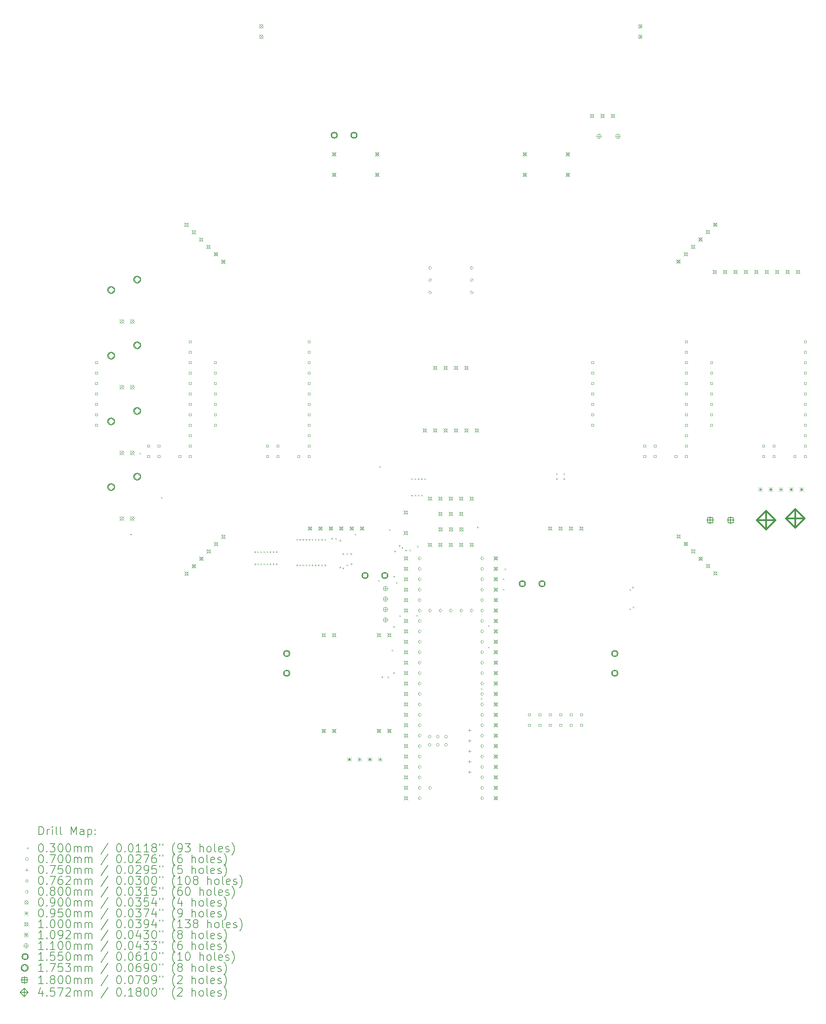
<source format=gbr>
%TF.GenerationSoftware,KiCad,Pcbnew,7.0.6-0*%
%TF.CreationDate,2023-09-15T15:10:00+10:00*%
%TF.ProjectId,Main 3.1,4d61696e-2033-42e3-912e-6b696361645f,rev?*%
%TF.SameCoordinates,Original*%
%TF.FileFunction,Drillmap*%
%TF.FilePolarity,Positive*%
%FSLAX45Y45*%
G04 Gerber Fmt 4.5, Leading zero omitted, Abs format (unit mm)*
G04 Created by KiCad (PCBNEW 7.0.6-0) date 2023-09-15 15:10:00*
%MOMM*%
%LPD*%
G01*
G04 APERTURE LIST*
%ADD10C,0.200000*%
%ADD11C,0.030000*%
%ADD12C,0.070000*%
%ADD13C,0.075000*%
%ADD14C,0.076200*%
%ADD15C,0.080000*%
%ADD16C,0.090000*%
%ADD17C,0.095000*%
%ADD18C,0.100000*%
%ADD19C,0.109220*%
%ADD20C,0.110000*%
%ADD21C,0.155000*%
%ADD22C,0.175260*%
%ADD23C,0.180000*%
%ADD24C,0.457200*%
G04 APERTURE END LIST*
D10*
D11*
X7185000Y-18285000D02*
X7215000Y-18315000D01*
X7215000Y-18285000D02*
X7185000Y-18315000D01*
X7410000Y-16310000D02*
X7440000Y-16340000D01*
X7440000Y-16310000D02*
X7410000Y-16340000D01*
X7935159Y-17384841D02*
X7965159Y-17414841D01*
X7965159Y-17384841D02*
X7935159Y-17414841D01*
X10210000Y-18710000D02*
X10240000Y-18740000D01*
X10240000Y-18710000D02*
X10210000Y-18740000D01*
X10210000Y-19010000D02*
X10240000Y-19040000D01*
X10240000Y-19010000D02*
X10210000Y-19040000D01*
X10285000Y-18710000D02*
X10315000Y-18740000D01*
X10315000Y-18710000D02*
X10285000Y-18740000D01*
X10285000Y-19010000D02*
X10315000Y-19040000D01*
X10315000Y-19010000D02*
X10285000Y-19040000D01*
X10360000Y-18710000D02*
X10390000Y-18740000D01*
X10390000Y-18710000D02*
X10360000Y-18740000D01*
X10360000Y-19010000D02*
X10390000Y-19040000D01*
X10390000Y-19010000D02*
X10360000Y-19040000D01*
X10435000Y-18710000D02*
X10465000Y-18740000D01*
X10465000Y-18710000D02*
X10435000Y-18740000D01*
X10435000Y-19010000D02*
X10465000Y-19040000D01*
X10465000Y-19010000D02*
X10435000Y-19040000D01*
X10510000Y-18710000D02*
X10540000Y-18740000D01*
X10540000Y-18710000D02*
X10510000Y-18740000D01*
X10510000Y-19010000D02*
X10540000Y-19040000D01*
X10540000Y-19010000D02*
X10510000Y-19040000D01*
X10585000Y-18710000D02*
X10615000Y-18740000D01*
X10615000Y-18710000D02*
X10585000Y-18740000D01*
X10585000Y-19010000D02*
X10615000Y-19040000D01*
X10615000Y-19010000D02*
X10585000Y-19040000D01*
X10660000Y-18710000D02*
X10690000Y-18740000D01*
X10690000Y-18710000D02*
X10660000Y-18740000D01*
X10660000Y-19010000D02*
X10690000Y-19040000D01*
X10690000Y-19010000D02*
X10660000Y-19040000D01*
X10735000Y-18710000D02*
X10765000Y-18740000D01*
X10765000Y-18710000D02*
X10735000Y-18740000D01*
X10735000Y-19010000D02*
X10765000Y-19040000D01*
X10765000Y-19010000D02*
X10735000Y-19040000D01*
X11235000Y-18410000D02*
X11265000Y-18440000D01*
X11265000Y-18410000D02*
X11235000Y-18440000D01*
X11235000Y-19035000D02*
X11265000Y-19065000D01*
X11265000Y-19035000D02*
X11235000Y-19065000D01*
X11310000Y-18410000D02*
X11340000Y-18440000D01*
X11340000Y-18410000D02*
X11310000Y-18440000D01*
X11310000Y-19035000D02*
X11340000Y-19065000D01*
X11340000Y-19035000D02*
X11310000Y-19065000D01*
X11385000Y-18410000D02*
X11415000Y-18440000D01*
X11415000Y-18410000D02*
X11385000Y-18440000D01*
X11385000Y-19035000D02*
X11415000Y-19065000D01*
X11415000Y-19035000D02*
X11385000Y-19065000D01*
X11460000Y-18410000D02*
X11490000Y-18440000D01*
X11490000Y-18410000D02*
X11460000Y-18440000D01*
X11460000Y-19035000D02*
X11490000Y-19065000D01*
X11490000Y-19035000D02*
X11460000Y-19065000D01*
X11535000Y-18410000D02*
X11565000Y-18440000D01*
X11565000Y-18410000D02*
X11535000Y-18440000D01*
X11535000Y-19035000D02*
X11565000Y-19065000D01*
X11565000Y-19035000D02*
X11535000Y-19065000D01*
X11610000Y-18410000D02*
X11640000Y-18440000D01*
X11640000Y-18410000D02*
X11610000Y-18440000D01*
X11610000Y-19035000D02*
X11640000Y-19065000D01*
X11640000Y-19035000D02*
X11610000Y-19065000D01*
X11685000Y-18410000D02*
X11715000Y-18440000D01*
X11715000Y-18410000D02*
X11685000Y-18440000D01*
X11685000Y-19035000D02*
X11715000Y-19065000D01*
X11715000Y-19035000D02*
X11685000Y-19065000D01*
X11760000Y-18410000D02*
X11790000Y-18440000D01*
X11790000Y-18410000D02*
X11760000Y-18440000D01*
X11760000Y-19035000D02*
X11790000Y-19065000D01*
X11790000Y-19035000D02*
X11760000Y-19065000D01*
X11839950Y-18410000D02*
X11869950Y-18440000D01*
X11869950Y-18410000D02*
X11839950Y-18440000D01*
X11839950Y-19035000D02*
X11869950Y-19065000D01*
X11869950Y-19035000D02*
X11839950Y-19065000D01*
X11919901Y-18410000D02*
X11949901Y-18440000D01*
X11949901Y-18410000D02*
X11919901Y-18440000D01*
X11919901Y-19035000D02*
X11949901Y-19065000D01*
X11949901Y-19035000D02*
X11919901Y-19065000D01*
X12085000Y-18385000D02*
X12115000Y-18415000D01*
X12115000Y-18385000D02*
X12085000Y-18415000D01*
X12185000Y-18385000D02*
X12215000Y-18415000D01*
X12215000Y-18385000D02*
X12185000Y-18415000D01*
X12284950Y-18432550D02*
X12314950Y-18462550D01*
X12314950Y-18432550D02*
X12284950Y-18462550D01*
X12284950Y-19085000D02*
X12314950Y-19115000D01*
X12314950Y-19085000D02*
X12284950Y-19115000D01*
X12360000Y-18756550D02*
X12390000Y-18786550D01*
X12390000Y-18756550D02*
X12360000Y-18786550D01*
X12360802Y-19110267D02*
X12390802Y-19140267D01*
X12390802Y-19110267D02*
X12360802Y-19140267D01*
X12455884Y-18756550D02*
X12485884Y-18786550D01*
X12485884Y-18756550D02*
X12455884Y-18786550D01*
X12460000Y-19035000D02*
X12490000Y-19065000D01*
X12490000Y-19035000D02*
X12460000Y-19065000D01*
X12552663Y-18756550D02*
X12582663Y-18786550D01*
X12582663Y-18756550D02*
X12552663Y-18786550D01*
X12560000Y-19002550D02*
X12590000Y-19032550D01*
X12590000Y-19002550D02*
X12560000Y-19032550D01*
X12660000Y-18285000D02*
X12690000Y-18315000D01*
X12690000Y-18285000D02*
X12660000Y-18315000D01*
X13235000Y-19410000D02*
X13265000Y-19440000D01*
X13265000Y-19410000D02*
X13235000Y-19440000D01*
X13260000Y-16635000D02*
X13290000Y-16665000D01*
X13290000Y-16635000D02*
X13260000Y-16665000D01*
X13310000Y-21760000D02*
X13340000Y-21790000D01*
X13340000Y-21760000D02*
X13310000Y-21790000D01*
X13460000Y-21760000D02*
X13490000Y-21790000D01*
X13490000Y-21760000D02*
X13460000Y-21790000D01*
X13497500Y-18172500D02*
X13527500Y-18202500D01*
X13527500Y-18172500D02*
X13497500Y-18202500D01*
X13560000Y-21110000D02*
X13590000Y-21140000D01*
X13590000Y-21110000D02*
X13560000Y-21140000D01*
X13597450Y-20530910D02*
X13627450Y-20560910D01*
X13627450Y-20530910D02*
X13597450Y-20560910D01*
X13597500Y-21660000D02*
X13627500Y-21690000D01*
X13627500Y-21660000D02*
X13597500Y-21690000D01*
X13601385Y-19310000D02*
X13631385Y-19340000D01*
X13631385Y-19310000D02*
X13601385Y-19340000D01*
X13622550Y-18692550D02*
X13652550Y-18722550D01*
X13652550Y-18692550D02*
X13622550Y-18722550D01*
X13665050Y-19460000D02*
X13695050Y-19490000D01*
X13695050Y-19460000D02*
X13665050Y-19490000D01*
X13733669Y-18558669D02*
X13763669Y-18588669D01*
X13763669Y-18558669D02*
X13733669Y-18588669D01*
X13744950Y-20271744D02*
X13774950Y-20301744D01*
X13774950Y-20271744D02*
X13744950Y-20301744D01*
X13801549Y-18610524D02*
X13831549Y-18640524D01*
X13831549Y-18610524D02*
X13801549Y-18640524D01*
X13892329Y-18672550D02*
X13922329Y-18702550D01*
X13922329Y-18672550D02*
X13892329Y-18702550D01*
X13993020Y-18667450D02*
X14023020Y-18697450D01*
X14023020Y-18667450D02*
X13993020Y-18697450D01*
X14035000Y-16935000D02*
X14065000Y-16965000D01*
X14065000Y-16935000D02*
X14035000Y-16965000D01*
X14035000Y-17335000D02*
X14065000Y-17365000D01*
X14065000Y-17335000D02*
X14035000Y-17365000D01*
X14117482Y-16935590D02*
X14147482Y-16965590D01*
X14147482Y-16935590D02*
X14117482Y-16965590D01*
X14117844Y-17333538D02*
X14147844Y-17363538D01*
X14147844Y-17333538D02*
X14117844Y-17363538D01*
X14160000Y-20260000D02*
X14190000Y-20290000D01*
X14190000Y-20260000D02*
X14160000Y-20290000D01*
X14180000Y-18575000D02*
X14210000Y-18605000D01*
X14210000Y-18575000D02*
X14180000Y-18605000D01*
X14197424Y-16934480D02*
X14227424Y-16964480D01*
X14227424Y-16934480D02*
X14197424Y-16964480D01*
X14197746Y-17336309D02*
X14227746Y-17366309D01*
X14227746Y-17336309D02*
X14197746Y-17366309D01*
X14277367Y-16935586D02*
X14307367Y-16965586D01*
X14307367Y-16935586D02*
X14277367Y-16965586D01*
X14277615Y-17332707D02*
X14307615Y-17362707D01*
X14307615Y-17332707D02*
X14277615Y-17362707D01*
X14357304Y-16934151D02*
X14387304Y-16964151D01*
X14387304Y-16934151D02*
X14357304Y-16964151D01*
X15638050Y-18110000D02*
X15668050Y-18140000D01*
X15668050Y-18110000D02*
X15638050Y-18140000D01*
X15735000Y-22047500D02*
X15765000Y-22077500D01*
X15765000Y-22047500D02*
X15735000Y-22077500D01*
X15735000Y-22285000D02*
X15765000Y-22315000D01*
X15765000Y-22285000D02*
X15735000Y-22315000D01*
X15910000Y-20510000D02*
X15940000Y-20540000D01*
X15940000Y-20510000D02*
X15910000Y-20540000D01*
X15910000Y-21035000D02*
X15940000Y-21065000D01*
X15940000Y-21035000D02*
X15910000Y-21065000D01*
X16267450Y-19372000D02*
X16297450Y-19402000D01*
X16297450Y-19372000D02*
X16267450Y-19402000D01*
X16267450Y-19626000D02*
X16297450Y-19656000D01*
X16297450Y-19626000D02*
X16267450Y-19656000D01*
X16312450Y-19125000D02*
X16342450Y-19155000D01*
X16342450Y-19125000D02*
X16312450Y-19155000D01*
X17570273Y-16810000D02*
X17600273Y-16840000D01*
X17600273Y-16810000D02*
X17570273Y-16840000D01*
X17570273Y-16935000D02*
X17600273Y-16965000D01*
X17600273Y-16935000D02*
X17570273Y-16965000D01*
X17745173Y-16810000D02*
X17775173Y-16840000D01*
X17775173Y-16810000D02*
X17745173Y-16840000D01*
X17745173Y-16935000D02*
X17775173Y-16965000D01*
X17775173Y-16935000D02*
X17745173Y-16965000D01*
X19353694Y-20103694D02*
X19383694Y-20133694D01*
X19383694Y-20103694D02*
X19353694Y-20133694D01*
X19361455Y-19636455D02*
X19391455Y-19666455D01*
X19391455Y-19636455D02*
X19361455Y-19666455D01*
X19423955Y-19573955D02*
X19453955Y-19603955D01*
X19453955Y-19573955D02*
X19423955Y-19603955D01*
X19435000Y-20060000D02*
X19465000Y-20090000D01*
X19465000Y-20060000D02*
X19435000Y-20090000D01*
D12*
X14518000Y-23224000D02*
G75*
G03*
X14518000Y-23224000I-35000J0D01*
G01*
X14518000Y-23424000D02*
G75*
G03*
X14518000Y-23424000I-35000J0D01*
G01*
X14718000Y-23224000D02*
G75*
G03*
X14718000Y-23224000I-35000J0D01*
G01*
X14718000Y-23424000D02*
G75*
G03*
X14718000Y-23424000I-35000J0D01*
G01*
X14918000Y-23224000D02*
G75*
G03*
X14918000Y-23224000I-35000J0D01*
G01*
X14918000Y-23424000D02*
G75*
G03*
X14918000Y-23424000I-35000J0D01*
G01*
D13*
X15457000Y-23032500D02*
X15457000Y-23107500D01*
X15419500Y-23070000D02*
X15494500Y-23070000D01*
X15457000Y-23286500D02*
X15457000Y-23361500D01*
X15419500Y-23324000D02*
X15494500Y-23324000D01*
X15457000Y-23540500D02*
X15457000Y-23615500D01*
X15419500Y-23578000D02*
X15494500Y-23578000D01*
X15457000Y-23794500D02*
X15457000Y-23869500D01*
X15419500Y-23832000D02*
X15494500Y-23832000D01*
X15457000Y-24048500D02*
X15457000Y-24123500D01*
X15419500Y-24086000D02*
X15494500Y-24086000D01*
D14*
X6383941Y-14137941D02*
X6383941Y-14084059D01*
X6330059Y-14084059D01*
X6330059Y-14137941D01*
X6383941Y-14137941D01*
X6383941Y-14391941D02*
X6383941Y-14338059D01*
X6330059Y-14338059D01*
X6330059Y-14391941D01*
X6383941Y-14391941D01*
X6383941Y-14645941D02*
X6383941Y-14592059D01*
X6330059Y-14592059D01*
X6330059Y-14645941D01*
X6383941Y-14645941D01*
X6383941Y-14899941D02*
X6383941Y-14846059D01*
X6330059Y-14846059D01*
X6330059Y-14899941D01*
X6383941Y-14899941D01*
X6383941Y-15153941D02*
X6383941Y-15100059D01*
X6330059Y-15100059D01*
X6330059Y-15153941D01*
X6383941Y-15153941D01*
X6383941Y-15407941D02*
X6383941Y-15354059D01*
X6330059Y-15354059D01*
X6330059Y-15407941D01*
X6383941Y-15407941D01*
X6383941Y-15661941D02*
X6383941Y-15608059D01*
X6330059Y-15608059D01*
X6330059Y-15661941D01*
X6383941Y-15661941D01*
X7653941Y-16169941D02*
X7653941Y-16116059D01*
X7600059Y-16116059D01*
X7600059Y-16169941D01*
X7653941Y-16169941D01*
X7653941Y-16423941D02*
X7653941Y-16370059D01*
X7600059Y-16370059D01*
X7600059Y-16423941D01*
X7653941Y-16423941D01*
X7907941Y-16169941D02*
X7907941Y-16116059D01*
X7854059Y-16116059D01*
X7854059Y-16169941D01*
X7907941Y-16169941D01*
X7907941Y-16423941D02*
X7907941Y-16370059D01*
X7854059Y-16370059D01*
X7854059Y-16423941D01*
X7907941Y-16423941D01*
X8415941Y-16423941D02*
X8415941Y-16370059D01*
X8362059Y-16370059D01*
X8362059Y-16423941D01*
X8415941Y-16423941D01*
X8669941Y-13629941D02*
X8669941Y-13576059D01*
X8616059Y-13576059D01*
X8616059Y-13629941D01*
X8669941Y-13629941D01*
X8669941Y-13883941D02*
X8669941Y-13830059D01*
X8616059Y-13830059D01*
X8616059Y-13883941D01*
X8669941Y-13883941D01*
X8669941Y-14137941D02*
X8669941Y-14084059D01*
X8616059Y-14084059D01*
X8616059Y-14137941D01*
X8669941Y-14137941D01*
X8669941Y-14391941D02*
X8669941Y-14338059D01*
X8616059Y-14338059D01*
X8616059Y-14391941D01*
X8669941Y-14391941D01*
X8669941Y-14645941D02*
X8669941Y-14592059D01*
X8616059Y-14592059D01*
X8616059Y-14645941D01*
X8669941Y-14645941D01*
X8669941Y-14899941D02*
X8669941Y-14846059D01*
X8616059Y-14846059D01*
X8616059Y-14899941D01*
X8669941Y-14899941D01*
X8669941Y-15153941D02*
X8669941Y-15100059D01*
X8616059Y-15100059D01*
X8616059Y-15153941D01*
X8669941Y-15153941D01*
X8669941Y-15407941D02*
X8669941Y-15354059D01*
X8616059Y-15354059D01*
X8616059Y-15407941D01*
X8669941Y-15407941D01*
X8669941Y-15661941D02*
X8669941Y-15608059D01*
X8616059Y-15608059D01*
X8616059Y-15661941D01*
X8669941Y-15661941D01*
X8669941Y-15915941D02*
X8669941Y-15862059D01*
X8616059Y-15862059D01*
X8616059Y-15915941D01*
X8669941Y-15915941D01*
X8669941Y-16169941D02*
X8669941Y-16116059D01*
X8616059Y-16116059D01*
X8616059Y-16169941D01*
X8669941Y-16169941D01*
X8669941Y-16423941D02*
X8669941Y-16370059D01*
X8616059Y-16370059D01*
X8616059Y-16423941D01*
X8669941Y-16423941D01*
X9283941Y-14137941D02*
X9283941Y-14084059D01*
X9230059Y-14084059D01*
X9230059Y-14137941D01*
X9283941Y-14137941D01*
X9283941Y-14391941D02*
X9283941Y-14338059D01*
X9230059Y-14338059D01*
X9230059Y-14391941D01*
X9283941Y-14391941D01*
X9283941Y-14645941D02*
X9283941Y-14592059D01*
X9230059Y-14592059D01*
X9230059Y-14645941D01*
X9283941Y-14645941D01*
X9283941Y-14899941D02*
X9283941Y-14846059D01*
X9230059Y-14846059D01*
X9230059Y-14899941D01*
X9283941Y-14899941D01*
X9283941Y-15153941D02*
X9283941Y-15100059D01*
X9230059Y-15100059D01*
X9230059Y-15153941D01*
X9283941Y-15153941D01*
X9283941Y-15407941D02*
X9283941Y-15354059D01*
X9230059Y-15354059D01*
X9230059Y-15407941D01*
X9283941Y-15407941D01*
X9283941Y-15661941D02*
X9283941Y-15608059D01*
X9230059Y-15608059D01*
X9230059Y-15661941D01*
X9283941Y-15661941D01*
X10553941Y-16169941D02*
X10553941Y-16116059D01*
X10500059Y-16116059D01*
X10500059Y-16169941D01*
X10553941Y-16169941D01*
X10553941Y-16423941D02*
X10553941Y-16370059D01*
X10500059Y-16370059D01*
X10500059Y-16423941D01*
X10553941Y-16423941D01*
X10807941Y-16169941D02*
X10807941Y-16116059D01*
X10754059Y-16116059D01*
X10754059Y-16169941D01*
X10807941Y-16169941D01*
X10807941Y-16423941D02*
X10807941Y-16370059D01*
X10754059Y-16370059D01*
X10754059Y-16423941D01*
X10807941Y-16423941D01*
X11315941Y-16423941D02*
X11315941Y-16370059D01*
X11262059Y-16370059D01*
X11262059Y-16423941D01*
X11315941Y-16423941D01*
X11569941Y-13629941D02*
X11569941Y-13576059D01*
X11516059Y-13576059D01*
X11516059Y-13629941D01*
X11569941Y-13629941D01*
X11569941Y-13883941D02*
X11569941Y-13830059D01*
X11516059Y-13830059D01*
X11516059Y-13883941D01*
X11569941Y-13883941D01*
X11569941Y-14137941D02*
X11569941Y-14084059D01*
X11516059Y-14084059D01*
X11516059Y-14137941D01*
X11569941Y-14137941D01*
X11569941Y-14391941D02*
X11569941Y-14338059D01*
X11516059Y-14338059D01*
X11516059Y-14391941D01*
X11569941Y-14391941D01*
X11569941Y-14645941D02*
X11569941Y-14592059D01*
X11516059Y-14592059D01*
X11516059Y-14645941D01*
X11569941Y-14645941D01*
X11569941Y-14899941D02*
X11569941Y-14846059D01*
X11516059Y-14846059D01*
X11516059Y-14899941D01*
X11569941Y-14899941D01*
X11569941Y-15153941D02*
X11569941Y-15100059D01*
X11516059Y-15100059D01*
X11516059Y-15153941D01*
X11569941Y-15153941D01*
X11569941Y-15407941D02*
X11569941Y-15354059D01*
X11516059Y-15354059D01*
X11516059Y-15407941D01*
X11569941Y-15407941D01*
X11569941Y-15661941D02*
X11569941Y-15608059D01*
X11516059Y-15608059D01*
X11516059Y-15661941D01*
X11569941Y-15661941D01*
X11569941Y-15915941D02*
X11569941Y-15862059D01*
X11516059Y-15862059D01*
X11516059Y-15915941D01*
X11569941Y-15915941D01*
X11569941Y-16169941D02*
X11569941Y-16116059D01*
X11516059Y-16116059D01*
X11516059Y-16169941D01*
X11569941Y-16169941D01*
X11569941Y-16423941D02*
X11569941Y-16370059D01*
X11516059Y-16370059D01*
X11516059Y-16423941D01*
X11569941Y-16423941D01*
X16941941Y-22715941D02*
X16941941Y-22662059D01*
X16888059Y-22662059D01*
X16888059Y-22715941D01*
X16941941Y-22715941D01*
X16941941Y-22969941D02*
X16941941Y-22916059D01*
X16888059Y-22916059D01*
X16888059Y-22969941D01*
X16941941Y-22969941D01*
X17195941Y-22715941D02*
X17195941Y-22662059D01*
X17142059Y-22662059D01*
X17142059Y-22715941D01*
X17195941Y-22715941D01*
X17195941Y-22969941D02*
X17195941Y-22916059D01*
X17142059Y-22916059D01*
X17142059Y-22969941D01*
X17195941Y-22969941D01*
X17449941Y-22715941D02*
X17449941Y-22662059D01*
X17396059Y-22662059D01*
X17396059Y-22715941D01*
X17449941Y-22715941D01*
X17449941Y-22969941D02*
X17449941Y-22916059D01*
X17396059Y-22916059D01*
X17396059Y-22969941D01*
X17449941Y-22969941D01*
X17703941Y-22715941D02*
X17703941Y-22662059D01*
X17650059Y-22662059D01*
X17650059Y-22715941D01*
X17703941Y-22715941D01*
X17703941Y-22969941D02*
X17703941Y-22916059D01*
X17650059Y-22916059D01*
X17650059Y-22969941D01*
X17703941Y-22969941D01*
X17957941Y-22715941D02*
X17957941Y-22662059D01*
X17904059Y-22662059D01*
X17904059Y-22715941D01*
X17957941Y-22715941D01*
X17957941Y-22969941D02*
X17957941Y-22916059D01*
X17904059Y-22916059D01*
X17904059Y-22969941D01*
X17957941Y-22969941D01*
X18211941Y-22715941D02*
X18211941Y-22662059D01*
X18158059Y-22662059D01*
X18158059Y-22715941D01*
X18211941Y-22715941D01*
X18211941Y-22969941D02*
X18211941Y-22916059D01*
X18158059Y-22916059D01*
X18158059Y-22969941D01*
X18211941Y-22969941D01*
X18483941Y-14137941D02*
X18483941Y-14084059D01*
X18430059Y-14084059D01*
X18430059Y-14137941D01*
X18483941Y-14137941D01*
X18483941Y-14391941D02*
X18483941Y-14338059D01*
X18430059Y-14338059D01*
X18430059Y-14391941D01*
X18483941Y-14391941D01*
X18483941Y-14645941D02*
X18483941Y-14592059D01*
X18430059Y-14592059D01*
X18430059Y-14645941D01*
X18483941Y-14645941D01*
X18483941Y-14899941D02*
X18483941Y-14846059D01*
X18430059Y-14846059D01*
X18430059Y-14899941D01*
X18483941Y-14899941D01*
X18483941Y-15153941D02*
X18483941Y-15100059D01*
X18430059Y-15100059D01*
X18430059Y-15153941D01*
X18483941Y-15153941D01*
X18483941Y-15407941D02*
X18483941Y-15354059D01*
X18430059Y-15354059D01*
X18430059Y-15407941D01*
X18483941Y-15407941D01*
X18483941Y-15661941D02*
X18483941Y-15608059D01*
X18430059Y-15608059D01*
X18430059Y-15661941D01*
X18483941Y-15661941D01*
X19753941Y-16169941D02*
X19753941Y-16116059D01*
X19700059Y-16116059D01*
X19700059Y-16169941D01*
X19753941Y-16169941D01*
X19753941Y-16423941D02*
X19753941Y-16370059D01*
X19700059Y-16370059D01*
X19700059Y-16423941D01*
X19753941Y-16423941D01*
X20007941Y-16169941D02*
X20007941Y-16116059D01*
X19954059Y-16116059D01*
X19954059Y-16169941D01*
X20007941Y-16169941D01*
X20007941Y-16423941D02*
X20007941Y-16370059D01*
X19954059Y-16370059D01*
X19954059Y-16423941D01*
X20007941Y-16423941D01*
X20515941Y-16423941D02*
X20515941Y-16370059D01*
X20462059Y-16370059D01*
X20462059Y-16423941D01*
X20515941Y-16423941D01*
X20769941Y-13629941D02*
X20769941Y-13576059D01*
X20716059Y-13576059D01*
X20716059Y-13629941D01*
X20769941Y-13629941D01*
X20769941Y-13883941D02*
X20769941Y-13830059D01*
X20716059Y-13830059D01*
X20716059Y-13883941D01*
X20769941Y-13883941D01*
X20769941Y-14137941D02*
X20769941Y-14084059D01*
X20716059Y-14084059D01*
X20716059Y-14137941D01*
X20769941Y-14137941D01*
X20769941Y-14391941D02*
X20769941Y-14338059D01*
X20716059Y-14338059D01*
X20716059Y-14391941D01*
X20769941Y-14391941D01*
X20769941Y-14645941D02*
X20769941Y-14592059D01*
X20716059Y-14592059D01*
X20716059Y-14645941D01*
X20769941Y-14645941D01*
X20769941Y-14899941D02*
X20769941Y-14846059D01*
X20716059Y-14846059D01*
X20716059Y-14899941D01*
X20769941Y-14899941D01*
X20769941Y-15153941D02*
X20769941Y-15100059D01*
X20716059Y-15100059D01*
X20716059Y-15153941D01*
X20769941Y-15153941D01*
X20769941Y-15407941D02*
X20769941Y-15354059D01*
X20716059Y-15354059D01*
X20716059Y-15407941D01*
X20769941Y-15407941D01*
X20769941Y-15661941D02*
X20769941Y-15608059D01*
X20716059Y-15608059D01*
X20716059Y-15661941D01*
X20769941Y-15661941D01*
X20769941Y-15915941D02*
X20769941Y-15862059D01*
X20716059Y-15862059D01*
X20716059Y-15915941D01*
X20769941Y-15915941D01*
X20769941Y-16169941D02*
X20769941Y-16116059D01*
X20716059Y-16116059D01*
X20716059Y-16169941D01*
X20769941Y-16169941D01*
X20769941Y-16423941D02*
X20769941Y-16370059D01*
X20716059Y-16370059D01*
X20716059Y-16423941D01*
X20769941Y-16423941D01*
X21383941Y-14137941D02*
X21383941Y-14084059D01*
X21330059Y-14084059D01*
X21330059Y-14137941D01*
X21383941Y-14137941D01*
X21383941Y-14391941D02*
X21383941Y-14338059D01*
X21330059Y-14338059D01*
X21330059Y-14391941D01*
X21383941Y-14391941D01*
X21383941Y-14645941D02*
X21383941Y-14592059D01*
X21330059Y-14592059D01*
X21330059Y-14645941D01*
X21383941Y-14645941D01*
X21383941Y-14899941D02*
X21383941Y-14846059D01*
X21330059Y-14846059D01*
X21330059Y-14899941D01*
X21383941Y-14899941D01*
X21383941Y-15153941D02*
X21383941Y-15100059D01*
X21330059Y-15100059D01*
X21330059Y-15153941D01*
X21383941Y-15153941D01*
X21383941Y-15407941D02*
X21383941Y-15354059D01*
X21330059Y-15354059D01*
X21330059Y-15407941D01*
X21383941Y-15407941D01*
X21383941Y-15661941D02*
X21383941Y-15608059D01*
X21330059Y-15608059D01*
X21330059Y-15661941D01*
X21383941Y-15661941D01*
X22653941Y-16169941D02*
X22653941Y-16116059D01*
X22600059Y-16116059D01*
X22600059Y-16169941D01*
X22653941Y-16169941D01*
X22653941Y-16423941D02*
X22653941Y-16370059D01*
X22600059Y-16370059D01*
X22600059Y-16423941D01*
X22653941Y-16423941D01*
X22907941Y-16169941D02*
X22907941Y-16116059D01*
X22854059Y-16116059D01*
X22854059Y-16169941D01*
X22907941Y-16169941D01*
X22907941Y-16423941D02*
X22907941Y-16370059D01*
X22854059Y-16370059D01*
X22854059Y-16423941D01*
X22907941Y-16423941D01*
X23415941Y-16423941D02*
X23415941Y-16370059D01*
X23362059Y-16370059D01*
X23362059Y-16423941D01*
X23415941Y-16423941D01*
X23669941Y-13629941D02*
X23669941Y-13576059D01*
X23616059Y-13576059D01*
X23616059Y-13629941D01*
X23669941Y-13629941D01*
X23669941Y-13883941D02*
X23669941Y-13830059D01*
X23616059Y-13830059D01*
X23616059Y-13883941D01*
X23669941Y-13883941D01*
X23669941Y-14137941D02*
X23669941Y-14084059D01*
X23616059Y-14084059D01*
X23616059Y-14137941D01*
X23669941Y-14137941D01*
X23669941Y-14391941D02*
X23669941Y-14338059D01*
X23616059Y-14338059D01*
X23616059Y-14391941D01*
X23669941Y-14391941D01*
X23669941Y-14645941D02*
X23669941Y-14592059D01*
X23616059Y-14592059D01*
X23616059Y-14645941D01*
X23669941Y-14645941D01*
X23669941Y-14899941D02*
X23669941Y-14846059D01*
X23616059Y-14846059D01*
X23616059Y-14899941D01*
X23669941Y-14899941D01*
X23669941Y-15153941D02*
X23669941Y-15100059D01*
X23616059Y-15100059D01*
X23616059Y-15153941D01*
X23669941Y-15153941D01*
X23669941Y-15407941D02*
X23669941Y-15354059D01*
X23616059Y-15354059D01*
X23616059Y-15407941D01*
X23669941Y-15407941D01*
X23669941Y-15661941D02*
X23669941Y-15608059D01*
X23616059Y-15608059D01*
X23616059Y-15661941D01*
X23669941Y-15661941D01*
X23669941Y-15915941D02*
X23669941Y-15862059D01*
X23616059Y-15862059D01*
X23616059Y-15915941D01*
X23669941Y-15915941D01*
X23669941Y-16169941D02*
X23669941Y-16116059D01*
X23616059Y-16116059D01*
X23616059Y-16169941D01*
X23669941Y-16169941D01*
X23669941Y-16423941D02*
X23669941Y-16370059D01*
X23616059Y-16370059D01*
X23616059Y-16423941D01*
X23669941Y-16423941D01*
D15*
X14238000Y-18919000D02*
X14278000Y-18879000D01*
X14238000Y-18839000D01*
X14198000Y-18879000D01*
X14238000Y-18919000D01*
X14238000Y-19173000D02*
X14278000Y-19133000D01*
X14238000Y-19093000D01*
X14198000Y-19133000D01*
X14238000Y-19173000D01*
X14238000Y-19427000D02*
X14278000Y-19387000D01*
X14238000Y-19347000D01*
X14198000Y-19387000D01*
X14238000Y-19427000D01*
X14238000Y-19681000D02*
X14278000Y-19641000D01*
X14238000Y-19601000D01*
X14198000Y-19641000D01*
X14238000Y-19681000D01*
X14238000Y-19935000D02*
X14278000Y-19895000D01*
X14238000Y-19855000D01*
X14198000Y-19895000D01*
X14238000Y-19935000D01*
X14238000Y-20189000D02*
X14278000Y-20149000D01*
X14238000Y-20109000D01*
X14198000Y-20149000D01*
X14238000Y-20189000D01*
X14238000Y-20443000D02*
X14278000Y-20403000D01*
X14238000Y-20363000D01*
X14198000Y-20403000D01*
X14238000Y-20443000D01*
X14238000Y-20697000D02*
X14278000Y-20657000D01*
X14238000Y-20617000D01*
X14198000Y-20657000D01*
X14238000Y-20697000D01*
X14238000Y-20951000D02*
X14278000Y-20911000D01*
X14238000Y-20871000D01*
X14198000Y-20911000D01*
X14238000Y-20951000D01*
X14238000Y-21205000D02*
X14278000Y-21165000D01*
X14238000Y-21125000D01*
X14198000Y-21165000D01*
X14238000Y-21205000D01*
X14238000Y-21459000D02*
X14278000Y-21419000D01*
X14238000Y-21379000D01*
X14198000Y-21419000D01*
X14238000Y-21459000D01*
X14238000Y-21713000D02*
X14278000Y-21673000D01*
X14238000Y-21633000D01*
X14198000Y-21673000D01*
X14238000Y-21713000D01*
X14238000Y-21967000D02*
X14278000Y-21927000D01*
X14238000Y-21887000D01*
X14198000Y-21927000D01*
X14238000Y-21967000D01*
X14238000Y-22221000D02*
X14278000Y-22181000D01*
X14238000Y-22141000D01*
X14198000Y-22181000D01*
X14238000Y-22221000D01*
X14238000Y-22475000D02*
X14278000Y-22435000D01*
X14238000Y-22395000D01*
X14198000Y-22435000D01*
X14238000Y-22475000D01*
X14238000Y-22729000D02*
X14278000Y-22689000D01*
X14238000Y-22649000D01*
X14198000Y-22689000D01*
X14238000Y-22729000D01*
X14238000Y-22983000D02*
X14278000Y-22943000D01*
X14238000Y-22903000D01*
X14198000Y-22943000D01*
X14238000Y-22983000D01*
X14238000Y-23237000D02*
X14278000Y-23197000D01*
X14238000Y-23157000D01*
X14198000Y-23197000D01*
X14238000Y-23237000D01*
X14238000Y-23491000D02*
X14278000Y-23451000D01*
X14238000Y-23411000D01*
X14198000Y-23451000D01*
X14238000Y-23491000D01*
X14238000Y-23745000D02*
X14278000Y-23705000D01*
X14238000Y-23665000D01*
X14198000Y-23705000D01*
X14238000Y-23745000D01*
X14238000Y-23999000D02*
X14278000Y-23959000D01*
X14238000Y-23919000D01*
X14198000Y-23959000D01*
X14238000Y-23999000D01*
X14238000Y-24253000D02*
X14278000Y-24213000D01*
X14238000Y-24173000D01*
X14198000Y-24213000D01*
X14238000Y-24253000D01*
X14238000Y-24507000D02*
X14278000Y-24467000D01*
X14238000Y-24427000D01*
X14198000Y-24467000D01*
X14238000Y-24507000D01*
X14238000Y-24761000D02*
X14278000Y-24721000D01*
X14238000Y-24681000D01*
X14198000Y-24721000D01*
X14238000Y-24761000D01*
X14492000Y-11840000D02*
X14532000Y-11800000D01*
X14492000Y-11760000D01*
X14452000Y-11800000D01*
X14492000Y-11840000D01*
X14492000Y-12140000D02*
X14532000Y-12100000D01*
X14492000Y-12060000D01*
X14452000Y-12100000D01*
X14492000Y-12140000D01*
X14492000Y-12440000D02*
X14532000Y-12400000D01*
X14492000Y-12360000D01*
X14452000Y-12400000D01*
X14492000Y-12440000D01*
X14492000Y-20189000D02*
X14532000Y-20149000D01*
X14492000Y-20109000D01*
X14452000Y-20149000D01*
X14492000Y-20189000D01*
X14492000Y-24507000D02*
X14532000Y-24467000D01*
X14492000Y-24427000D01*
X14452000Y-24467000D01*
X14492000Y-24507000D01*
X14746000Y-20189000D02*
X14786000Y-20149000D01*
X14746000Y-20109000D01*
X14706000Y-20149000D01*
X14746000Y-20189000D01*
X15000000Y-20189000D02*
X15040000Y-20149000D01*
X15000000Y-20109000D01*
X14960000Y-20149000D01*
X15000000Y-20189000D01*
X15254000Y-20189000D02*
X15294000Y-20149000D01*
X15254000Y-20109000D01*
X15214000Y-20149000D01*
X15254000Y-20189000D01*
X15508000Y-11840000D02*
X15548000Y-11800000D01*
X15508000Y-11760000D01*
X15468000Y-11800000D01*
X15508000Y-11840000D01*
X15508000Y-12140000D02*
X15548000Y-12100000D01*
X15508000Y-12060000D01*
X15468000Y-12100000D01*
X15508000Y-12140000D01*
X15508000Y-12440000D02*
X15548000Y-12400000D01*
X15508000Y-12360000D01*
X15468000Y-12400000D01*
X15508000Y-12440000D01*
X15508000Y-20189000D02*
X15548000Y-20149000D01*
X15508000Y-20109000D01*
X15468000Y-20149000D01*
X15508000Y-20189000D01*
X15762000Y-18919000D02*
X15802000Y-18879000D01*
X15762000Y-18839000D01*
X15722000Y-18879000D01*
X15762000Y-18919000D01*
X15762000Y-19173000D02*
X15802000Y-19133000D01*
X15762000Y-19093000D01*
X15722000Y-19133000D01*
X15762000Y-19173000D01*
X15762000Y-19427000D02*
X15802000Y-19387000D01*
X15762000Y-19347000D01*
X15722000Y-19387000D01*
X15762000Y-19427000D01*
X15762000Y-19681000D02*
X15802000Y-19641000D01*
X15762000Y-19601000D01*
X15722000Y-19641000D01*
X15762000Y-19681000D01*
X15762000Y-19935000D02*
X15802000Y-19895000D01*
X15762000Y-19855000D01*
X15722000Y-19895000D01*
X15762000Y-19935000D01*
X15762000Y-20189000D02*
X15802000Y-20149000D01*
X15762000Y-20109000D01*
X15722000Y-20149000D01*
X15762000Y-20189000D01*
X15762000Y-20443000D02*
X15802000Y-20403000D01*
X15762000Y-20363000D01*
X15722000Y-20403000D01*
X15762000Y-20443000D01*
X15762000Y-20697000D02*
X15802000Y-20657000D01*
X15762000Y-20617000D01*
X15722000Y-20657000D01*
X15762000Y-20697000D01*
X15762000Y-20951000D02*
X15802000Y-20911000D01*
X15762000Y-20871000D01*
X15722000Y-20911000D01*
X15762000Y-20951000D01*
X15762000Y-21205000D02*
X15802000Y-21165000D01*
X15762000Y-21125000D01*
X15722000Y-21165000D01*
X15762000Y-21205000D01*
X15762000Y-21459000D02*
X15802000Y-21419000D01*
X15762000Y-21379000D01*
X15722000Y-21419000D01*
X15762000Y-21459000D01*
X15762000Y-21713000D02*
X15802000Y-21673000D01*
X15762000Y-21633000D01*
X15722000Y-21673000D01*
X15762000Y-21713000D01*
X15762000Y-21967000D02*
X15802000Y-21927000D01*
X15762000Y-21887000D01*
X15722000Y-21927000D01*
X15762000Y-21967000D01*
X15762000Y-22221000D02*
X15802000Y-22181000D01*
X15762000Y-22141000D01*
X15722000Y-22181000D01*
X15762000Y-22221000D01*
X15762000Y-22475000D02*
X15802000Y-22435000D01*
X15762000Y-22395000D01*
X15722000Y-22435000D01*
X15762000Y-22475000D01*
X15762000Y-22729000D02*
X15802000Y-22689000D01*
X15762000Y-22649000D01*
X15722000Y-22689000D01*
X15762000Y-22729000D01*
X15762000Y-22983000D02*
X15802000Y-22943000D01*
X15762000Y-22903000D01*
X15722000Y-22943000D01*
X15762000Y-22983000D01*
X15762000Y-23237000D02*
X15802000Y-23197000D01*
X15762000Y-23157000D01*
X15722000Y-23197000D01*
X15762000Y-23237000D01*
X15762000Y-23491000D02*
X15802000Y-23451000D01*
X15762000Y-23411000D01*
X15722000Y-23451000D01*
X15762000Y-23491000D01*
X15762000Y-23745000D02*
X15802000Y-23705000D01*
X15762000Y-23665000D01*
X15722000Y-23705000D01*
X15762000Y-23745000D01*
X15762000Y-23999000D02*
X15802000Y-23959000D01*
X15762000Y-23919000D01*
X15722000Y-23959000D01*
X15762000Y-23999000D01*
X15762000Y-24253000D02*
X15802000Y-24213000D01*
X15762000Y-24173000D01*
X15722000Y-24213000D01*
X15762000Y-24253000D01*
X15762000Y-24507000D02*
X15802000Y-24467000D01*
X15762000Y-24427000D01*
X15722000Y-24467000D01*
X15762000Y-24507000D01*
X15762000Y-24761000D02*
X15802000Y-24721000D01*
X15762000Y-24681000D01*
X15722000Y-24721000D01*
X15762000Y-24761000D01*
D16*
X10335000Y-5877500D02*
X10425000Y-5967500D01*
X10425000Y-5877500D02*
X10335000Y-5967500D01*
X10425000Y-5922500D02*
G75*
G03*
X10425000Y-5922500I-45000J0D01*
G01*
X10335000Y-6131500D02*
X10425000Y-6221500D01*
X10425000Y-6131500D02*
X10335000Y-6221500D01*
X10425000Y-6176500D02*
G75*
G03*
X10425000Y-6176500I-45000J0D01*
G01*
X19575000Y-5877500D02*
X19665000Y-5967500D01*
X19665000Y-5877500D02*
X19575000Y-5967500D01*
X19665000Y-5922500D02*
G75*
G03*
X19665000Y-5922500I-45000J0D01*
G01*
X19575000Y-6131500D02*
X19665000Y-6221500D01*
X19665000Y-6131500D02*
X19575000Y-6221500D01*
X19665000Y-6176500D02*
G75*
G03*
X19665000Y-6176500I-45000J0D01*
G01*
D17*
X12477500Y-23730000D02*
X12572500Y-23825000D01*
X12572500Y-23730000D02*
X12477500Y-23825000D01*
X12525000Y-23730000D02*
X12525000Y-23825000D01*
X12477500Y-23777500D02*
X12572500Y-23777500D01*
X12727500Y-23730000D02*
X12822500Y-23825000D01*
X12822500Y-23730000D02*
X12727500Y-23825000D01*
X12775000Y-23730000D02*
X12775000Y-23825000D01*
X12727500Y-23777500D02*
X12822500Y-23777500D01*
X12977500Y-23730000D02*
X13072500Y-23825000D01*
X13072500Y-23730000D02*
X12977500Y-23825000D01*
X13025000Y-23730000D02*
X13025000Y-23825000D01*
X12977500Y-23777500D02*
X13072500Y-23777500D01*
X13227500Y-23730000D02*
X13322500Y-23825000D01*
X13322500Y-23730000D02*
X13227500Y-23825000D01*
X13275000Y-23730000D02*
X13275000Y-23825000D01*
X13227500Y-23777500D02*
X13322500Y-23777500D01*
X22502500Y-17155000D02*
X22597500Y-17250000D01*
X22597500Y-17155000D02*
X22502500Y-17250000D01*
X22550000Y-17155000D02*
X22550000Y-17250000D01*
X22502500Y-17202500D02*
X22597500Y-17202500D01*
X22752500Y-17155000D02*
X22847500Y-17250000D01*
X22847500Y-17155000D02*
X22752500Y-17250000D01*
X22800000Y-17155000D02*
X22800000Y-17250000D01*
X22752500Y-17202500D02*
X22847500Y-17202500D01*
X23002500Y-17155000D02*
X23097500Y-17250000D01*
X23097500Y-17155000D02*
X23002500Y-17250000D01*
X23050000Y-17155000D02*
X23050000Y-17250000D01*
X23002500Y-17202500D02*
X23097500Y-17202500D01*
X23252500Y-17155000D02*
X23347500Y-17250000D01*
X23347500Y-17155000D02*
X23252500Y-17250000D01*
X23300000Y-17155000D02*
X23300000Y-17250000D01*
X23252500Y-17202500D02*
X23347500Y-17202500D01*
X23502500Y-17155000D02*
X23597500Y-17250000D01*
X23597500Y-17155000D02*
X23502500Y-17250000D01*
X23550000Y-17155000D02*
X23550000Y-17250000D01*
X23502500Y-17202500D02*
X23597500Y-17202500D01*
D18*
X8500987Y-10704523D02*
X8600987Y-10804523D01*
X8600987Y-10704523D02*
X8500987Y-10804523D01*
X8586343Y-10789878D02*
X8586343Y-10719167D01*
X8515632Y-10719167D01*
X8515632Y-10789878D01*
X8586343Y-10789878D01*
X8504523Y-19199013D02*
X8604523Y-19299013D01*
X8604523Y-19199013D02*
X8504523Y-19299013D01*
X8589878Y-19284369D02*
X8589878Y-19213657D01*
X8519167Y-19213657D01*
X8519167Y-19284369D01*
X8589878Y-19284369D01*
X8680592Y-10884128D02*
X8780592Y-10984128D01*
X8780592Y-10884128D02*
X8680592Y-10984128D01*
X8765948Y-10969484D02*
X8765948Y-10898772D01*
X8695237Y-10898772D01*
X8695237Y-10969484D01*
X8765948Y-10969484D01*
X8684128Y-19019408D02*
X8784128Y-19119408D01*
X8784128Y-19019408D02*
X8684128Y-19119408D01*
X8769484Y-19104763D02*
X8769484Y-19034052D01*
X8698772Y-19034052D01*
X8698772Y-19104763D01*
X8769484Y-19104763D01*
X8860197Y-11063733D02*
X8960197Y-11163733D01*
X8960197Y-11063733D02*
X8860197Y-11163733D01*
X8945553Y-11149089D02*
X8945553Y-11078377D01*
X8874842Y-11078377D01*
X8874842Y-11149089D01*
X8945553Y-11149089D01*
X8863733Y-18839803D02*
X8963733Y-18939803D01*
X8963733Y-18839803D02*
X8863733Y-18939803D01*
X8949089Y-18925158D02*
X8949089Y-18854447D01*
X8878377Y-18854447D01*
X8878377Y-18925158D01*
X8949089Y-18925158D01*
X9039803Y-11243338D02*
X9139803Y-11343338D01*
X9139803Y-11243338D02*
X9039803Y-11343338D01*
X9125158Y-11328694D02*
X9125158Y-11257982D01*
X9054447Y-11257982D01*
X9054447Y-11328694D01*
X9125158Y-11328694D01*
X9043338Y-18660197D02*
X9143338Y-18760197D01*
X9143338Y-18660197D02*
X9043338Y-18760197D01*
X9128694Y-18745553D02*
X9128694Y-18674842D01*
X9057982Y-18674842D01*
X9057982Y-18745553D01*
X9128694Y-18745553D01*
X9219408Y-11422943D02*
X9319408Y-11522943D01*
X9319408Y-11422943D02*
X9219408Y-11522943D01*
X9304763Y-11508299D02*
X9304763Y-11437587D01*
X9234052Y-11437587D01*
X9234052Y-11508299D01*
X9304763Y-11508299D01*
X9222943Y-18480592D02*
X9322943Y-18580592D01*
X9322943Y-18480592D02*
X9222943Y-18580592D01*
X9308299Y-18565948D02*
X9308299Y-18495237D01*
X9237588Y-18495237D01*
X9237588Y-18565948D01*
X9308299Y-18565948D01*
X9399013Y-11602548D02*
X9499013Y-11702548D01*
X9499013Y-11602548D02*
X9399013Y-11702548D01*
X9484369Y-11687904D02*
X9484369Y-11617193D01*
X9413657Y-11617193D01*
X9413657Y-11687904D01*
X9484369Y-11687904D01*
X9402548Y-18300987D02*
X9502548Y-18400987D01*
X9502548Y-18300987D02*
X9402548Y-18400987D01*
X9487904Y-18386343D02*
X9487904Y-18315632D01*
X9417193Y-18315632D01*
X9417193Y-18386343D01*
X9487904Y-18386343D01*
X11515000Y-18100000D02*
X11615000Y-18200000D01*
X11615000Y-18100000D02*
X11515000Y-18200000D01*
X11600356Y-18185356D02*
X11600356Y-18114644D01*
X11529644Y-18114644D01*
X11529644Y-18185356D01*
X11600356Y-18185356D01*
X11769000Y-18100000D02*
X11869000Y-18200000D01*
X11869000Y-18100000D02*
X11769000Y-18200000D01*
X11854356Y-18185356D02*
X11854356Y-18114644D01*
X11783644Y-18114644D01*
X11783644Y-18185356D01*
X11854356Y-18185356D01*
X11849000Y-23032250D02*
X11949000Y-23132250D01*
X11949000Y-23032250D02*
X11849000Y-23132250D01*
X11934356Y-23117606D02*
X11934356Y-23046894D01*
X11863644Y-23046894D01*
X11863644Y-23117606D01*
X11934356Y-23117606D01*
X11850000Y-20698250D02*
X11950000Y-20798250D01*
X11950000Y-20698250D02*
X11850000Y-20798250D01*
X11935356Y-20783606D02*
X11935356Y-20712894D01*
X11864644Y-20712894D01*
X11864644Y-20783606D01*
X11935356Y-20783606D01*
X12023000Y-18100000D02*
X12123000Y-18200000D01*
X12123000Y-18100000D02*
X12023000Y-18200000D01*
X12108356Y-18185356D02*
X12108356Y-18114644D01*
X12037644Y-18114644D01*
X12037644Y-18185356D01*
X12108356Y-18185356D01*
X12100000Y-8986768D02*
X12200000Y-9086768D01*
X12200000Y-8986768D02*
X12100000Y-9086768D01*
X12185356Y-9072123D02*
X12185356Y-9001412D01*
X12114644Y-9001412D01*
X12114644Y-9072123D01*
X12185356Y-9072123D01*
X12100000Y-9486768D02*
X12200000Y-9586768D01*
X12200000Y-9486768D02*
X12100000Y-9586768D01*
X12185356Y-9572123D02*
X12185356Y-9501412D01*
X12114644Y-9501412D01*
X12114644Y-9572123D01*
X12185356Y-9572123D01*
X12103000Y-23032250D02*
X12203000Y-23132250D01*
X12203000Y-23032250D02*
X12103000Y-23132250D01*
X12188356Y-23117606D02*
X12188356Y-23046894D01*
X12117644Y-23046894D01*
X12117644Y-23117606D01*
X12188356Y-23117606D01*
X12104000Y-20698250D02*
X12204000Y-20798250D01*
X12204000Y-20698250D02*
X12104000Y-20798250D01*
X12189356Y-20783606D02*
X12189356Y-20712894D01*
X12118644Y-20712894D01*
X12118644Y-20783606D01*
X12189356Y-20783606D01*
X12277000Y-18100000D02*
X12377000Y-18200000D01*
X12377000Y-18100000D02*
X12277000Y-18200000D01*
X12362356Y-18185356D02*
X12362356Y-18114644D01*
X12291644Y-18114644D01*
X12291644Y-18185356D01*
X12362356Y-18185356D01*
X12531000Y-18100000D02*
X12631000Y-18200000D01*
X12631000Y-18100000D02*
X12531000Y-18200000D01*
X12616356Y-18185356D02*
X12616356Y-18114644D01*
X12545644Y-18114644D01*
X12545644Y-18185356D01*
X12616356Y-18185356D01*
X12785000Y-18100000D02*
X12885000Y-18200000D01*
X12885000Y-18100000D02*
X12785000Y-18200000D01*
X12870356Y-18185356D02*
X12870356Y-18114644D01*
X12799644Y-18114644D01*
X12799644Y-18185356D01*
X12870356Y-18185356D01*
X13150000Y-8986768D02*
X13250000Y-9086768D01*
X13250000Y-8986768D02*
X13150000Y-9086768D01*
X13235356Y-9072123D02*
X13235356Y-9001412D01*
X13164644Y-9001412D01*
X13164644Y-9072123D01*
X13235356Y-9072123D01*
X13150000Y-9486768D02*
X13250000Y-9586768D01*
X13250000Y-9486768D02*
X13150000Y-9586768D01*
X13235356Y-9572123D02*
X13235356Y-9501412D01*
X13164644Y-9501412D01*
X13164644Y-9572123D01*
X13235356Y-9572123D01*
X13193000Y-23032250D02*
X13293000Y-23132250D01*
X13293000Y-23032250D02*
X13193000Y-23132250D01*
X13278356Y-23117606D02*
X13278356Y-23046894D01*
X13207644Y-23046894D01*
X13207644Y-23117606D01*
X13278356Y-23117606D01*
X13194000Y-20698250D02*
X13294000Y-20798250D01*
X13294000Y-20698250D02*
X13194000Y-20798250D01*
X13279356Y-20783606D02*
X13279356Y-20712894D01*
X13208644Y-20712894D01*
X13208644Y-20783606D01*
X13279356Y-20783606D01*
X13447000Y-23032250D02*
X13547000Y-23132250D01*
X13547000Y-23032250D02*
X13447000Y-23132250D01*
X13532356Y-23117606D02*
X13532356Y-23046894D01*
X13461644Y-23046894D01*
X13461644Y-23117606D01*
X13532356Y-23117606D01*
X13448000Y-20698250D02*
X13548000Y-20798250D01*
X13548000Y-20698250D02*
X13448000Y-20798250D01*
X13533356Y-20783606D02*
X13533356Y-20712894D01*
X13462644Y-20712894D01*
X13462644Y-20783606D01*
X13533356Y-20783606D01*
X13850000Y-17713232D02*
X13950000Y-17813232D01*
X13950000Y-17713232D02*
X13850000Y-17813232D01*
X13935356Y-17798588D02*
X13935356Y-17727877D01*
X13864644Y-17727877D01*
X13864644Y-17798588D01*
X13935356Y-17798588D01*
X13850000Y-18213232D02*
X13950000Y-18313232D01*
X13950000Y-18213232D02*
X13850000Y-18313232D01*
X13935356Y-18298588D02*
X13935356Y-18227877D01*
X13864644Y-18227877D01*
X13864644Y-18298588D01*
X13935356Y-18298588D01*
X13855000Y-18829000D02*
X13955000Y-18929000D01*
X13955000Y-18829000D02*
X13855000Y-18929000D01*
X13940356Y-18914356D02*
X13940356Y-18843644D01*
X13869644Y-18843644D01*
X13869644Y-18914356D01*
X13940356Y-18914356D01*
X13855000Y-19083000D02*
X13955000Y-19183000D01*
X13955000Y-19083000D02*
X13855000Y-19183000D01*
X13940356Y-19168356D02*
X13940356Y-19097644D01*
X13869644Y-19097644D01*
X13869644Y-19168356D01*
X13940356Y-19168356D01*
X13855000Y-19337000D02*
X13955000Y-19437000D01*
X13955000Y-19337000D02*
X13855000Y-19437000D01*
X13940356Y-19422356D02*
X13940356Y-19351644D01*
X13869644Y-19351644D01*
X13869644Y-19422356D01*
X13940356Y-19422356D01*
X13855000Y-19591000D02*
X13955000Y-19691000D01*
X13955000Y-19591000D02*
X13855000Y-19691000D01*
X13940356Y-19676356D02*
X13940356Y-19605644D01*
X13869644Y-19605644D01*
X13869644Y-19676356D01*
X13940356Y-19676356D01*
X13855000Y-19845000D02*
X13955000Y-19945000D01*
X13955000Y-19845000D02*
X13855000Y-19945000D01*
X13940356Y-19930356D02*
X13940356Y-19859644D01*
X13869644Y-19859644D01*
X13869644Y-19930356D01*
X13940356Y-19930356D01*
X13855000Y-20099000D02*
X13955000Y-20199000D01*
X13955000Y-20099000D02*
X13855000Y-20199000D01*
X13940356Y-20184356D02*
X13940356Y-20113644D01*
X13869644Y-20113644D01*
X13869644Y-20184356D01*
X13940356Y-20184356D01*
X13855000Y-20353000D02*
X13955000Y-20453000D01*
X13955000Y-20353000D02*
X13855000Y-20453000D01*
X13940356Y-20438356D02*
X13940356Y-20367644D01*
X13869644Y-20367644D01*
X13869644Y-20438356D01*
X13940356Y-20438356D01*
X13855000Y-20607000D02*
X13955000Y-20707000D01*
X13955000Y-20607000D02*
X13855000Y-20707000D01*
X13940356Y-20692356D02*
X13940356Y-20621644D01*
X13869644Y-20621644D01*
X13869644Y-20692356D01*
X13940356Y-20692356D01*
X13855000Y-20861000D02*
X13955000Y-20961000D01*
X13955000Y-20861000D02*
X13855000Y-20961000D01*
X13940356Y-20946356D02*
X13940356Y-20875644D01*
X13869644Y-20875644D01*
X13869644Y-20946356D01*
X13940356Y-20946356D01*
X13855000Y-21115000D02*
X13955000Y-21215000D01*
X13955000Y-21115000D02*
X13855000Y-21215000D01*
X13940356Y-21200356D02*
X13940356Y-21129644D01*
X13869644Y-21129644D01*
X13869644Y-21200356D01*
X13940356Y-21200356D01*
X13855000Y-21369000D02*
X13955000Y-21469000D01*
X13955000Y-21369000D02*
X13855000Y-21469000D01*
X13940356Y-21454356D02*
X13940356Y-21383644D01*
X13869644Y-21383644D01*
X13869644Y-21454356D01*
X13940356Y-21454356D01*
X13855000Y-21623000D02*
X13955000Y-21723000D01*
X13955000Y-21623000D02*
X13855000Y-21723000D01*
X13940356Y-21708356D02*
X13940356Y-21637644D01*
X13869644Y-21637644D01*
X13869644Y-21708356D01*
X13940356Y-21708356D01*
X13855000Y-21877000D02*
X13955000Y-21977000D01*
X13955000Y-21877000D02*
X13855000Y-21977000D01*
X13940356Y-21962356D02*
X13940356Y-21891644D01*
X13869644Y-21891644D01*
X13869644Y-21962356D01*
X13940356Y-21962356D01*
X13855000Y-22131000D02*
X13955000Y-22231000D01*
X13955000Y-22131000D02*
X13855000Y-22231000D01*
X13940356Y-22216356D02*
X13940356Y-22145644D01*
X13869644Y-22145644D01*
X13869644Y-22216356D01*
X13940356Y-22216356D01*
X13855000Y-22385000D02*
X13955000Y-22485000D01*
X13955000Y-22385000D02*
X13855000Y-22485000D01*
X13940356Y-22470356D02*
X13940356Y-22399644D01*
X13869644Y-22399644D01*
X13869644Y-22470356D01*
X13940356Y-22470356D01*
X13855000Y-22639000D02*
X13955000Y-22739000D01*
X13955000Y-22639000D02*
X13855000Y-22739000D01*
X13940356Y-22724356D02*
X13940356Y-22653644D01*
X13869644Y-22653644D01*
X13869644Y-22724356D01*
X13940356Y-22724356D01*
X13855000Y-22893000D02*
X13955000Y-22993000D01*
X13955000Y-22893000D02*
X13855000Y-22993000D01*
X13940356Y-22978356D02*
X13940356Y-22907644D01*
X13869644Y-22907644D01*
X13869644Y-22978356D01*
X13940356Y-22978356D01*
X13855000Y-23147000D02*
X13955000Y-23247000D01*
X13955000Y-23147000D02*
X13855000Y-23247000D01*
X13940356Y-23232356D02*
X13940356Y-23161644D01*
X13869644Y-23161644D01*
X13869644Y-23232356D01*
X13940356Y-23232356D01*
X13855000Y-23401000D02*
X13955000Y-23501000D01*
X13955000Y-23401000D02*
X13855000Y-23501000D01*
X13940356Y-23486356D02*
X13940356Y-23415644D01*
X13869644Y-23415644D01*
X13869644Y-23486356D01*
X13940356Y-23486356D01*
X13855000Y-23655000D02*
X13955000Y-23755000D01*
X13955000Y-23655000D02*
X13855000Y-23755000D01*
X13940356Y-23740356D02*
X13940356Y-23669644D01*
X13869644Y-23669644D01*
X13869644Y-23740356D01*
X13940356Y-23740356D01*
X13855000Y-23909000D02*
X13955000Y-24009000D01*
X13955000Y-23909000D02*
X13855000Y-24009000D01*
X13940356Y-23994356D02*
X13940356Y-23923644D01*
X13869644Y-23923644D01*
X13869644Y-23994356D01*
X13940356Y-23994356D01*
X13855000Y-24163000D02*
X13955000Y-24263000D01*
X13955000Y-24163000D02*
X13855000Y-24263000D01*
X13940356Y-24248356D02*
X13940356Y-24177644D01*
X13869644Y-24177644D01*
X13869644Y-24248356D01*
X13940356Y-24248356D01*
X13855000Y-24417000D02*
X13955000Y-24517000D01*
X13955000Y-24417000D02*
X13855000Y-24517000D01*
X13940356Y-24502356D02*
X13940356Y-24431644D01*
X13869644Y-24431644D01*
X13869644Y-24502356D01*
X13940356Y-24502356D01*
X13855000Y-24671000D02*
X13955000Y-24771000D01*
X13955000Y-24671000D02*
X13855000Y-24771000D01*
X13940356Y-24756356D02*
X13940356Y-24685644D01*
X13869644Y-24685644D01*
X13869644Y-24756356D01*
X13940356Y-24756356D01*
X14315000Y-15712000D02*
X14415000Y-15812000D01*
X14415000Y-15712000D02*
X14315000Y-15812000D01*
X14400356Y-15797356D02*
X14400356Y-15726644D01*
X14329644Y-15726644D01*
X14329644Y-15797356D01*
X14400356Y-15797356D01*
X14442000Y-17372500D02*
X14542000Y-17472500D01*
X14542000Y-17372500D02*
X14442000Y-17472500D01*
X14527356Y-17457856D02*
X14527356Y-17387144D01*
X14456644Y-17387144D01*
X14456644Y-17457856D01*
X14527356Y-17457856D01*
X14442000Y-18497000D02*
X14542000Y-18597000D01*
X14542000Y-18497000D02*
X14442000Y-18597000D01*
X14527356Y-18582356D02*
X14527356Y-18511644D01*
X14456644Y-18511644D01*
X14456644Y-18582356D01*
X14527356Y-18582356D01*
X14569000Y-14188000D02*
X14669000Y-14288000D01*
X14669000Y-14188000D02*
X14569000Y-14288000D01*
X14654356Y-14273356D02*
X14654356Y-14202644D01*
X14583644Y-14202644D01*
X14583644Y-14273356D01*
X14654356Y-14273356D01*
X14569000Y-15712000D02*
X14669000Y-15812000D01*
X14669000Y-15712000D02*
X14569000Y-15812000D01*
X14654356Y-15797356D02*
X14654356Y-15726644D01*
X14583644Y-15726644D01*
X14583644Y-15797356D01*
X14654356Y-15797356D01*
X14696000Y-17372500D02*
X14796000Y-17472500D01*
X14796000Y-17372500D02*
X14696000Y-17472500D01*
X14781356Y-17457856D02*
X14781356Y-17387144D01*
X14710644Y-17387144D01*
X14710644Y-17457856D01*
X14781356Y-17457856D01*
X14696000Y-17747500D02*
X14796000Y-17847500D01*
X14796000Y-17747500D02*
X14696000Y-17847500D01*
X14781356Y-17832856D02*
X14781356Y-17762144D01*
X14710644Y-17762144D01*
X14710644Y-17832856D01*
X14781356Y-17832856D01*
X14696000Y-18497000D02*
X14796000Y-18597000D01*
X14796000Y-18497000D02*
X14696000Y-18597000D01*
X14781356Y-18582356D02*
X14781356Y-18511644D01*
X14710644Y-18511644D01*
X14710644Y-18582356D01*
X14781356Y-18582356D01*
X14697500Y-18122500D02*
X14797500Y-18222500D01*
X14797500Y-18122500D02*
X14697500Y-18222500D01*
X14782856Y-18207856D02*
X14782856Y-18137144D01*
X14712144Y-18137144D01*
X14712144Y-18207856D01*
X14782856Y-18207856D01*
X14823000Y-14188000D02*
X14923000Y-14288000D01*
X14923000Y-14188000D02*
X14823000Y-14288000D01*
X14908356Y-14273356D02*
X14908356Y-14202644D01*
X14837644Y-14202644D01*
X14837644Y-14273356D01*
X14908356Y-14273356D01*
X14823000Y-15712000D02*
X14923000Y-15812000D01*
X14923000Y-15712000D02*
X14823000Y-15812000D01*
X14908356Y-15797356D02*
X14908356Y-15726644D01*
X14837644Y-15726644D01*
X14837644Y-15797356D01*
X14908356Y-15797356D01*
X14950000Y-17372500D02*
X15050000Y-17472500D01*
X15050000Y-17372500D02*
X14950000Y-17472500D01*
X15035356Y-17457856D02*
X15035356Y-17387144D01*
X14964644Y-17387144D01*
X14964644Y-17457856D01*
X15035356Y-17457856D01*
X14950000Y-17747500D02*
X15050000Y-17847500D01*
X15050000Y-17747500D02*
X14950000Y-17847500D01*
X15035356Y-17832856D02*
X15035356Y-17762144D01*
X14964644Y-17762144D01*
X14964644Y-17832856D01*
X15035356Y-17832856D01*
X14950000Y-18497000D02*
X15050000Y-18597000D01*
X15050000Y-18497000D02*
X14950000Y-18597000D01*
X15035356Y-18582356D02*
X15035356Y-18511644D01*
X14964644Y-18511644D01*
X14964644Y-18582356D01*
X15035356Y-18582356D01*
X14951500Y-18122500D02*
X15051500Y-18222500D01*
X15051500Y-18122500D02*
X14951500Y-18222500D01*
X15036856Y-18207856D02*
X15036856Y-18137144D01*
X14966144Y-18137144D01*
X14966144Y-18207856D01*
X15036856Y-18207856D01*
X15077000Y-14188000D02*
X15177000Y-14288000D01*
X15177000Y-14188000D02*
X15077000Y-14288000D01*
X15162356Y-14273356D02*
X15162356Y-14202644D01*
X15091644Y-14202644D01*
X15091644Y-14273356D01*
X15162356Y-14273356D01*
X15077000Y-15712000D02*
X15177000Y-15812000D01*
X15177000Y-15712000D02*
X15077000Y-15812000D01*
X15162356Y-15797356D02*
X15162356Y-15726644D01*
X15091644Y-15726644D01*
X15091644Y-15797356D01*
X15162356Y-15797356D01*
X15204000Y-17372500D02*
X15304000Y-17472500D01*
X15304000Y-17372500D02*
X15204000Y-17472500D01*
X15289356Y-17457856D02*
X15289356Y-17387144D01*
X15218644Y-17387144D01*
X15218644Y-17457856D01*
X15289356Y-17457856D01*
X15204000Y-17747500D02*
X15304000Y-17847500D01*
X15304000Y-17747500D02*
X15204000Y-17847500D01*
X15289356Y-17832856D02*
X15289356Y-17762144D01*
X15218644Y-17762144D01*
X15218644Y-17832856D01*
X15289356Y-17832856D01*
X15204000Y-18497000D02*
X15304000Y-18597000D01*
X15304000Y-18497000D02*
X15204000Y-18597000D01*
X15289356Y-18582356D02*
X15289356Y-18511644D01*
X15218644Y-18511644D01*
X15218644Y-18582356D01*
X15289356Y-18582356D01*
X15205500Y-18122500D02*
X15305500Y-18222500D01*
X15305500Y-18122500D02*
X15205500Y-18222500D01*
X15290856Y-18207856D02*
X15290856Y-18137144D01*
X15220144Y-18137144D01*
X15220144Y-18207856D01*
X15290856Y-18207856D01*
X15331000Y-14188000D02*
X15431000Y-14288000D01*
X15431000Y-14188000D02*
X15331000Y-14288000D01*
X15416356Y-14273356D02*
X15416356Y-14202644D01*
X15345644Y-14202644D01*
X15345644Y-14273356D01*
X15416356Y-14273356D01*
X15331000Y-15712000D02*
X15431000Y-15812000D01*
X15431000Y-15712000D02*
X15331000Y-15812000D01*
X15416356Y-15797356D02*
X15416356Y-15726644D01*
X15345644Y-15726644D01*
X15345644Y-15797356D01*
X15416356Y-15797356D01*
X15458000Y-17372500D02*
X15558000Y-17472500D01*
X15558000Y-17372500D02*
X15458000Y-17472500D01*
X15543356Y-17457856D02*
X15543356Y-17387144D01*
X15472644Y-17387144D01*
X15472644Y-17457856D01*
X15543356Y-17457856D01*
X15458000Y-18497000D02*
X15558000Y-18597000D01*
X15558000Y-18497000D02*
X15458000Y-18597000D01*
X15543356Y-18582356D02*
X15543356Y-18511644D01*
X15472644Y-18511644D01*
X15472644Y-18582356D01*
X15543356Y-18582356D01*
X15585000Y-15712000D02*
X15685000Y-15812000D01*
X15685000Y-15712000D02*
X15585000Y-15812000D01*
X15670356Y-15797356D02*
X15670356Y-15726644D01*
X15599644Y-15726644D01*
X15599644Y-15797356D01*
X15670356Y-15797356D01*
X16044000Y-18829000D02*
X16144000Y-18929000D01*
X16144000Y-18829000D02*
X16044000Y-18929000D01*
X16129356Y-18914356D02*
X16129356Y-18843644D01*
X16058644Y-18843644D01*
X16058644Y-18914356D01*
X16129356Y-18914356D01*
X16044000Y-19083000D02*
X16144000Y-19183000D01*
X16144000Y-19083000D02*
X16044000Y-19183000D01*
X16129356Y-19168356D02*
X16129356Y-19097644D01*
X16058644Y-19097644D01*
X16058644Y-19168356D01*
X16129356Y-19168356D01*
X16044000Y-19337000D02*
X16144000Y-19437000D01*
X16144000Y-19337000D02*
X16044000Y-19437000D01*
X16129356Y-19422356D02*
X16129356Y-19351644D01*
X16058644Y-19351644D01*
X16058644Y-19422356D01*
X16129356Y-19422356D01*
X16044000Y-19591000D02*
X16144000Y-19691000D01*
X16144000Y-19591000D02*
X16044000Y-19691000D01*
X16129356Y-19676356D02*
X16129356Y-19605644D01*
X16058644Y-19605644D01*
X16058644Y-19676356D01*
X16129356Y-19676356D01*
X16044000Y-19845000D02*
X16144000Y-19945000D01*
X16144000Y-19845000D02*
X16044000Y-19945000D01*
X16129356Y-19930356D02*
X16129356Y-19859644D01*
X16058644Y-19859644D01*
X16058644Y-19930356D01*
X16129356Y-19930356D01*
X16044000Y-20099000D02*
X16144000Y-20199000D01*
X16144000Y-20099000D02*
X16044000Y-20199000D01*
X16129356Y-20184356D02*
X16129356Y-20113644D01*
X16058644Y-20113644D01*
X16058644Y-20184356D01*
X16129356Y-20184356D01*
X16044000Y-20353000D02*
X16144000Y-20453000D01*
X16144000Y-20353000D02*
X16044000Y-20453000D01*
X16129356Y-20438356D02*
X16129356Y-20367644D01*
X16058644Y-20367644D01*
X16058644Y-20438356D01*
X16129356Y-20438356D01*
X16044000Y-20607000D02*
X16144000Y-20707000D01*
X16144000Y-20607000D02*
X16044000Y-20707000D01*
X16129356Y-20692356D02*
X16129356Y-20621644D01*
X16058644Y-20621644D01*
X16058644Y-20692356D01*
X16129356Y-20692356D01*
X16044000Y-20861000D02*
X16144000Y-20961000D01*
X16144000Y-20861000D02*
X16044000Y-20961000D01*
X16129356Y-20946356D02*
X16129356Y-20875644D01*
X16058644Y-20875644D01*
X16058644Y-20946356D01*
X16129356Y-20946356D01*
X16044000Y-21115000D02*
X16144000Y-21215000D01*
X16144000Y-21115000D02*
X16044000Y-21215000D01*
X16129356Y-21200356D02*
X16129356Y-21129644D01*
X16058644Y-21129644D01*
X16058644Y-21200356D01*
X16129356Y-21200356D01*
X16044000Y-21369000D02*
X16144000Y-21469000D01*
X16144000Y-21369000D02*
X16044000Y-21469000D01*
X16129356Y-21454356D02*
X16129356Y-21383644D01*
X16058644Y-21383644D01*
X16058644Y-21454356D01*
X16129356Y-21454356D01*
X16044000Y-21623000D02*
X16144000Y-21723000D01*
X16144000Y-21623000D02*
X16044000Y-21723000D01*
X16129356Y-21708356D02*
X16129356Y-21637644D01*
X16058644Y-21637644D01*
X16058644Y-21708356D01*
X16129356Y-21708356D01*
X16044000Y-21877000D02*
X16144000Y-21977000D01*
X16144000Y-21877000D02*
X16044000Y-21977000D01*
X16129356Y-21962356D02*
X16129356Y-21891644D01*
X16058644Y-21891644D01*
X16058644Y-21962356D01*
X16129356Y-21962356D01*
X16044000Y-22131000D02*
X16144000Y-22231000D01*
X16144000Y-22131000D02*
X16044000Y-22231000D01*
X16129356Y-22216356D02*
X16129356Y-22145644D01*
X16058644Y-22145644D01*
X16058644Y-22216356D01*
X16129356Y-22216356D01*
X16044000Y-22385000D02*
X16144000Y-22485000D01*
X16144000Y-22385000D02*
X16044000Y-22485000D01*
X16129356Y-22470356D02*
X16129356Y-22399644D01*
X16058644Y-22399644D01*
X16058644Y-22470356D01*
X16129356Y-22470356D01*
X16044000Y-22639000D02*
X16144000Y-22739000D01*
X16144000Y-22639000D02*
X16044000Y-22739000D01*
X16129356Y-22724356D02*
X16129356Y-22653644D01*
X16058644Y-22653644D01*
X16058644Y-22724356D01*
X16129356Y-22724356D01*
X16044000Y-22893000D02*
X16144000Y-22993000D01*
X16144000Y-22893000D02*
X16044000Y-22993000D01*
X16129356Y-22978356D02*
X16129356Y-22907644D01*
X16058644Y-22907644D01*
X16058644Y-22978356D01*
X16129356Y-22978356D01*
X16044000Y-23147000D02*
X16144000Y-23247000D01*
X16144000Y-23147000D02*
X16044000Y-23247000D01*
X16129356Y-23232356D02*
X16129356Y-23161644D01*
X16058644Y-23161644D01*
X16058644Y-23232356D01*
X16129356Y-23232356D01*
X16044000Y-23401000D02*
X16144000Y-23501000D01*
X16144000Y-23401000D02*
X16044000Y-23501000D01*
X16129356Y-23486356D02*
X16129356Y-23415644D01*
X16058644Y-23415644D01*
X16058644Y-23486356D01*
X16129356Y-23486356D01*
X16044000Y-23655000D02*
X16144000Y-23755000D01*
X16144000Y-23655000D02*
X16044000Y-23755000D01*
X16129356Y-23740356D02*
X16129356Y-23669644D01*
X16058644Y-23669644D01*
X16058644Y-23740356D01*
X16129356Y-23740356D01*
X16044000Y-23909000D02*
X16144000Y-24009000D01*
X16144000Y-23909000D02*
X16044000Y-24009000D01*
X16129356Y-23994356D02*
X16129356Y-23923644D01*
X16058644Y-23923644D01*
X16058644Y-23994356D01*
X16129356Y-23994356D01*
X16044000Y-24163000D02*
X16144000Y-24263000D01*
X16144000Y-24163000D02*
X16044000Y-24263000D01*
X16129356Y-24248356D02*
X16129356Y-24177644D01*
X16058644Y-24177644D01*
X16058644Y-24248356D01*
X16129356Y-24248356D01*
X16044000Y-24417000D02*
X16144000Y-24517000D01*
X16144000Y-24417000D02*
X16044000Y-24517000D01*
X16129356Y-24502356D02*
X16129356Y-24431644D01*
X16058644Y-24431644D01*
X16058644Y-24502356D01*
X16129356Y-24502356D01*
X16044000Y-24671000D02*
X16144000Y-24771000D01*
X16144000Y-24671000D02*
X16044000Y-24771000D01*
X16129356Y-24756356D02*
X16129356Y-24685644D01*
X16058644Y-24685644D01*
X16058644Y-24756356D01*
X16129356Y-24756356D01*
X16750000Y-8986768D02*
X16850000Y-9086768D01*
X16850000Y-8986768D02*
X16750000Y-9086768D01*
X16835356Y-9072123D02*
X16835356Y-9001412D01*
X16764644Y-9001412D01*
X16764644Y-9072123D01*
X16835356Y-9072123D01*
X16750000Y-9486768D02*
X16850000Y-9586768D01*
X16850000Y-9486768D02*
X16750000Y-9586768D01*
X16835356Y-9572123D02*
X16835356Y-9501412D01*
X16764644Y-9501412D01*
X16764644Y-9572123D01*
X16835356Y-9572123D01*
X17368000Y-18100000D02*
X17468000Y-18200000D01*
X17468000Y-18100000D02*
X17368000Y-18200000D01*
X17453356Y-18185356D02*
X17453356Y-18114644D01*
X17382644Y-18114644D01*
X17382644Y-18185356D01*
X17453356Y-18185356D01*
X17622000Y-18100000D02*
X17722000Y-18200000D01*
X17722000Y-18100000D02*
X17622000Y-18200000D01*
X17707356Y-18185356D02*
X17707356Y-18114644D01*
X17636644Y-18114644D01*
X17636644Y-18185356D01*
X17707356Y-18185356D01*
X17800000Y-8986768D02*
X17900000Y-9086768D01*
X17900000Y-8986768D02*
X17800000Y-9086768D01*
X17885356Y-9072123D02*
X17885356Y-9001412D01*
X17814644Y-9001412D01*
X17814644Y-9072123D01*
X17885356Y-9072123D01*
X17800000Y-9486768D02*
X17900000Y-9586768D01*
X17900000Y-9486768D02*
X17800000Y-9586768D01*
X17885356Y-9572123D02*
X17885356Y-9501412D01*
X17814644Y-9501412D01*
X17814644Y-9572123D01*
X17885356Y-9572123D01*
X17876000Y-18100000D02*
X17976000Y-18200000D01*
X17976000Y-18100000D02*
X17876000Y-18200000D01*
X17961356Y-18185356D02*
X17961356Y-18114644D01*
X17890644Y-18114644D01*
X17890644Y-18185356D01*
X17961356Y-18185356D01*
X18130000Y-18100000D02*
X18230000Y-18200000D01*
X18230000Y-18100000D02*
X18130000Y-18200000D01*
X18215356Y-18185356D02*
X18215356Y-18114644D01*
X18144644Y-18114644D01*
X18144644Y-18185356D01*
X18215356Y-18185356D01*
X18396000Y-8050000D02*
X18496000Y-8150000D01*
X18496000Y-8050000D02*
X18396000Y-8150000D01*
X18481356Y-8135356D02*
X18481356Y-8064644D01*
X18410644Y-8064644D01*
X18410644Y-8135356D01*
X18481356Y-8135356D01*
X18650000Y-8050000D02*
X18750000Y-8150000D01*
X18750000Y-8050000D02*
X18650000Y-8150000D01*
X18735356Y-8135356D02*
X18735356Y-8064644D01*
X18664644Y-8064644D01*
X18664644Y-8135356D01*
X18735356Y-8135356D01*
X18904000Y-8050000D02*
X19004000Y-8150000D01*
X19004000Y-8050000D02*
X18904000Y-8150000D01*
X18989356Y-8135356D02*
X18989356Y-8064644D01*
X18918644Y-8064644D01*
X18918644Y-8135356D01*
X18989356Y-8135356D01*
X20497452Y-11599013D02*
X20597452Y-11699013D01*
X20597452Y-11599013D02*
X20497452Y-11699013D01*
X20582807Y-11684368D02*
X20582807Y-11613657D01*
X20512096Y-11613657D01*
X20512096Y-11684368D01*
X20582807Y-11684368D01*
X20500987Y-18297452D02*
X20600987Y-18397452D01*
X20600987Y-18297452D02*
X20500987Y-18397452D01*
X20586343Y-18382807D02*
X20586343Y-18312096D01*
X20515632Y-18312096D01*
X20515632Y-18382807D01*
X20586343Y-18382807D01*
X20677057Y-11419408D02*
X20777057Y-11519408D01*
X20777057Y-11419408D02*
X20677057Y-11519408D01*
X20762413Y-11504763D02*
X20762413Y-11434052D01*
X20691701Y-11434052D01*
X20691701Y-11504763D01*
X20762413Y-11504763D01*
X20680592Y-18477057D02*
X20780592Y-18577057D01*
X20780592Y-18477057D02*
X20680592Y-18577057D01*
X20765948Y-18562413D02*
X20765948Y-18491701D01*
X20695237Y-18491701D01*
X20695237Y-18562413D01*
X20765948Y-18562413D01*
X20856662Y-11239803D02*
X20956662Y-11339803D01*
X20956662Y-11239803D02*
X20856662Y-11339803D01*
X20942018Y-11325158D02*
X20942018Y-11254447D01*
X20871306Y-11254447D01*
X20871306Y-11325158D01*
X20942018Y-11325158D01*
X20860197Y-18656662D02*
X20960197Y-18756662D01*
X20960197Y-18656662D02*
X20860197Y-18756662D01*
X20945553Y-18742018D02*
X20945553Y-18671306D01*
X20874842Y-18671306D01*
X20874842Y-18742018D01*
X20945553Y-18742018D01*
X21036267Y-11060197D02*
X21136267Y-11160197D01*
X21136267Y-11060197D02*
X21036267Y-11160197D01*
X21121623Y-11145553D02*
X21121623Y-11074842D01*
X21050911Y-11074842D01*
X21050911Y-11145553D01*
X21121623Y-11145553D01*
X21039803Y-18836267D02*
X21139803Y-18936267D01*
X21139803Y-18836267D02*
X21039803Y-18936267D01*
X21125158Y-18921623D02*
X21125158Y-18850911D01*
X21054447Y-18850911D01*
X21054447Y-18921623D01*
X21125158Y-18921623D01*
X21215872Y-10880592D02*
X21315872Y-10980592D01*
X21315872Y-10880592D02*
X21215872Y-10980592D01*
X21301228Y-10965948D02*
X21301228Y-10895237D01*
X21230517Y-10895237D01*
X21230517Y-10965948D01*
X21301228Y-10965948D01*
X21219408Y-19015872D02*
X21319408Y-19115872D01*
X21319408Y-19015872D02*
X21219408Y-19115872D01*
X21304763Y-19101228D02*
X21304763Y-19030517D01*
X21234052Y-19030517D01*
X21234052Y-19101228D01*
X21304763Y-19101228D01*
X21382000Y-11850000D02*
X21482000Y-11950000D01*
X21482000Y-11850000D02*
X21382000Y-11950000D01*
X21467356Y-11935356D02*
X21467356Y-11864644D01*
X21396644Y-11864644D01*
X21396644Y-11935356D01*
X21467356Y-11935356D01*
X21395477Y-10700987D02*
X21495477Y-10800987D01*
X21495477Y-10700987D02*
X21395477Y-10800987D01*
X21480833Y-10786343D02*
X21480833Y-10715632D01*
X21410122Y-10715632D01*
X21410122Y-10786343D01*
X21480833Y-10786343D01*
X21399013Y-19195477D02*
X21499013Y-19295477D01*
X21499013Y-19195477D02*
X21399013Y-19295477D01*
X21484369Y-19280833D02*
X21484369Y-19210122D01*
X21413657Y-19210122D01*
X21413657Y-19280833D01*
X21484369Y-19280833D01*
X21636000Y-11850000D02*
X21736000Y-11950000D01*
X21736000Y-11850000D02*
X21636000Y-11950000D01*
X21721356Y-11935356D02*
X21721356Y-11864644D01*
X21650644Y-11864644D01*
X21650644Y-11935356D01*
X21721356Y-11935356D01*
X21890000Y-11850000D02*
X21990000Y-11950000D01*
X21990000Y-11850000D02*
X21890000Y-11950000D01*
X21975356Y-11935356D02*
X21975356Y-11864644D01*
X21904644Y-11864644D01*
X21904644Y-11935356D01*
X21975356Y-11935356D01*
X22144000Y-11850000D02*
X22244000Y-11950000D01*
X22244000Y-11850000D02*
X22144000Y-11950000D01*
X22229356Y-11935356D02*
X22229356Y-11864644D01*
X22158644Y-11864644D01*
X22158644Y-11935356D01*
X22229356Y-11935356D01*
X22398000Y-11850000D02*
X22498000Y-11950000D01*
X22498000Y-11850000D02*
X22398000Y-11950000D01*
X22483356Y-11935356D02*
X22483356Y-11864644D01*
X22412644Y-11864644D01*
X22412644Y-11935356D01*
X22483356Y-11935356D01*
X22652000Y-11850000D02*
X22752000Y-11950000D01*
X22752000Y-11850000D02*
X22652000Y-11950000D01*
X22737356Y-11935356D02*
X22737356Y-11864644D01*
X22666644Y-11864644D01*
X22666644Y-11935356D01*
X22737356Y-11935356D01*
X22906000Y-11850000D02*
X23006000Y-11950000D01*
X23006000Y-11850000D02*
X22906000Y-11950000D01*
X22991356Y-11935356D02*
X22991356Y-11864644D01*
X22920644Y-11864644D01*
X22920644Y-11935356D01*
X22991356Y-11935356D01*
X23160000Y-11850000D02*
X23260000Y-11950000D01*
X23260000Y-11850000D02*
X23160000Y-11950000D01*
X23245356Y-11935356D02*
X23245356Y-11864644D01*
X23174644Y-11864644D01*
X23174644Y-11935356D01*
X23245356Y-11935356D01*
X23414000Y-11850000D02*
X23514000Y-11950000D01*
X23514000Y-11850000D02*
X23414000Y-11950000D01*
X23499356Y-11935356D02*
X23499356Y-11864644D01*
X23428644Y-11864644D01*
X23428644Y-11935356D01*
X23499356Y-11935356D01*
D19*
X6918390Y-13053390D02*
X7027610Y-13162610D01*
X7027610Y-13053390D02*
X6918390Y-13162610D01*
X6973000Y-13162610D02*
X7027610Y-13108000D01*
X6973000Y-13053390D01*
X6918390Y-13108000D01*
X6973000Y-13162610D01*
X6918390Y-14653390D02*
X7027610Y-14762610D01*
X7027610Y-14653390D02*
X6918390Y-14762610D01*
X6973000Y-14762610D02*
X7027610Y-14708000D01*
X6973000Y-14653390D01*
X6918390Y-14708000D01*
X6973000Y-14762610D01*
X6918390Y-16253390D02*
X7027610Y-16362610D01*
X7027610Y-16253390D02*
X6918390Y-16362610D01*
X6973000Y-16362610D02*
X7027610Y-16308000D01*
X6973000Y-16253390D01*
X6918390Y-16308000D01*
X6973000Y-16362610D01*
X6918390Y-17853390D02*
X7027610Y-17962610D01*
X7027610Y-17853390D02*
X6918390Y-17962610D01*
X6973000Y-17962610D02*
X7027610Y-17908000D01*
X6973000Y-17853390D01*
X6918390Y-17908000D01*
X6973000Y-17962610D01*
X7172390Y-13053390D02*
X7281610Y-13162610D01*
X7281610Y-13053390D02*
X7172390Y-13162610D01*
X7227000Y-13162610D02*
X7281610Y-13108000D01*
X7227000Y-13053390D01*
X7172390Y-13108000D01*
X7227000Y-13162610D01*
X7172390Y-14653390D02*
X7281610Y-14762610D01*
X7281610Y-14653390D02*
X7172390Y-14762610D01*
X7227000Y-14762610D02*
X7281610Y-14708000D01*
X7227000Y-14653390D01*
X7172390Y-14708000D01*
X7227000Y-14762610D01*
X7172390Y-16253390D02*
X7281610Y-16362610D01*
X7281610Y-16253390D02*
X7172390Y-16362610D01*
X7227000Y-16362610D02*
X7281610Y-16308000D01*
X7227000Y-16253390D01*
X7172390Y-16308000D01*
X7227000Y-16362610D01*
X7172390Y-17853390D02*
X7281610Y-17962610D01*
X7281610Y-17853390D02*
X7172390Y-17962610D01*
X7227000Y-17962610D02*
X7281610Y-17908000D01*
X7227000Y-17853390D01*
X7172390Y-17908000D01*
X7227000Y-17962610D01*
D20*
X13408000Y-19564000D02*
X13408000Y-19674000D01*
X13353000Y-19619000D02*
X13463000Y-19619000D01*
X13463000Y-19619000D02*
G75*
G03*
X13463000Y-19619000I-55000J0D01*
G01*
X13408000Y-19818000D02*
X13408000Y-19928000D01*
X13353000Y-19873000D02*
X13463000Y-19873000D01*
X13463000Y-19873000D02*
G75*
G03*
X13463000Y-19873000I-55000J0D01*
G01*
X13408000Y-20072000D02*
X13408000Y-20182000D01*
X13353000Y-20127000D02*
X13463000Y-20127000D01*
X13463000Y-20127000D02*
G75*
G03*
X13463000Y-20127000I-55000J0D01*
G01*
X13408000Y-20326000D02*
X13408000Y-20436000D01*
X13353000Y-20381000D02*
X13463000Y-20381000D01*
X13463000Y-20381000D02*
G75*
G03*
X13463000Y-20381000I-55000J0D01*
G01*
X18615000Y-8545000D02*
X18615000Y-8655000D01*
X18560000Y-8600000D02*
X18670000Y-8600000D01*
X18670000Y-8600000D02*
G75*
G03*
X18670000Y-8600000I-55000J0D01*
G01*
X19075000Y-8545000D02*
X19075000Y-8655000D01*
X19020000Y-8600000D02*
X19130000Y-8600000D01*
X19130000Y-8600000D02*
G75*
G03*
X19130000Y-8600000I-55000J0D01*
G01*
D21*
X11054801Y-21254801D02*
X11054801Y-21145199D01*
X10945199Y-21145199D01*
X10945199Y-21254801D01*
X11054801Y-21254801D01*
X11077500Y-21200000D02*
G75*
G03*
X11077500Y-21200000I-77500J0D01*
G01*
X11054801Y-21734801D02*
X11054801Y-21625199D01*
X10945199Y-21625199D01*
X10945199Y-21734801D01*
X11054801Y-21734801D01*
X11077500Y-21680000D02*
G75*
G03*
X11077500Y-21680000I-77500J0D01*
G01*
X12214801Y-8629801D02*
X12214801Y-8520199D01*
X12105199Y-8520199D01*
X12105199Y-8629801D01*
X12214801Y-8629801D01*
X12237500Y-8575000D02*
G75*
G03*
X12237500Y-8575000I-77500J0D01*
G01*
X12694801Y-8629801D02*
X12694801Y-8520199D01*
X12585199Y-8520199D01*
X12585199Y-8629801D01*
X12694801Y-8629801D01*
X12717500Y-8575000D02*
G75*
G03*
X12717500Y-8575000I-77500J0D01*
G01*
X12964801Y-19354801D02*
X12964801Y-19245199D01*
X12855199Y-19245199D01*
X12855199Y-19354801D01*
X12964801Y-19354801D01*
X12987500Y-19300000D02*
G75*
G03*
X12987500Y-19300000I-77500J0D01*
G01*
X13444801Y-19354801D02*
X13444801Y-19245199D01*
X13335199Y-19245199D01*
X13335199Y-19354801D01*
X13444801Y-19354801D01*
X13467500Y-19300000D02*
G75*
G03*
X13467500Y-19300000I-77500J0D01*
G01*
X16799801Y-19554801D02*
X16799801Y-19445199D01*
X16690199Y-19445199D01*
X16690199Y-19554801D01*
X16799801Y-19554801D01*
X16822500Y-19500000D02*
G75*
G03*
X16822500Y-19500000I-77500J0D01*
G01*
X17279801Y-19554801D02*
X17279801Y-19445199D01*
X17170199Y-19445199D01*
X17170199Y-19554801D01*
X17279801Y-19554801D01*
X17302500Y-19500000D02*
G75*
G03*
X17302500Y-19500000I-77500J0D01*
G01*
X19054801Y-21254801D02*
X19054801Y-21145199D01*
X18945199Y-21145199D01*
X18945199Y-21254801D01*
X19054801Y-21254801D01*
X19077500Y-21200000D02*
G75*
G03*
X19077500Y-21200000I-77500J0D01*
G01*
X19054801Y-21734801D02*
X19054801Y-21625199D01*
X18945199Y-21625199D01*
X18945199Y-21734801D01*
X19054801Y-21734801D01*
X19077500Y-21680000D02*
G75*
G03*
X19077500Y-21680000I-77500J0D01*
G01*
D22*
X6719000Y-12433630D02*
X6806630Y-12346000D01*
X6719000Y-12258370D01*
X6631370Y-12346000D01*
X6719000Y-12433630D01*
X6806630Y-12346000D02*
G75*
G03*
X6806630Y-12346000I-87630J0D01*
G01*
X6719000Y-14033630D02*
X6806630Y-13946000D01*
X6719000Y-13858370D01*
X6631370Y-13946000D01*
X6719000Y-14033630D01*
X6806630Y-13946000D02*
G75*
G03*
X6806630Y-13946000I-87630J0D01*
G01*
X6719000Y-15633630D02*
X6806630Y-15546000D01*
X6719000Y-15458370D01*
X6631370Y-15546000D01*
X6719000Y-15633630D01*
X6806630Y-15546000D02*
G75*
G03*
X6806630Y-15546000I-87630J0D01*
G01*
X6719000Y-17233630D02*
X6806630Y-17146000D01*
X6719000Y-17058370D01*
X6631370Y-17146000D01*
X6719000Y-17233630D01*
X6806630Y-17146000D02*
G75*
G03*
X6806630Y-17146000I-87630J0D01*
G01*
X7354000Y-12179630D02*
X7441630Y-12092000D01*
X7354000Y-12004370D01*
X7266370Y-12092000D01*
X7354000Y-12179630D01*
X7441630Y-12092000D02*
G75*
G03*
X7441630Y-12092000I-87630J0D01*
G01*
X7354000Y-13779630D02*
X7441630Y-13692000D01*
X7354000Y-13604370D01*
X7266370Y-13692000D01*
X7354000Y-13779630D01*
X7441630Y-13692000D02*
G75*
G03*
X7441630Y-13692000I-87630J0D01*
G01*
X7354000Y-15379630D02*
X7441630Y-15292000D01*
X7354000Y-15204370D01*
X7266370Y-15292000D01*
X7354000Y-15379630D01*
X7441630Y-15292000D02*
G75*
G03*
X7441630Y-15292000I-87630J0D01*
G01*
X7354000Y-16979630D02*
X7441630Y-16892000D01*
X7354000Y-16804370D01*
X7266370Y-16892000D01*
X7354000Y-16979630D01*
X7441630Y-16892000D02*
G75*
G03*
X7441630Y-16892000I-87630J0D01*
G01*
D23*
X21325000Y-17860000D02*
X21325000Y-18040000D01*
X21235000Y-17950000D02*
X21415000Y-17950000D01*
X21388640Y-18013640D02*
X21388640Y-17886360D01*
X21261360Y-17886360D01*
X21261360Y-18013640D01*
X21388640Y-18013640D01*
X21825000Y-17860000D02*
X21825000Y-18040000D01*
X21735000Y-17950000D02*
X21915000Y-17950000D01*
X21888640Y-18013640D02*
X21888640Y-17886360D01*
X21761360Y-17886360D01*
X21761360Y-18013640D01*
X21888640Y-18013640D01*
D24*
X22681300Y-17721400D02*
X22681300Y-18178600D01*
X22452700Y-17950000D02*
X22909900Y-17950000D01*
X22681300Y-18178600D02*
X22909900Y-17950000D01*
X22681300Y-17721400D01*
X22452700Y-17950000D01*
X22681300Y-18178600D01*
X23392500Y-17678982D02*
X23392500Y-18136182D01*
X23163900Y-17907582D02*
X23621100Y-17907582D01*
X23392500Y-18136182D02*
X23621100Y-17907582D01*
X23392500Y-17678982D01*
X23163900Y-17907582D01*
X23392500Y-18136182D01*
D10*
X4958286Y-25614001D02*
X4958286Y-25414001D01*
X4958286Y-25414001D02*
X5005905Y-25414001D01*
X5005905Y-25414001D02*
X5034476Y-25423525D01*
X5034476Y-25423525D02*
X5053524Y-25442572D01*
X5053524Y-25442572D02*
X5063048Y-25461620D01*
X5063048Y-25461620D02*
X5072572Y-25499715D01*
X5072572Y-25499715D02*
X5072572Y-25528287D01*
X5072572Y-25528287D02*
X5063048Y-25566382D01*
X5063048Y-25566382D02*
X5053524Y-25585429D01*
X5053524Y-25585429D02*
X5034476Y-25604477D01*
X5034476Y-25604477D02*
X5005905Y-25614001D01*
X5005905Y-25614001D02*
X4958286Y-25614001D01*
X5158286Y-25614001D02*
X5158286Y-25480667D01*
X5158286Y-25518763D02*
X5167810Y-25499715D01*
X5167810Y-25499715D02*
X5177334Y-25490191D01*
X5177334Y-25490191D02*
X5196381Y-25480667D01*
X5196381Y-25480667D02*
X5215429Y-25480667D01*
X5282095Y-25614001D02*
X5282095Y-25480667D01*
X5282095Y-25414001D02*
X5272572Y-25423525D01*
X5272572Y-25423525D02*
X5282095Y-25433048D01*
X5282095Y-25433048D02*
X5291619Y-25423525D01*
X5291619Y-25423525D02*
X5282095Y-25414001D01*
X5282095Y-25414001D02*
X5282095Y-25433048D01*
X5405905Y-25614001D02*
X5386857Y-25604477D01*
X5386857Y-25604477D02*
X5377334Y-25585429D01*
X5377334Y-25585429D02*
X5377334Y-25414001D01*
X5510667Y-25614001D02*
X5491619Y-25604477D01*
X5491619Y-25604477D02*
X5482095Y-25585429D01*
X5482095Y-25585429D02*
X5482095Y-25414001D01*
X5739238Y-25614001D02*
X5739238Y-25414001D01*
X5739238Y-25414001D02*
X5805905Y-25556858D01*
X5805905Y-25556858D02*
X5872572Y-25414001D01*
X5872572Y-25414001D02*
X5872572Y-25614001D01*
X6053524Y-25614001D02*
X6053524Y-25509239D01*
X6053524Y-25509239D02*
X6044000Y-25490191D01*
X6044000Y-25490191D02*
X6024953Y-25480667D01*
X6024953Y-25480667D02*
X5986857Y-25480667D01*
X5986857Y-25480667D02*
X5967810Y-25490191D01*
X6053524Y-25604477D02*
X6034476Y-25614001D01*
X6034476Y-25614001D02*
X5986857Y-25614001D01*
X5986857Y-25614001D02*
X5967810Y-25604477D01*
X5967810Y-25604477D02*
X5958286Y-25585429D01*
X5958286Y-25585429D02*
X5958286Y-25566382D01*
X5958286Y-25566382D02*
X5967810Y-25547334D01*
X5967810Y-25547334D02*
X5986857Y-25537810D01*
X5986857Y-25537810D02*
X6034476Y-25537810D01*
X6034476Y-25537810D02*
X6053524Y-25528287D01*
X6148762Y-25480667D02*
X6148762Y-25680667D01*
X6148762Y-25490191D02*
X6167810Y-25480667D01*
X6167810Y-25480667D02*
X6205905Y-25480667D01*
X6205905Y-25480667D02*
X6224953Y-25490191D01*
X6224953Y-25490191D02*
X6234476Y-25499715D01*
X6234476Y-25499715D02*
X6244000Y-25518763D01*
X6244000Y-25518763D02*
X6244000Y-25575906D01*
X6244000Y-25575906D02*
X6234476Y-25594953D01*
X6234476Y-25594953D02*
X6224953Y-25604477D01*
X6224953Y-25604477D02*
X6205905Y-25614001D01*
X6205905Y-25614001D02*
X6167810Y-25614001D01*
X6167810Y-25614001D02*
X6148762Y-25604477D01*
X6329714Y-25594953D02*
X6339238Y-25604477D01*
X6339238Y-25604477D02*
X6329714Y-25614001D01*
X6329714Y-25614001D02*
X6320191Y-25604477D01*
X6320191Y-25604477D02*
X6329714Y-25594953D01*
X6329714Y-25594953D02*
X6329714Y-25614001D01*
X6329714Y-25490191D02*
X6339238Y-25499715D01*
X6339238Y-25499715D02*
X6329714Y-25509239D01*
X6329714Y-25509239D02*
X6320191Y-25499715D01*
X6320191Y-25499715D02*
X6329714Y-25490191D01*
X6329714Y-25490191D02*
X6329714Y-25509239D01*
D11*
X4667509Y-25927517D02*
X4697509Y-25957517D01*
X4697509Y-25927517D02*
X4667509Y-25957517D01*
D10*
X4996381Y-25834001D02*
X5015429Y-25834001D01*
X5015429Y-25834001D02*
X5034476Y-25843525D01*
X5034476Y-25843525D02*
X5044000Y-25853048D01*
X5044000Y-25853048D02*
X5053524Y-25872096D01*
X5053524Y-25872096D02*
X5063048Y-25910191D01*
X5063048Y-25910191D02*
X5063048Y-25957810D01*
X5063048Y-25957810D02*
X5053524Y-25995906D01*
X5053524Y-25995906D02*
X5044000Y-26014953D01*
X5044000Y-26014953D02*
X5034476Y-26024477D01*
X5034476Y-26024477D02*
X5015429Y-26034001D01*
X5015429Y-26034001D02*
X4996381Y-26034001D01*
X4996381Y-26034001D02*
X4977334Y-26024477D01*
X4977334Y-26024477D02*
X4967810Y-26014953D01*
X4967810Y-26014953D02*
X4958286Y-25995906D01*
X4958286Y-25995906D02*
X4948762Y-25957810D01*
X4948762Y-25957810D02*
X4948762Y-25910191D01*
X4948762Y-25910191D02*
X4958286Y-25872096D01*
X4958286Y-25872096D02*
X4967810Y-25853048D01*
X4967810Y-25853048D02*
X4977334Y-25843525D01*
X4977334Y-25843525D02*
X4996381Y-25834001D01*
X5148762Y-26014953D02*
X5158286Y-26024477D01*
X5158286Y-26024477D02*
X5148762Y-26034001D01*
X5148762Y-26034001D02*
X5139238Y-26024477D01*
X5139238Y-26024477D02*
X5148762Y-26014953D01*
X5148762Y-26014953D02*
X5148762Y-26034001D01*
X5224953Y-25834001D02*
X5348762Y-25834001D01*
X5348762Y-25834001D02*
X5282095Y-25910191D01*
X5282095Y-25910191D02*
X5310667Y-25910191D01*
X5310667Y-25910191D02*
X5329715Y-25919715D01*
X5329715Y-25919715D02*
X5339238Y-25929239D01*
X5339238Y-25929239D02*
X5348762Y-25948287D01*
X5348762Y-25948287D02*
X5348762Y-25995906D01*
X5348762Y-25995906D02*
X5339238Y-26014953D01*
X5339238Y-26014953D02*
X5329715Y-26024477D01*
X5329715Y-26024477D02*
X5310667Y-26034001D01*
X5310667Y-26034001D02*
X5253524Y-26034001D01*
X5253524Y-26034001D02*
X5234476Y-26024477D01*
X5234476Y-26024477D02*
X5224953Y-26014953D01*
X5472572Y-25834001D02*
X5491619Y-25834001D01*
X5491619Y-25834001D02*
X5510667Y-25843525D01*
X5510667Y-25843525D02*
X5520191Y-25853048D01*
X5520191Y-25853048D02*
X5529715Y-25872096D01*
X5529715Y-25872096D02*
X5539238Y-25910191D01*
X5539238Y-25910191D02*
X5539238Y-25957810D01*
X5539238Y-25957810D02*
X5529715Y-25995906D01*
X5529715Y-25995906D02*
X5520191Y-26014953D01*
X5520191Y-26014953D02*
X5510667Y-26024477D01*
X5510667Y-26024477D02*
X5491619Y-26034001D01*
X5491619Y-26034001D02*
X5472572Y-26034001D01*
X5472572Y-26034001D02*
X5453524Y-26024477D01*
X5453524Y-26024477D02*
X5444000Y-26014953D01*
X5444000Y-26014953D02*
X5434476Y-25995906D01*
X5434476Y-25995906D02*
X5424953Y-25957810D01*
X5424953Y-25957810D02*
X5424953Y-25910191D01*
X5424953Y-25910191D02*
X5434476Y-25872096D01*
X5434476Y-25872096D02*
X5444000Y-25853048D01*
X5444000Y-25853048D02*
X5453524Y-25843525D01*
X5453524Y-25843525D02*
X5472572Y-25834001D01*
X5663048Y-25834001D02*
X5682095Y-25834001D01*
X5682095Y-25834001D02*
X5701143Y-25843525D01*
X5701143Y-25843525D02*
X5710667Y-25853048D01*
X5710667Y-25853048D02*
X5720191Y-25872096D01*
X5720191Y-25872096D02*
X5729714Y-25910191D01*
X5729714Y-25910191D02*
X5729714Y-25957810D01*
X5729714Y-25957810D02*
X5720191Y-25995906D01*
X5720191Y-25995906D02*
X5710667Y-26014953D01*
X5710667Y-26014953D02*
X5701143Y-26024477D01*
X5701143Y-26024477D02*
X5682095Y-26034001D01*
X5682095Y-26034001D02*
X5663048Y-26034001D01*
X5663048Y-26034001D02*
X5644000Y-26024477D01*
X5644000Y-26024477D02*
X5634476Y-26014953D01*
X5634476Y-26014953D02*
X5624953Y-25995906D01*
X5624953Y-25995906D02*
X5615429Y-25957810D01*
X5615429Y-25957810D02*
X5615429Y-25910191D01*
X5615429Y-25910191D02*
X5624953Y-25872096D01*
X5624953Y-25872096D02*
X5634476Y-25853048D01*
X5634476Y-25853048D02*
X5644000Y-25843525D01*
X5644000Y-25843525D02*
X5663048Y-25834001D01*
X5815429Y-26034001D02*
X5815429Y-25900667D01*
X5815429Y-25919715D02*
X5824953Y-25910191D01*
X5824953Y-25910191D02*
X5844000Y-25900667D01*
X5844000Y-25900667D02*
X5872572Y-25900667D01*
X5872572Y-25900667D02*
X5891619Y-25910191D01*
X5891619Y-25910191D02*
X5901143Y-25929239D01*
X5901143Y-25929239D02*
X5901143Y-26034001D01*
X5901143Y-25929239D02*
X5910667Y-25910191D01*
X5910667Y-25910191D02*
X5929714Y-25900667D01*
X5929714Y-25900667D02*
X5958286Y-25900667D01*
X5958286Y-25900667D02*
X5977334Y-25910191D01*
X5977334Y-25910191D02*
X5986857Y-25929239D01*
X5986857Y-25929239D02*
X5986857Y-26034001D01*
X6082095Y-26034001D02*
X6082095Y-25900667D01*
X6082095Y-25919715D02*
X6091619Y-25910191D01*
X6091619Y-25910191D02*
X6110667Y-25900667D01*
X6110667Y-25900667D02*
X6139238Y-25900667D01*
X6139238Y-25900667D02*
X6158286Y-25910191D01*
X6158286Y-25910191D02*
X6167810Y-25929239D01*
X6167810Y-25929239D02*
X6167810Y-26034001D01*
X6167810Y-25929239D02*
X6177334Y-25910191D01*
X6177334Y-25910191D02*
X6196381Y-25900667D01*
X6196381Y-25900667D02*
X6224953Y-25900667D01*
X6224953Y-25900667D02*
X6244000Y-25910191D01*
X6244000Y-25910191D02*
X6253524Y-25929239D01*
X6253524Y-25929239D02*
X6253524Y-26034001D01*
X6644000Y-25824477D02*
X6472572Y-26081620D01*
X6901143Y-25834001D02*
X6920191Y-25834001D01*
X6920191Y-25834001D02*
X6939238Y-25843525D01*
X6939238Y-25843525D02*
X6948762Y-25853048D01*
X6948762Y-25853048D02*
X6958286Y-25872096D01*
X6958286Y-25872096D02*
X6967810Y-25910191D01*
X6967810Y-25910191D02*
X6967810Y-25957810D01*
X6967810Y-25957810D02*
X6958286Y-25995906D01*
X6958286Y-25995906D02*
X6948762Y-26014953D01*
X6948762Y-26014953D02*
X6939238Y-26024477D01*
X6939238Y-26024477D02*
X6920191Y-26034001D01*
X6920191Y-26034001D02*
X6901143Y-26034001D01*
X6901143Y-26034001D02*
X6882096Y-26024477D01*
X6882096Y-26024477D02*
X6872572Y-26014953D01*
X6872572Y-26014953D02*
X6863048Y-25995906D01*
X6863048Y-25995906D02*
X6853524Y-25957810D01*
X6853524Y-25957810D02*
X6853524Y-25910191D01*
X6853524Y-25910191D02*
X6863048Y-25872096D01*
X6863048Y-25872096D02*
X6872572Y-25853048D01*
X6872572Y-25853048D02*
X6882096Y-25843525D01*
X6882096Y-25843525D02*
X6901143Y-25834001D01*
X7053524Y-26014953D02*
X7063048Y-26024477D01*
X7063048Y-26024477D02*
X7053524Y-26034001D01*
X7053524Y-26034001D02*
X7044000Y-26024477D01*
X7044000Y-26024477D02*
X7053524Y-26014953D01*
X7053524Y-26014953D02*
X7053524Y-26034001D01*
X7186857Y-25834001D02*
X7205905Y-25834001D01*
X7205905Y-25834001D02*
X7224953Y-25843525D01*
X7224953Y-25843525D02*
X7234477Y-25853048D01*
X7234477Y-25853048D02*
X7244000Y-25872096D01*
X7244000Y-25872096D02*
X7253524Y-25910191D01*
X7253524Y-25910191D02*
X7253524Y-25957810D01*
X7253524Y-25957810D02*
X7244000Y-25995906D01*
X7244000Y-25995906D02*
X7234477Y-26014953D01*
X7234477Y-26014953D02*
X7224953Y-26024477D01*
X7224953Y-26024477D02*
X7205905Y-26034001D01*
X7205905Y-26034001D02*
X7186857Y-26034001D01*
X7186857Y-26034001D02*
X7167810Y-26024477D01*
X7167810Y-26024477D02*
X7158286Y-26014953D01*
X7158286Y-26014953D02*
X7148762Y-25995906D01*
X7148762Y-25995906D02*
X7139238Y-25957810D01*
X7139238Y-25957810D02*
X7139238Y-25910191D01*
X7139238Y-25910191D02*
X7148762Y-25872096D01*
X7148762Y-25872096D02*
X7158286Y-25853048D01*
X7158286Y-25853048D02*
X7167810Y-25843525D01*
X7167810Y-25843525D02*
X7186857Y-25834001D01*
X7444000Y-26034001D02*
X7329715Y-26034001D01*
X7386857Y-26034001D02*
X7386857Y-25834001D01*
X7386857Y-25834001D02*
X7367810Y-25862572D01*
X7367810Y-25862572D02*
X7348762Y-25881620D01*
X7348762Y-25881620D02*
X7329715Y-25891144D01*
X7634477Y-26034001D02*
X7520191Y-26034001D01*
X7577334Y-26034001D02*
X7577334Y-25834001D01*
X7577334Y-25834001D02*
X7558286Y-25862572D01*
X7558286Y-25862572D02*
X7539238Y-25881620D01*
X7539238Y-25881620D02*
X7520191Y-25891144D01*
X7748762Y-25919715D02*
X7729715Y-25910191D01*
X7729715Y-25910191D02*
X7720191Y-25900667D01*
X7720191Y-25900667D02*
X7710667Y-25881620D01*
X7710667Y-25881620D02*
X7710667Y-25872096D01*
X7710667Y-25872096D02*
X7720191Y-25853048D01*
X7720191Y-25853048D02*
X7729715Y-25843525D01*
X7729715Y-25843525D02*
X7748762Y-25834001D01*
X7748762Y-25834001D02*
X7786858Y-25834001D01*
X7786858Y-25834001D02*
X7805905Y-25843525D01*
X7805905Y-25843525D02*
X7815429Y-25853048D01*
X7815429Y-25853048D02*
X7824953Y-25872096D01*
X7824953Y-25872096D02*
X7824953Y-25881620D01*
X7824953Y-25881620D02*
X7815429Y-25900667D01*
X7815429Y-25900667D02*
X7805905Y-25910191D01*
X7805905Y-25910191D02*
X7786858Y-25919715D01*
X7786858Y-25919715D02*
X7748762Y-25919715D01*
X7748762Y-25919715D02*
X7729715Y-25929239D01*
X7729715Y-25929239D02*
X7720191Y-25938763D01*
X7720191Y-25938763D02*
X7710667Y-25957810D01*
X7710667Y-25957810D02*
X7710667Y-25995906D01*
X7710667Y-25995906D02*
X7720191Y-26014953D01*
X7720191Y-26014953D02*
X7729715Y-26024477D01*
X7729715Y-26024477D02*
X7748762Y-26034001D01*
X7748762Y-26034001D02*
X7786858Y-26034001D01*
X7786858Y-26034001D02*
X7805905Y-26024477D01*
X7805905Y-26024477D02*
X7815429Y-26014953D01*
X7815429Y-26014953D02*
X7824953Y-25995906D01*
X7824953Y-25995906D02*
X7824953Y-25957810D01*
X7824953Y-25957810D02*
X7815429Y-25938763D01*
X7815429Y-25938763D02*
X7805905Y-25929239D01*
X7805905Y-25929239D02*
X7786858Y-25919715D01*
X7901143Y-25834001D02*
X7901143Y-25872096D01*
X7977334Y-25834001D02*
X7977334Y-25872096D01*
X8272572Y-26110191D02*
X8263048Y-26100667D01*
X8263048Y-26100667D02*
X8244000Y-26072096D01*
X8244000Y-26072096D02*
X8234477Y-26053048D01*
X8234477Y-26053048D02*
X8224953Y-26024477D01*
X8224953Y-26024477D02*
X8215429Y-25976858D01*
X8215429Y-25976858D02*
X8215429Y-25938763D01*
X8215429Y-25938763D02*
X8224953Y-25891144D01*
X8224953Y-25891144D02*
X8234477Y-25862572D01*
X8234477Y-25862572D02*
X8244000Y-25843525D01*
X8244000Y-25843525D02*
X8263048Y-25814953D01*
X8263048Y-25814953D02*
X8272572Y-25805429D01*
X8358286Y-26034001D02*
X8396381Y-26034001D01*
X8396381Y-26034001D02*
X8415429Y-26024477D01*
X8415429Y-26024477D02*
X8424953Y-26014953D01*
X8424953Y-26014953D02*
X8444001Y-25986382D01*
X8444001Y-25986382D02*
X8453524Y-25948287D01*
X8453524Y-25948287D02*
X8453524Y-25872096D01*
X8453524Y-25872096D02*
X8444001Y-25853048D01*
X8444001Y-25853048D02*
X8434477Y-25843525D01*
X8434477Y-25843525D02*
X8415429Y-25834001D01*
X8415429Y-25834001D02*
X8377334Y-25834001D01*
X8377334Y-25834001D02*
X8358286Y-25843525D01*
X8358286Y-25843525D02*
X8348762Y-25853048D01*
X8348762Y-25853048D02*
X8339239Y-25872096D01*
X8339239Y-25872096D02*
X8339239Y-25919715D01*
X8339239Y-25919715D02*
X8348762Y-25938763D01*
X8348762Y-25938763D02*
X8358286Y-25948287D01*
X8358286Y-25948287D02*
X8377334Y-25957810D01*
X8377334Y-25957810D02*
X8415429Y-25957810D01*
X8415429Y-25957810D02*
X8434477Y-25948287D01*
X8434477Y-25948287D02*
X8444001Y-25938763D01*
X8444001Y-25938763D02*
X8453524Y-25919715D01*
X8520191Y-25834001D02*
X8644001Y-25834001D01*
X8644001Y-25834001D02*
X8577334Y-25910191D01*
X8577334Y-25910191D02*
X8605905Y-25910191D01*
X8605905Y-25910191D02*
X8624953Y-25919715D01*
X8624953Y-25919715D02*
X8634477Y-25929239D01*
X8634477Y-25929239D02*
X8644001Y-25948287D01*
X8644001Y-25948287D02*
X8644001Y-25995906D01*
X8644001Y-25995906D02*
X8634477Y-26014953D01*
X8634477Y-26014953D02*
X8624953Y-26024477D01*
X8624953Y-26024477D02*
X8605905Y-26034001D01*
X8605905Y-26034001D02*
X8548762Y-26034001D01*
X8548762Y-26034001D02*
X8529715Y-26024477D01*
X8529715Y-26024477D02*
X8520191Y-26014953D01*
X8882096Y-26034001D02*
X8882096Y-25834001D01*
X8967810Y-26034001D02*
X8967810Y-25929239D01*
X8967810Y-25929239D02*
X8958286Y-25910191D01*
X8958286Y-25910191D02*
X8939239Y-25900667D01*
X8939239Y-25900667D02*
X8910667Y-25900667D01*
X8910667Y-25900667D02*
X8891620Y-25910191D01*
X8891620Y-25910191D02*
X8882096Y-25919715D01*
X9091620Y-26034001D02*
X9072572Y-26024477D01*
X9072572Y-26024477D02*
X9063048Y-26014953D01*
X9063048Y-26014953D02*
X9053524Y-25995906D01*
X9053524Y-25995906D02*
X9053524Y-25938763D01*
X9053524Y-25938763D02*
X9063048Y-25919715D01*
X9063048Y-25919715D02*
X9072572Y-25910191D01*
X9072572Y-25910191D02*
X9091620Y-25900667D01*
X9091620Y-25900667D02*
X9120191Y-25900667D01*
X9120191Y-25900667D02*
X9139239Y-25910191D01*
X9139239Y-25910191D02*
X9148763Y-25919715D01*
X9148763Y-25919715D02*
X9158286Y-25938763D01*
X9158286Y-25938763D02*
X9158286Y-25995906D01*
X9158286Y-25995906D02*
X9148763Y-26014953D01*
X9148763Y-26014953D02*
X9139239Y-26024477D01*
X9139239Y-26024477D02*
X9120191Y-26034001D01*
X9120191Y-26034001D02*
X9091620Y-26034001D01*
X9272572Y-26034001D02*
X9253524Y-26024477D01*
X9253524Y-26024477D02*
X9244001Y-26005429D01*
X9244001Y-26005429D02*
X9244001Y-25834001D01*
X9424953Y-26024477D02*
X9405905Y-26034001D01*
X9405905Y-26034001D02*
X9367810Y-26034001D01*
X9367810Y-26034001D02*
X9348763Y-26024477D01*
X9348763Y-26024477D02*
X9339239Y-26005429D01*
X9339239Y-26005429D02*
X9339239Y-25929239D01*
X9339239Y-25929239D02*
X9348763Y-25910191D01*
X9348763Y-25910191D02*
X9367810Y-25900667D01*
X9367810Y-25900667D02*
X9405905Y-25900667D01*
X9405905Y-25900667D02*
X9424953Y-25910191D01*
X9424953Y-25910191D02*
X9434477Y-25929239D01*
X9434477Y-25929239D02*
X9434477Y-25948287D01*
X9434477Y-25948287D02*
X9339239Y-25967334D01*
X9510667Y-26024477D02*
X9529715Y-26034001D01*
X9529715Y-26034001D02*
X9567810Y-26034001D01*
X9567810Y-26034001D02*
X9586858Y-26024477D01*
X9586858Y-26024477D02*
X9596382Y-26005429D01*
X9596382Y-26005429D02*
X9596382Y-25995906D01*
X9596382Y-25995906D02*
X9586858Y-25976858D01*
X9586858Y-25976858D02*
X9567810Y-25967334D01*
X9567810Y-25967334D02*
X9539239Y-25967334D01*
X9539239Y-25967334D02*
X9520191Y-25957810D01*
X9520191Y-25957810D02*
X9510667Y-25938763D01*
X9510667Y-25938763D02*
X9510667Y-25929239D01*
X9510667Y-25929239D02*
X9520191Y-25910191D01*
X9520191Y-25910191D02*
X9539239Y-25900667D01*
X9539239Y-25900667D02*
X9567810Y-25900667D01*
X9567810Y-25900667D02*
X9586858Y-25910191D01*
X9663048Y-26110191D02*
X9672572Y-26100667D01*
X9672572Y-26100667D02*
X9691620Y-26072096D01*
X9691620Y-26072096D02*
X9701144Y-26053048D01*
X9701144Y-26053048D02*
X9710667Y-26024477D01*
X9710667Y-26024477D02*
X9720191Y-25976858D01*
X9720191Y-25976858D02*
X9720191Y-25938763D01*
X9720191Y-25938763D02*
X9710667Y-25891144D01*
X9710667Y-25891144D02*
X9701144Y-25862572D01*
X9701144Y-25862572D02*
X9691620Y-25843525D01*
X9691620Y-25843525D02*
X9672572Y-25814953D01*
X9672572Y-25814953D02*
X9663048Y-25805429D01*
D12*
X4697509Y-26206517D02*
G75*
G03*
X4697509Y-26206517I-35000J0D01*
G01*
D10*
X4996381Y-26098001D02*
X5015429Y-26098001D01*
X5015429Y-26098001D02*
X5034476Y-26107525D01*
X5034476Y-26107525D02*
X5044000Y-26117048D01*
X5044000Y-26117048D02*
X5053524Y-26136096D01*
X5053524Y-26136096D02*
X5063048Y-26174191D01*
X5063048Y-26174191D02*
X5063048Y-26221810D01*
X5063048Y-26221810D02*
X5053524Y-26259906D01*
X5053524Y-26259906D02*
X5044000Y-26278953D01*
X5044000Y-26278953D02*
X5034476Y-26288477D01*
X5034476Y-26288477D02*
X5015429Y-26298001D01*
X5015429Y-26298001D02*
X4996381Y-26298001D01*
X4996381Y-26298001D02*
X4977334Y-26288477D01*
X4977334Y-26288477D02*
X4967810Y-26278953D01*
X4967810Y-26278953D02*
X4958286Y-26259906D01*
X4958286Y-26259906D02*
X4948762Y-26221810D01*
X4948762Y-26221810D02*
X4948762Y-26174191D01*
X4948762Y-26174191D02*
X4958286Y-26136096D01*
X4958286Y-26136096D02*
X4967810Y-26117048D01*
X4967810Y-26117048D02*
X4977334Y-26107525D01*
X4977334Y-26107525D02*
X4996381Y-26098001D01*
X5148762Y-26278953D02*
X5158286Y-26288477D01*
X5158286Y-26288477D02*
X5148762Y-26298001D01*
X5148762Y-26298001D02*
X5139238Y-26288477D01*
X5139238Y-26288477D02*
X5148762Y-26278953D01*
X5148762Y-26278953D02*
X5148762Y-26298001D01*
X5224953Y-26098001D02*
X5358286Y-26098001D01*
X5358286Y-26098001D02*
X5272572Y-26298001D01*
X5472572Y-26098001D02*
X5491619Y-26098001D01*
X5491619Y-26098001D02*
X5510667Y-26107525D01*
X5510667Y-26107525D02*
X5520191Y-26117048D01*
X5520191Y-26117048D02*
X5529715Y-26136096D01*
X5529715Y-26136096D02*
X5539238Y-26174191D01*
X5539238Y-26174191D02*
X5539238Y-26221810D01*
X5539238Y-26221810D02*
X5529715Y-26259906D01*
X5529715Y-26259906D02*
X5520191Y-26278953D01*
X5520191Y-26278953D02*
X5510667Y-26288477D01*
X5510667Y-26288477D02*
X5491619Y-26298001D01*
X5491619Y-26298001D02*
X5472572Y-26298001D01*
X5472572Y-26298001D02*
X5453524Y-26288477D01*
X5453524Y-26288477D02*
X5444000Y-26278953D01*
X5444000Y-26278953D02*
X5434476Y-26259906D01*
X5434476Y-26259906D02*
X5424953Y-26221810D01*
X5424953Y-26221810D02*
X5424953Y-26174191D01*
X5424953Y-26174191D02*
X5434476Y-26136096D01*
X5434476Y-26136096D02*
X5444000Y-26117048D01*
X5444000Y-26117048D02*
X5453524Y-26107525D01*
X5453524Y-26107525D02*
X5472572Y-26098001D01*
X5663048Y-26098001D02*
X5682095Y-26098001D01*
X5682095Y-26098001D02*
X5701143Y-26107525D01*
X5701143Y-26107525D02*
X5710667Y-26117048D01*
X5710667Y-26117048D02*
X5720191Y-26136096D01*
X5720191Y-26136096D02*
X5729714Y-26174191D01*
X5729714Y-26174191D02*
X5729714Y-26221810D01*
X5729714Y-26221810D02*
X5720191Y-26259906D01*
X5720191Y-26259906D02*
X5710667Y-26278953D01*
X5710667Y-26278953D02*
X5701143Y-26288477D01*
X5701143Y-26288477D02*
X5682095Y-26298001D01*
X5682095Y-26298001D02*
X5663048Y-26298001D01*
X5663048Y-26298001D02*
X5644000Y-26288477D01*
X5644000Y-26288477D02*
X5634476Y-26278953D01*
X5634476Y-26278953D02*
X5624953Y-26259906D01*
X5624953Y-26259906D02*
X5615429Y-26221810D01*
X5615429Y-26221810D02*
X5615429Y-26174191D01*
X5615429Y-26174191D02*
X5624953Y-26136096D01*
X5624953Y-26136096D02*
X5634476Y-26117048D01*
X5634476Y-26117048D02*
X5644000Y-26107525D01*
X5644000Y-26107525D02*
X5663048Y-26098001D01*
X5815429Y-26298001D02*
X5815429Y-26164667D01*
X5815429Y-26183715D02*
X5824953Y-26174191D01*
X5824953Y-26174191D02*
X5844000Y-26164667D01*
X5844000Y-26164667D02*
X5872572Y-26164667D01*
X5872572Y-26164667D02*
X5891619Y-26174191D01*
X5891619Y-26174191D02*
X5901143Y-26193239D01*
X5901143Y-26193239D02*
X5901143Y-26298001D01*
X5901143Y-26193239D02*
X5910667Y-26174191D01*
X5910667Y-26174191D02*
X5929714Y-26164667D01*
X5929714Y-26164667D02*
X5958286Y-26164667D01*
X5958286Y-26164667D02*
X5977334Y-26174191D01*
X5977334Y-26174191D02*
X5986857Y-26193239D01*
X5986857Y-26193239D02*
X5986857Y-26298001D01*
X6082095Y-26298001D02*
X6082095Y-26164667D01*
X6082095Y-26183715D02*
X6091619Y-26174191D01*
X6091619Y-26174191D02*
X6110667Y-26164667D01*
X6110667Y-26164667D02*
X6139238Y-26164667D01*
X6139238Y-26164667D02*
X6158286Y-26174191D01*
X6158286Y-26174191D02*
X6167810Y-26193239D01*
X6167810Y-26193239D02*
X6167810Y-26298001D01*
X6167810Y-26193239D02*
X6177334Y-26174191D01*
X6177334Y-26174191D02*
X6196381Y-26164667D01*
X6196381Y-26164667D02*
X6224953Y-26164667D01*
X6224953Y-26164667D02*
X6244000Y-26174191D01*
X6244000Y-26174191D02*
X6253524Y-26193239D01*
X6253524Y-26193239D02*
X6253524Y-26298001D01*
X6644000Y-26088477D02*
X6472572Y-26345620D01*
X6901143Y-26098001D02*
X6920191Y-26098001D01*
X6920191Y-26098001D02*
X6939238Y-26107525D01*
X6939238Y-26107525D02*
X6948762Y-26117048D01*
X6948762Y-26117048D02*
X6958286Y-26136096D01*
X6958286Y-26136096D02*
X6967810Y-26174191D01*
X6967810Y-26174191D02*
X6967810Y-26221810D01*
X6967810Y-26221810D02*
X6958286Y-26259906D01*
X6958286Y-26259906D02*
X6948762Y-26278953D01*
X6948762Y-26278953D02*
X6939238Y-26288477D01*
X6939238Y-26288477D02*
X6920191Y-26298001D01*
X6920191Y-26298001D02*
X6901143Y-26298001D01*
X6901143Y-26298001D02*
X6882096Y-26288477D01*
X6882096Y-26288477D02*
X6872572Y-26278953D01*
X6872572Y-26278953D02*
X6863048Y-26259906D01*
X6863048Y-26259906D02*
X6853524Y-26221810D01*
X6853524Y-26221810D02*
X6853524Y-26174191D01*
X6853524Y-26174191D02*
X6863048Y-26136096D01*
X6863048Y-26136096D02*
X6872572Y-26117048D01*
X6872572Y-26117048D02*
X6882096Y-26107525D01*
X6882096Y-26107525D02*
X6901143Y-26098001D01*
X7053524Y-26278953D02*
X7063048Y-26288477D01*
X7063048Y-26288477D02*
X7053524Y-26298001D01*
X7053524Y-26298001D02*
X7044000Y-26288477D01*
X7044000Y-26288477D02*
X7053524Y-26278953D01*
X7053524Y-26278953D02*
X7053524Y-26298001D01*
X7186857Y-26098001D02*
X7205905Y-26098001D01*
X7205905Y-26098001D02*
X7224953Y-26107525D01*
X7224953Y-26107525D02*
X7234477Y-26117048D01*
X7234477Y-26117048D02*
X7244000Y-26136096D01*
X7244000Y-26136096D02*
X7253524Y-26174191D01*
X7253524Y-26174191D02*
X7253524Y-26221810D01*
X7253524Y-26221810D02*
X7244000Y-26259906D01*
X7244000Y-26259906D02*
X7234477Y-26278953D01*
X7234477Y-26278953D02*
X7224953Y-26288477D01*
X7224953Y-26288477D02*
X7205905Y-26298001D01*
X7205905Y-26298001D02*
X7186857Y-26298001D01*
X7186857Y-26298001D02*
X7167810Y-26288477D01*
X7167810Y-26288477D02*
X7158286Y-26278953D01*
X7158286Y-26278953D02*
X7148762Y-26259906D01*
X7148762Y-26259906D02*
X7139238Y-26221810D01*
X7139238Y-26221810D02*
X7139238Y-26174191D01*
X7139238Y-26174191D02*
X7148762Y-26136096D01*
X7148762Y-26136096D02*
X7158286Y-26117048D01*
X7158286Y-26117048D02*
X7167810Y-26107525D01*
X7167810Y-26107525D02*
X7186857Y-26098001D01*
X7329715Y-26117048D02*
X7339238Y-26107525D01*
X7339238Y-26107525D02*
X7358286Y-26098001D01*
X7358286Y-26098001D02*
X7405905Y-26098001D01*
X7405905Y-26098001D02*
X7424953Y-26107525D01*
X7424953Y-26107525D02*
X7434477Y-26117048D01*
X7434477Y-26117048D02*
X7444000Y-26136096D01*
X7444000Y-26136096D02*
X7444000Y-26155144D01*
X7444000Y-26155144D02*
X7434477Y-26183715D01*
X7434477Y-26183715D02*
X7320191Y-26298001D01*
X7320191Y-26298001D02*
X7444000Y-26298001D01*
X7510667Y-26098001D02*
X7644000Y-26098001D01*
X7644000Y-26098001D02*
X7558286Y-26298001D01*
X7805905Y-26098001D02*
X7767810Y-26098001D01*
X7767810Y-26098001D02*
X7748762Y-26107525D01*
X7748762Y-26107525D02*
X7739238Y-26117048D01*
X7739238Y-26117048D02*
X7720191Y-26145620D01*
X7720191Y-26145620D02*
X7710667Y-26183715D01*
X7710667Y-26183715D02*
X7710667Y-26259906D01*
X7710667Y-26259906D02*
X7720191Y-26278953D01*
X7720191Y-26278953D02*
X7729715Y-26288477D01*
X7729715Y-26288477D02*
X7748762Y-26298001D01*
X7748762Y-26298001D02*
X7786858Y-26298001D01*
X7786858Y-26298001D02*
X7805905Y-26288477D01*
X7805905Y-26288477D02*
X7815429Y-26278953D01*
X7815429Y-26278953D02*
X7824953Y-26259906D01*
X7824953Y-26259906D02*
X7824953Y-26212287D01*
X7824953Y-26212287D02*
X7815429Y-26193239D01*
X7815429Y-26193239D02*
X7805905Y-26183715D01*
X7805905Y-26183715D02*
X7786858Y-26174191D01*
X7786858Y-26174191D02*
X7748762Y-26174191D01*
X7748762Y-26174191D02*
X7729715Y-26183715D01*
X7729715Y-26183715D02*
X7720191Y-26193239D01*
X7720191Y-26193239D02*
X7710667Y-26212287D01*
X7901143Y-26098001D02*
X7901143Y-26136096D01*
X7977334Y-26098001D02*
X7977334Y-26136096D01*
X8272572Y-26374191D02*
X8263048Y-26364667D01*
X8263048Y-26364667D02*
X8244000Y-26336096D01*
X8244000Y-26336096D02*
X8234477Y-26317048D01*
X8234477Y-26317048D02*
X8224953Y-26288477D01*
X8224953Y-26288477D02*
X8215429Y-26240858D01*
X8215429Y-26240858D02*
X8215429Y-26202763D01*
X8215429Y-26202763D02*
X8224953Y-26155144D01*
X8224953Y-26155144D02*
X8234477Y-26126572D01*
X8234477Y-26126572D02*
X8244000Y-26107525D01*
X8244000Y-26107525D02*
X8263048Y-26078953D01*
X8263048Y-26078953D02*
X8272572Y-26069429D01*
X8434477Y-26098001D02*
X8396381Y-26098001D01*
X8396381Y-26098001D02*
X8377334Y-26107525D01*
X8377334Y-26107525D02*
X8367810Y-26117048D01*
X8367810Y-26117048D02*
X8348762Y-26145620D01*
X8348762Y-26145620D02*
X8339239Y-26183715D01*
X8339239Y-26183715D02*
X8339239Y-26259906D01*
X8339239Y-26259906D02*
X8348762Y-26278953D01*
X8348762Y-26278953D02*
X8358286Y-26288477D01*
X8358286Y-26288477D02*
X8377334Y-26298001D01*
X8377334Y-26298001D02*
X8415429Y-26298001D01*
X8415429Y-26298001D02*
X8434477Y-26288477D01*
X8434477Y-26288477D02*
X8444001Y-26278953D01*
X8444001Y-26278953D02*
X8453524Y-26259906D01*
X8453524Y-26259906D02*
X8453524Y-26212287D01*
X8453524Y-26212287D02*
X8444001Y-26193239D01*
X8444001Y-26193239D02*
X8434477Y-26183715D01*
X8434477Y-26183715D02*
X8415429Y-26174191D01*
X8415429Y-26174191D02*
X8377334Y-26174191D01*
X8377334Y-26174191D02*
X8358286Y-26183715D01*
X8358286Y-26183715D02*
X8348762Y-26193239D01*
X8348762Y-26193239D02*
X8339239Y-26212287D01*
X8691620Y-26298001D02*
X8691620Y-26098001D01*
X8777334Y-26298001D02*
X8777334Y-26193239D01*
X8777334Y-26193239D02*
X8767810Y-26174191D01*
X8767810Y-26174191D02*
X8748763Y-26164667D01*
X8748763Y-26164667D02*
X8720191Y-26164667D01*
X8720191Y-26164667D02*
X8701143Y-26174191D01*
X8701143Y-26174191D02*
X8691620Y-26183715D01*
X8901143Y-26298001D02*
X8882096Y-26288477D01*
X8882096Y-26288477D02*
X8872572Y-26278953D01*
X8872572Y-26278953D02*
X8863048Y-26259906D01*
X8863048Y-26259906D02*
X8863048Y-26202763D01*
X8863048Y-26202763D02*
X8872572Y-26183715D01*
X8872572Y-26183715D02*
X8882096Y-26174191D01*
X8882096Y-26174191D02*
X8901143Y-26164667D01*
X8901143Y-26164667D02*
X8929715Y-26164667D01*
X8929715Y-26164667D02*
X8948763Y-26174191D01*
X8948763Y-26174191D02*
X8958286Y-26183715D01*
X8958286Y-26183715D02*
X8967810Y-26202763D01*
X8967810Y-26202763D02*
X8967810Y-26259906D01*
X8967810Y-26259906D02*
X8958286Y-26278953D01*
X8958286Y-26278953D02*
X8948763Y-26288477D01*
X8948763Y-26288477D02*
X8929715Y-26298001D01*
X8929715Y-26298001D02*
X8901143Y-26298001D01*
X9082096Y-26298001D02*
X9063048Y-26288477D01*
X9063048Y-26288477D02*
X9053524Y-26269429D01*
X9053524Y-26269429D02*
X9053524Y-26098001D01*
X9234477Y-26288477D02*
X9215429Y-26298001D01*
X9215429Y-26298001D02*
X9177334Y-26298001D01*
X9177334Y-26298001D02*
X9158286Y-26288477D01*
X9158286Y-26288477D02*
X9148763Y-26269429D01*
X9148763Y-26269429D02*
X9148763Y-26193239D01*
X9148763Y-26193239D02*
X9158286Y-26174191D01*
X9158286Y-26174191D02*
X9177334Y-26164667D01*
X9177334Y-26164667D02*
X9215429Y-26164667D01*
X9215429Y-26164667D02*
X9234477Y-26174191D01*
X9234477Y-26174191D02*
X9244001Y-26193239D01*
X9244001Y-26193239D02*
X9244001Y-26212287D01*
X9244001Y-26212287D02*
X9148763Y-26231334D01*
X9320191Y-26288477D02*
X9339239Y-26298001D01*
X9339239Y-26298001D02*
X9377334Y-26298001D01*
X9377334Y-26298001D02*
X9396382Y-26288477D01*
X9396382Y-26288477D02*
X9405905Y-26269429D01*
X9405905Y-26269429D02*
X9405905Y-26259906D01*
X9405905Y-26259906D02*
X9396382Y-26240858D01*
X9396382Y-26240858D02*
X9377334Y-26231334D01*
X9377334Y-26231334D02*
X9348763Y-26231334D01*
X9348763Y-26231334D02*
X9329715Y-26221810D01*
X9329715Y-26221810D02*
X9320191Y-26202763D01*
X9320191Y-26202763D02*
X9320191Y-26193239D01*
X9320191Y-26193239D02*
X9329715Y-26174191D01*
X9329715Y-26174191D02*
X9348763Y-26164667D01*
X9348763Y-26164667D02*
X9377334Y-26164667D01*
X9377334Y-26164667D02*
X9396382Y-26174191D01*
X9472572Y-26374191D02*
X9482096Y-26364667D01*
X9482096Y-26364667D02*
X9501144Y-26336096D01*
X9501144Y-26336096D02*
X9510667Y-26317048D01*
X9510667Y-26317048D02*
X9520191Y-26288477D01*
X9520191Y-26288477D02*
X9529715Y-26240858D01*
X9529715Y-26240858D02*
X9529715Y-26202763D01*
X9529715Y-26202763D02*
X9520191Y-26155144D01*
X9520191Y-26155144D02*
X9510667Y-26126572D01*
X9510667Y-26126572D02*
X9501144Y-26107525D01*
X9501144Y-26107525D02*
X9482096Y-26078953D01*
X9482096Y-26078953D02*
X9472572Y-26069429D01*
D13*
X4660009Y-26433017D02*
X4660009Y-26508017D01*
X4622509Y-26470517D02*
X4697509Y-26470517D01*
D10*
X4996381Y-26362001D02*
X5015429Y-26362001D01*
X5015429Y-26362001D02*
X5034476Y-26371525D01*
X5034476Y-26371525D02*
X5044000Y-26381048D01*
X5044000Y-26381048D02*
X5053524Y-26400096D01*
X5053524Y-26400096D02*
X5063048Y-26438191D01*
X5063048Y-26438191D02*
X5063048Y-26485810D01*
X5063048Y-26485810D02*
X5053524Y-26523906D01*
X5053524Y-26523906D02*
X5044000Y-26542953D01*
X5044000Y-26542953D02*
X5034476Y-26552477D01*
X5034476Y-26552477D02*
X5015429Y-26562001D01*
X5015429Y-26562001D02*
X4996381Y-26562001D01*
X4996381Y-26562001D02*
X4977334Y-26552477D01*
X4977334Y-26552477D02*
X4967810Y-26542953D01*
X4967810Y-26542953D02*
X4958286Y-26523906D01*
X4958286Y-26523906D02*
X4948762Y-26485810D01*
X4948762Y-26485810D02*
X4948762Y-26438191D01*
X4948762Y-26438191D02*
X4958286Y-26400096D01*
X4958286Y-26400096D02*
X4967810Y-26381048D01*
X4967810Y-26381048D02*
X4977334Y-26371525D01*
X4977334Y-26371525D02*
X4996381Y-26362001D01*
X5148762Y-26542953D02*
X5158286Y-26552477D01*
X5158286Y-26552477D02*
X5148762Y-26562001D01*
X5148762Y-26562001D02*
X5139238Y-26552477D01*
X5139238Y-26552477D02*
X5148762Y-26542953D01*
X5148762Y-26542953D02*
X5148762Y-26562001D01*
X5224953Y-26362001D02*
X5358286Y-26362001D01*
X5358286Y-26362001D02*
X5272572Y-26562001D01*
X5529715Y-26362001D02*
X5434476Y-26362001D01*
X5434476Y-26362001D02*
X5424953Y-26457239D01*
X5424953Y-26457239D02*
X5434476Y-26447715D01*
X5434476Y-26447715D02*
X5453524Y-26438191D01*
X5453524Y-26438191D02*
X5501143Y-26438191D01*
X5501143Y-26438191D02*
X5520191Y-26447715D01*
X5520191Y-26447715D02*
X5529715Y-26457239D01*
X5529715Y-26457239D02*
X5539238Y-26476287D01*
X5539238Y-26476287D02*
X5539238Y-26523906D01*
X5539238Y-26523906D02*
X5529715Y-26542953D01*
X5529715Y-26542953D02*
X5520191Y-26552477D01*
X5520191Y-26552477D02*
X5501143Y-26562001D01*
X5501143Y-26562001D02*
X5453524Y-26562001D01*
X5453524Y-26562001D02*
X5434476Y-26552477D01*
X5434476Y-26552477D02*
X5424953Y-26542953D01*
X5663048Y-26362001D02*
X5682095Y-26362001D01*
X5682095Y-26362001D02*
X5701143Y-26371525D01*
X5701143Y-26371525D02*
X5710667Y-26381048D01*
X5710667Y-26381048D02*
X5720191Y-26400096D01*
X5720191Y-26400096D02*
X5729714Y-26438191D01*
X5729714Y-26438191D02*
X5729714Y-26485810D01*
X5729714Y-26485810D02*
X5720191Y-26523906D01*
X5720191Y-26523906D02*
X5710667Y-26542953D01*
X5710667Y-26542953D02*
X5701143Y-26552477D01*
X5701143Y-26552477D02*
X5682095Y-26562001D01*
X5682095Y-26562001D02*
X5663048Y-26562001D01*
X5663048Y-26562001D02*
X5644000Y-26552477D01*
X5644000Y-26552477D02*
X5634476Y-26542953D01*
X5634476Y-26542953D02*
X5624953Y-26523906D01*
X5624953Y-26523906D02*
X5615429Y-26485810D01*
X5615429Y-26485810D02*
X5615429Y-26438191D01*
X5615429Y-26438191D02*
X5624953Y-26400096D01*
X5624953Y-26400096D02*
X5634476Y-26381048D01*
X5634476Y-26381048D02*
X5644000Y-26371525D01*
X5644000Y-26371525D02*
X5663048Y-26362001D01*
X5815429Y-26562001D02*
X5815429Y-26428667D01*
X5815429Y-26447715D02*
X5824953Y-26438191D01*
X5824953Y-26438191D02*
X5844000Y-26428667D01*
X5844000Y-26428667D02*
X5872572Y-26428667D01*
X5872572Y-26428667D02*
X5891619Y-26438191D01*
X5891619Y-26438191D02*
X5901143Y-26457239D01*
X5901143Y-26457239D02*
X5901143Y-26562001D01*
X5901143Y-26457239D02*
X5910667Y-26438191D01*
X5910667Y-26438191D02*
X5929714Y-26428667D01*
X5929714Y-26428667D02*
X5958286Y-26428667D01*
X5958286Y-26428667D02*
X5977334Y-26438191D01*
X5977334Y-26438191D02*
X5986857Y-26457239D01*
X5986857Y-26457239D02*
X5986857Y-26562001D01*
X6082095Y-26562001D02*
X6082095Y-26428667D01*
X6082095Y-26447715D02*
X6091619Y-26438191D01*
X6091619Y-26438191D02*
X6110667Y-26428667D01*
X6110667Y-26428667D02*
X6139238Y-26428667D01*
X6139238Y-26428667D02*
X6158286Y-26438191D01*
X6158286Y-26438191D02*
X6167810Y-26457239D01*
X6167810Y-26457239D02*
X6167810Y-26562001D01*
X6167810Y-26457239D02*
X6177334Y-26438191D01*
X6177334Y-26438191D02*
X6196381Y-26428667D01*
X6196381Y-26428667D02*
X6224953Y-26428667D01*
X6224953Y-26428667D02*
X6244000Y-26438191D01*
X6244000Y-26438191D02*
X6253524Y-26457239D01*
X6253524Y-26457239D02*
X6253524Y-26562001D01*
X6644000Y-26352477D02*
X6472572Y-26609620D01*
X6901143Y-26362001D02*
X6920191Y-26362001D01*
X6920191Y-26362001D02*
X6939238Y-26371525D01*
X6939238Y-26371525D02*
X6948762Y-26381048D01*
X6948762Y-26381048D02*
X6958286Y-26400096D01*
X6958286Y-26400096D02*
X6967810Y-26438191D01*
X6967810Y-26438191D02*
X6967810Y-26485810D01*
X6967810Y-26485810D02*
X6958286Y-26523906D01*
X6958286Y-26523906D02*
X6948762Y-26542953D01*
X6948762Y-26542953D02*
X6939238Y-26552477D01*
X6939238Y-26552477D02*
X6920191Y-26562001D01*
X6920191Y-26562001D02*
X6901143Y-26562001D01*
X6901143Y-26562001D02*
X6882096Y-26552477D01*
X6882096Y-26552477D02*
X6872572Y-26542953D01*
X6872572Y-26542953D02*
X6863048Y-26523906D01*
X6863048Y-26523906D02*
X6853524Y-26485810D01*
X6853524Y-26485810D02*
X6853524Y-26438191D01*
X6853524Y-26438191D02*
X6863048Y-26400096D01*
X6863048Y-26400096D02*
X6872572Y-26381048D01*
X6872572Y-26381048D02*
X6882096Y-26371525D01*
X6882096Y-26371525D02*
X6901143Y-26362001D01*
X7053524Y-26542953D02*
X7063048Y-26552477D01*
X7063048Y-26552477D02*
X7053524Y-26562001D01*
X7053524Y-26562001D02*
X7044000Y-26552477D01*
X7044000Y-26552477D02*
X7053524Y-26542953D01*
X7053524Y-26542953D02*
X7053524Y-26562001D01*
X7186857Y-26362001D02*
X7205905Y-26362001D01*
X7205905Y-26362001D02*
X7224953Y-26371525D01*
X7224953Y-26371525D02*
X7234477Y-26381048D01*
X7234477Y-26381048D02*
X7244000Y-26400096D01*
X7244000Y-26400096D02*
X7253524Y-26438191D01*
X7253524Y-26438191D02*
X7253524Y-26485810D01*
X7253524Y-26485810D02*
X7244000Y-26523906D01*
X7244000Y-26523906D02*
X7234477Y-26542953D01*
X7234477Y-26542953D02*
X7224953Y-26552477D01*
X7224953Y-26552477D02*
X7205905Y-26562001D01*
X7205905Y-26562001D02*
X7186857Y-26562001D01*
X7186857Y-26562001D02*
X7167810Y-26552477D01*
X7167810Y-26552477D02*
X7158286Y-26542953D01*
X7158286Y-26542953D02*
X7148762Y-26523906D01*
X7148762Y-26523906D02*
X7139238Y-26485810D01*
X7139238Y-26485810D02*
X7139238Y-26438191D01*
X7139238Y-26438191D02*
X7148762Y-26400096D01*
X7148762Y-26400096D02*
X7158286Y-26381048D01*
X7158286Y-26381048D02*
X7167810Y-26371525D01*
X7167810Y-26371525D02*
X7186857Y-26362001D01*
X7329715Y-26381048D02*
X7339238Y-26371525D01*
X7339238Y-26371525D02*
X7358286Y-26362001D01*
X7358286Y-26362001D02*
X7405905Y-26362001D01*
X7405905Y-26362001D02*
X7424953Y-26371525D01*
X7424953Y-26371525D02*
X7434477Y-26381048D01*
X7434477Y-26381048D02*
X7444000Y-26400096D01*
X7444000Y-26400096D02*
X7444000Y-26419144D01*
X7444000Y-26419144D02*
X7434477Y-26447715D01*
X7434477Y-26447715D02*
X7320191Y-26562001D01*
X7320191Y-26562001D02*
X7444000Y-26562001D01*
X7539238Y-26562001D02*
X7577334Y-26562001D01*
X7577334Y-26562001D02*
X7596381Y-26552477D01*
X7596381Y-26552477D02*
X7605905Y-26542953D01*
X7605905Y-26542953D02*
X7624953Y-26514382D01*
X7624953Y-26514382D02*
X7634477Y-26476287D01*
X7634477Y-26476287D02*
X7634477Y-26400096D01*
X7634477Y-26400096D02*
X7624953Y-26381048D01*
X7624953Y-26381048D02*
X7615429Y-26371525D01*
X7615429Y-26371525D02*
X7596381Y-26362001D01*
X7596381Y-26362001D02*
X7558286Y-26362001D01*
X7558286Y-26362001D02*
X7539238Y-26371525D01*
X7539238Y-26371525D02*
X7529715Y-26381048D01*
X7529715Y-26381048D02*
X7520191Y-26400096D01*
X7520191Y-26400096D02*
X7520191Y-26447715D01*
X7520191Y-26447715D02*
X7529715Y-26466763D01*
X7529715Y-26466763D02*
X7539238Y-26476287D01*
X7539238Y-26476287D02*
X7558286Y-26485810D01*
X7558286Y-26485810D02*
X7596381Y-26485810D01*
X7596381Y-26485810D02*
X7615429Y-26476287D01*
X7615429Y-26476287D02*
X7624953Y-26466763D01*
X7624953Y-26466763D02*
X7634477Y-26447715D01*
X7815429Y-26362001D02*
X7720191Y-26362001D01*
X7720191Y-26362001D02*
X7710667Y-26457239D01*
X7710667Y-26457239D02*
X7720191Y-26447715D01*
X7720191Y-26447715D02*
X7739238Y-26438191D01*
X7739238Y-26438191D02*
X7786858Y-26438191D01*
X7786858Y-26438191D02*
X7805905Y-26447715D01*
X7805905Y-26447715D02*
X7815429Y-26457239D01*
X7815429Y-26457239D02*
X7824953Y-26476287D01*
X7824953Y-26476287D02*
X7824953Y-26523906D01*
X7824953Y-26523906D02*
X7815429Y-26542953D01*
X7815429Y-26542953D02*
X7805905Y-26552477D01*
X7805905Y-26552477D02*
X7786858Y-26562001D01*
X7786858Y-26562001D02*
X7739238Y-26562001D01*
X7739238Y-26562001D02*
X7720191Y-26552477D01*
X7720191Y-26552477D02*
X7710667Y-26542953D01*
X7901143Y-26362001D02*
X7901143Y-26400096D01*
X7977334Y-26362001D02*
X7977334Y-26400096D01*
X8272572Y-26638191D02*
X8263048Y-26628667D01*
X8263048Y-26628667D02*
X8244000Y-26600096D01*
X8244000Y-26600096D02*
X8234477Y-26581048D01*
X8234477Y-26581048D02*
X8224953Y-26552477D01*
X8224953Y-26552477D02*
X8215429Y-26504858D01*
X8215429Y-26504858D02*
X8215429Y-26466763D01*
X8215429Y-26466763D02*
X8224953Y-26419144D01*
X8224953Y-26419144D02*
X8234477Y-26390572D01*
X8234477Y-26390572D02*
X8244000Y-26371525D01*
X8244000Y-26371525D02*
X8263048Y-26342953D01*
X8263048Y-26342953D02*
X8272572Y-26333429D01*
X8444001Y-26362001D02*
X8348762Y-26362001D01*
X8348762Y-26362001D02*
X8339239Y-26457239D01*
X8339239Y-26457239D02*
X8348762Y-26447715D01*
X8348762Y-26447715D02*
X8367810Y-26438191D01*
X8367810Y-26438191D02*
X8415429Y-26438191D01*
X8415429Y-26438191D02*
X8434477Y-26447715D01*
X8434477Y-26447715D02*
X8444001Y-26457239D01*
X8444001Y-26457239D02*
X8453524Y-26476287D01*
X8453524Y-26476287D02*
X8453524Y-26523906D01*
X8453524Y-26523906D02*
X8444001Y-26542953D01*
X8444001Y-26542953D02*
X8434477Y-26552477D01*
X8434477Y-26552477D02*
X8415429Y-26562001D01*
X8415429Y-26562001D02*
X8367810Y-26562001D01*
X8367810Y-26562001D02*
X8348762Y-26552477D01*
X8348762Y-26552477D02*
X8339239Y-26542953D01*
X8691620Y-26562001D02*
X8691620Y-26362001D01*
X8777334Y-26562001D02*
X8777334Y-26457239D01*
X8777334Y-26457239D02*
X8767810Y-26438191D01*
X8767810Y-26438191D02*
X8748763Y-26428667D01*
X8748763Y-26428667D02*
X8720191Y-26428667D01*
X8720191Y-26428667D02*
X8701143Y-26438191D01*
X8701143Y-26438191D02*
X8691620Y-26447715D01*
X8901143Y-26562001D02*
X8882096Y-26552477D01*
X8882096Y-26552477D02*
X8872572Y-26542953D01*
X8872572Y-26542953D02*
X8863048Y-26523906D01*
X8863048Y-26523906D02*
X8863048Y-26466763D01*
X8863048Y-26466763D02*
X8872572Y-26447715D01*
X8872572Y-26447715D02*
X8882096Y-26438191D01*
X8882096Y-26438191D02*
X8901143Y-26428667D01*
X8901143Y-26428667D02*
X8929715Y-26428667D01*
X8929715Y-26428667D02*
X8948763Y-26438191D01*
X8948763Y-26438191D02*
X8958286Y-26447715D01*
X8958286Y-26447715D02*
X8967810Y-26466763D01*
X8967810Y-26466763D02*
X8967810Y-26523906D01*
X8967810Y-26523906D02*
X8958286Y-26542953D01*
X8958286Y-26542953D02*
X8948763Y-26552477D01*
X8948763Y-26552477D02*
X8929715Y-26562001D01*
X8929715Y-26562001D02*
X8901143Y-26562001D01*
X9082096Y-26562001D02*
X9063048Y-26552477D01*
X9063048Y-26552477D02*
X9053524Y-26533429D01*
X9053524Y-26533429D02*
X9053524Y-26362001D01*
X9234477Y-26552477D02*
X9215429Y-26562001D01*
X9215429Y-26562001D02*
X9177334Y-26562001D01*
X9177334Y-26562001D02*
X9158286Y-26552477D01*
X9158286Y-26552477D02*
X9148763Y-26533429D01*
X9148763Y-26533429D02*
X9148763Y-26457239D01*
X9148763Y-26457239D02*
X9158286Y-26438191D01*
X9158286Y-26438191D02*
X9177334Y-26428667D01*
X9177334Y-26428667D02*
X9215429Y-26428667D01*
X9215429Y-26428667D02*
X9234477Y-26438191D01*
X9234477Y-26438191D02*
X9244001Y-26457239D01*
X9244001Y-26457239D02*
X9244001Y-26476287D01*
X9244001Y-26476287D02*
X9148763Y-26495334D01*
X9320191Y-26552477D02*
X9339239Y-26562001D01*
X9339239Y-26562001D02*
X9377334Y-26562001D01*
X9377334Y-26562001D02*
X9396382Y-26552477D01*
X9396382Y-26552477D02*
X9405905Y-26533429D01*
X9405905Y-26533429D02*
X9405905Y-26523906D01*
X9405905Y-26523906D02*
X9396382Y-26504858D01*
X9396382Y-26504858D02*
X9377334Y-26495334D01*
X9377334Y-26495334D02*
X9348763Y-26495334D01*
X9348763Y-26495334D02*
X9329715Y-26485810D01*
X9329715Y-26485810D02*
X9320191Y-26466763D01*
X9320191Y-26466763D02*
X9320191Y-26457239D01*
X9320191Y-26457239D02*
X9329715Y-26438191D01*
X9329715Y-26438191D02*
X9348763Y-26428667D01*
X9348763Y-26428667D02*
X9377334Y-26428667D01*
X9377334Y-26428667D02*
X9396382Y-26438191D01*
X9472572Y-26638191D02*
X9482096Y-26628667D01*
X9482096Y-26628667D02*
X9501144Y-26600096D01*
X9501144Y-26600096D02*
X9510667Y-26581048D01*
X9510667Y-26581048D02*
X9520191Y-26552477D01*
X9520191Y-26552477D02*
X9529715Y-26504858D01*
X9529715Y-26504858D02*
X9529715Y-26466763D01*
X9529715Y-26466763D02*
X9520191Y-26419144D01*
X9520191Y-26419144D02*
X9510667Y-26390572D01*
X9510667Y-26390572D02*
X9501144Y-26371525D01*
X9501144Y-26371525D02*
X9482096Y-26342953D01*
X9482096Y-26342953D02*
X9472572Y-26333429D01*
D14*
X4686350Y-26761458D02*
X4686350Y-26707576D01*
X4632468Y-26707576D01*
X4632468Y-26761458D01*
X4686350Y-26761458D01*
D10*
X4996381Y-26626001D02*
X5015429Y-26626001D01*
X5015429Y-26626001D02*
X5034476Y-26635525D01*
X5034476Y-26635525D02*
X5044000Y-26645048D01*
X5044000Y-26645048D02*
X5053524Y-26664096D01*
X5053524Y-26664096D02*
X5063048Y-26702191D01*
X5063048Y-26702191D02*
X5063048Y-26749810D01*
X5063048Y-26749810D02*
X5053524Y-26787906D01*
X5053524Y-26787906D02*
X5044000Y-26806953D01*
X5044000Y-26806953D02*
X5034476Y-26816477D01*
X5034476Y-26816477D02*
X5015429Y-26826001D01*
X5015429Y-26826001D02*
X4996381Y-26826001D01*
X4996381Y-26826001D02*
X4977334Y-26816477D01*
X4977334Y-26816477D02*
X4967810Y-26806953D01*
X4967810Y-26806953D02*
X4958286Y-26787906D01*
X4958286Y-26787906D02*
X4948762Y-26749810D01*
X4948762Y-26749810D02*
X4948762Y-26702191D01*
X4948762Y-26702191D02*
X4958286Y-26664096D01*
X4958286Y-26664096D02*
X4967810Y-26645048D01*
X4967810Y-26645048D02*
X4977334Y-26635525D01*
X4977334Y-26635525D02*
X4996381Y-26626001D01*
X5148762Y-26806953D02*
X5158286Y-26816477D01*
X5158286Y-26816477D02*
X5148762Y-26826001D01*
X5148762Y-26826001D02*
X5139238Y-26816477D01*
X5139238Y-26816477D02*
X5148762Y-26806953D01*
X5148762Y-26806953D02*
X5148762Y-26826001D01*
X5224953Y-26626001D02*
X5358286Y-26626001D01*
X5358286Y-26626001D02*
X5272572Y-26826001D01*
X5520191Y-26626001D02*
X5482095Y-26626001D01*
X5482095Y-26626001D02*
X5463048Y-26635525D01*
X5463048Y-26635525D02*
X5453524Y-26645048D01*
X5453524Y-26645048D02*
X5434476Y-26673620D01*
X5434476Y-26673620D02*
X5424953Y-26711715D01*
X5424953Y-26711715D02*
X5424953Y-26787906D01*
X5424953Y-26787906D02*
X5434476Y-26806953D01*
X5434476Y-26806953D02*
X5444000Y-26816477D01*
X5444000Y-26816477D02*
X5463048Y-26826001D01*
X5463048Y-26826001D02*
X5501143Y-26826001D01*
X5501143Y-26826001D02*
X5520191Y-26816477D01*
X5520191Y-26816477D02*
X5529715Y-26806953D01*
X5529715Y-26806953D02*
X5539238Y-26787906D01*
X5539238Y-26787906D02*
X5539238Y-26740287D01*
X5539238Y-26740287D02*
X5529715Y-26721239D01*
X5529715Y-26721239D02*
X5520191Y-26711715D01*
X5520191Y-26711715D02*
X5501143Y-26702191D01*
X5501143Y-26702191D02*
X5463048Y-26702191D01*
X5463048Y-26702191D02*
X5444000Y-26711715D01*
X5444000Y-26711715D02*
X5434476Y-26721239D01*
X5434476Y-26721239D02*
X5424953Y-26740287D01*
X5615429Y-26645048D02*
X5624953Y-26635525D01*
X5624953Y-26635525D02*
X5644000Y-26626001D01*
X5644000Y-26626001D02*
X5691619Y-26626001D01*
X5691619Y-26626001D02*
X5710667Y-26635525D01*
X5710667Y-26635525D02*
X5720191Y-26645048D01*
X5720191Y-26645048D02*
X5729714Y-26664096D01*
X5729714Y-26664096D02*
X5729714Y-26683144D01*
X5729714Y-26683144D02*
X5720191Y-26711715D01*
X5720191Y-26711715D02*
X5605905Y-26826001D01*
X5605905Y-26826001D02*
X5729714Y-26826001D01*
X5815429Y-26826001D02*
X5815429Y-26692667D01*
X5815429Y-26711715D02*
X5824953Y-26702191D01*
X5824953Y-26702191D02*
X5844000Y-26692667D01*
X5844000Y-26692667D02*
X5872572Y-26692667D01*
X5872572Y-26692667D02*
X5891619Y-26702191D01*
X5891619Y-26702191D02*
X5901143Y-26721239D01*
X5901143Y-26721239D02*
X5901143Y-26826001D01*
X5901143Y-26721239D02*
X5910667Y-26702191D01*
X5910667Y-26702191D02*
X5929714Y-26692667D01*
X5929714Y-26692667D02*
X5958286Y-26692667D01*
X5958286Y-26692667D02*
X5977334Y-26702191D01*
X5977334Y-26702191D02*
X5986857Y-26721239D01*
X5986857Y-26721239D02*
X5986857Y-26826001D01*
X6082095Y-26826001D02*
X6082095Y-26692667D01*
X6082095Y-26711715D02*
X6091619Y-26702191D01*
X6091619Y-26702191D02*
X6110667Y-26692667D01*
X6110667Y-26692667D02*
X6139238Y-26692667D01*
X6139238Y-26692667D02*
X6158286Y-26702191D01*
X6158286Y-26702191D02*
X6167810Y-26721239D01*
X6167810Y-26721239D02*
X6167810Y-26826001D01*
X6167810Y-26721239D02*
X6177334Y-26702191D01*
X6177334Y-26702191D02*
X6196381Y-26692667D01*
X6196381Y-26692667D02*
X6224953Y-26692667D01*
X6224953Y-26692667D02*
X6244000Y-26702191D01*
X6244000Y-26702191D02*
X6253524Y-26721239D01*
X6253524Y-26721239D02*
X6253524Y-26826001D01*
X6644000Y-26616477D02*
X6472572Y-26873620D01*
X6901143Y-26626001D02*
X6920191Y-26626001D01*
X6920191Y-26626001D02*
X6939238Y-26635525D01*
X6939238Y-26635525D02*
X6948762Y-26645048D01*
X6948762Y-26645048D02*
X6958286Y-26664096D01*
X6958286Y-26664096D02*
X6967810Y-26702191D01*
X6967810Y-26702191D02*
X6967810Y-26749810D01*
X6967810Y-26749810D02*
X6958286Y-26787906D01*
X6958286Y-26787906D02*
X6948762Y-26806953D01*
X6948762Y-26806953D02*
X6939238Y-26816477D01*
X6939238Y-26816477D02*
X6920191Y-26826001D01*
X6920191Y-26826001D02*
X6901143Y-26826001D01*
X6901143Y-26826001D02*
X6882096Y-26816477D01*
X6882096Y-26816477D02*
X6872572Y-26806953D01*
X6872572Y-26806953D02*
X6863048Y-26787906D01*
X6863048Y-26787906D02*
X6853524Y-26749810D01*
X6853524Y-26749810D02*
X6853524Y-26702191D01*
X6853524Y-26702191D02*
X6863048Y-26664096D01*
X6863048Y-26664096D02*
X6872572Y-26645048D01*
X6872572Y-26645048D02*
X6882096Y-26635525D01*
X6882096Y-26635525D02*
X6901143Y-26626001D01*
X7053524Y-26806953D02*
X7063048Y-26816477D01*
X7063048Y-26816477D02*
X7053524Y-26826001D01*
X7053524Y-26826001D02*
X7044000Y-26816477D01*
X7044000Y-26816477D02*
X7053524Y-26806953D01*
X7053524Y-26806953D02*
X7053524Y-26826001D01*
X7186857Y-26626001D02*
X7205905Y-26626001D01*
X7205905Y-26626001D02*
X7224953Y-26635525D01*
X7224953Y-26635525D02*
X7234477Y-26645048D01*
X7234477Y-26645048D02*
X7244000Y-26664096D01*
X7244000Y-26664096D02*
X7253524Y-26702191D01*
X7253524Y-26702191D02*
X7253524Y-26749810D01*
X7253524Y-26749810D02*
X7244000Y-26787906D01*
X7244000Y-26787906D02*
X7234477Y-26806953D01*
X7234477Y-26806953D02*
X7224953Y-26816477D01*
X7224953Y-26816477D02*
X7205905Y-26826001D01*
X7205905Y-26826001D02*
X7186857Y-26826001D01*
X7186857Y-26826001D02*
X7167810Y-26816477D01*
X7167810Y-26816477D02*
X7158286Y-26806953D01*
X7158286Y-26806953D02*
X7148762Y-26787906D01*
X7148762Y-26787906D02*
X7139238Y-26749810D01*
X7139238Y-26749810D02*
X7139238Y-26702191D01*
X7139238Y-26702191D02*
X7148762Y-26664096D01*
X7148762Y-26664096D02*
X7158286Y-26645048D01*
X7158286Y-26645048D02*
X7167810Y-26635525D01*
X7167810Y-26635525D02*
X7186857Y-26626001D01*
X7320191Y-26626001D02*
X7444000Y-26626001D01*
X7444000Y-26626001D02*
X7377334Y-26702191D01*
X7377334Y-26702191D02*
X7405905Y-26702191D01*
X7405905Y-26702191D02*
X7424953Y-26711715D01*
X7424953Y-26711715D02*
X7434477Y-26721239D01*
X7434477Y-26721239D02*
X7444000Y-26740287D01*
X7444000Y-26740287D02*
X7444000Y-26787906D01*
X7444000Y-26787906D02*
X7434477Y-26806953D01*
X7434477Y-26806953D02*
X7424953Y-26816477D01*
X7424953Y-26816477D02*
X7405905Y-26826001D01*
X7405905Y-26826001D02*
X7348762Y-26826001D01*
X7348762Y-26826001D02*
X7329715Y-26816477D01*
X7329715Y-26816477D02*
X7320191Y-26806953D01*
X7567810Y-26626001D02*
X7586858Y-26626001D01*
X7586858Y-26626001D02*
X7605905Y-26635525D01*
X7605905Y-26635525D02*
X7615429Y-26645048D01*
X7615429Y-26645048D02*
X7624953Y-26664096D01*
X7624953Y-26664096D02*
X7634477Y-26702191D01*
X7634477Y-26702191D02*
X7634477Y-26749810D01*
X7634477Y-26749810D02*
X7624953Y-26787906D01*
X7624953Y-26787906D02*
X7615429Y-26806953D01*
X7615429Y-26806953D02*
X7605905Y-26816477D01*
X7605905Y-26816477D02*
X7586858Y-26826001D01*
X7586858Y-26826001D02*
X7567810Y-26826001D01*
X7567810Y-26826001D02*
X7548762Y-26816477D01*
X7548762Y-26816477D02*
X7539238Y-26806953D01*
X7539238Y-26806953D02*
X7529715Y-26787906D01*
X7529715Y-26787906D02*
X7520191Y-26749810D01*
X7520191Y-26749810D02*
X7520191Y-26702191D01*
X7520191Y-26702191D02*
X7529715Y-26664096D01*
X7529715Y-26664096D02*
X7539238Y-26645048D01*
X7539238Y-26645048D02*
X7548762Y-26635525D01*
X7548762Y-26635525D02*
X7567810Y-26626001D01*
X7758286Y-26626001D02*
X7777334Y-26626001D01*
X7777334Y-26626001D02*
X7796381Y-26635525D01*
X7796381Y-26635525D02*
X7805905Y-26645048D01*
X7805905Y-26645048D02*
X7815429Y-26664096D01*
X7815429Y-26664096D02*
X7824953Y-26702191D01*
X7824953Y-26702191D02*
X7824953Y-26749810D01*
X7824953Y-26749810D02*
X7815429Y-26787906D01*
X7815429Y-26787906D02*
X7805905Y-26806953D01*
X7805905Y-26806953D02*
X7796381Y-26816477D01*
X7796381Y-26816477D02*
X7777334Y-26826001D01*
X7777334Y-26826001D02*
X7758286Y-26826001D01*
X7758286Y-26826001D02*
X7739238Y-26816477D01*
X7739238Y-26816477D02*
X7729715Y-26806953D01*
X7729715Y-26806953D02*
X7720191Y-26787906D01*
X7720191Y-26787906D02*
X7710667Y-26749810D01*
X7710667Y-26749810D02*
X7710667Y-26702191D01*
X7710667Y-26702191D02*
X7720191Y-26664096D01*
X7720191Y-26664096D02*
X7729715Y-26645048D01*
X7729715Y-26645048D02*
X7739238Y-26635525D01*
X7739238Y-26635525D02*
X7758286Y-26626001D01*
X7901143Y-26626001D02*
X7901143Y-26664096D01*
X7977334Y-26626001D02*
X7977334Y-26664096D01*
X8272572Y-26902191D02*
X8263048Y-26892667D01*
X8263048Y-26892667D02*
X8244000Y-26864096D01*
X8244000Y-26864096D02*
X8234477Y-26845048D01*
X8234477Y-26845048D02*
X8224953Y-26816477D01*
X8224953Y-26816477D02*
X8215429Y-26768858D01*
X8215429Y-26768858D02*
X8215429Y-26730763D01*
X8215429Y-26730763D02*
X8224953Y-26683144D01*
X8224953Y-26683144D02*
X8234477Y-26654572D01*
X8234477Y-26654572D02*
X8244000Y-26635525D01*
X8244000Y-26635525D02*
X8263048Y-26606953D01*
X8263048Y-26606953D02*
X8272572Y-26597429D01*
X8453524Y-26826001D02*
X8339239Y-26826001D01*
X8396381Y-26826001D02*
X8396381Y-26626001D01*
X8396381Y-26626001D02*
X8377334Y-26654572D01*
X8377334Y-26654572D02*
X8358286Y-26673620D01*
X8358286Y-26673620D02*
X8339239Y-26683144D01*
X8577334Y-26626001D02*
X8596382Y-26626001D01*
X8596382Y-26626001D02*
X8615429Y-26635525D01*
X8615429Y-26635525D02*
X8624953Y-26645048D01*
X8624953Y-26645048D02*
X8634477Y-26664096D01*
X8634477Y-26664096D02*
X8644001Y-26702191D01*
X8644001Y-26702191D02*
X8644001Y-26749810D01*
X8644001Y-26749810D02*
X8634477Y-26787906D01*
X8634477Y-26787906D02*
X8624953Y-26806953D01*
X8624953Y-26806953D02*
X8615429Y-26816477D01*
X8615429Y-26816477D02*
X8596382Y-26826001D01*
X8596382Y-26826001D02*
X8577334Y-26826001D01*
X8577334Y-26826001D02*
X8558286Y-26816477D01*
X8558286Y-26816477D02*
X8548762Y-26806953D01*
X8548762Y-26806953D02*
X8539239Y-26787906D01*
X8539239Y-26787906D02*
X8529715Y-26749810D01*
X8529715Y-26749810D02*
X8529715Y-26702191D01*
X8529715Y-26702191D02*
X8539239Y-26664096D01*
X8539239Y-26664096D02*
X8548762Y-26645048D01*
X8548762Y-26645048D02*
X8558286Y-26635525D01*
X8558286Y-26635525D02*
X8577334Y-26626001D01*
X8758286Y-26711715D02*
X8739239Y-26702191D01*
X8739239Y-26702191D02*
X8729715Y-26692667D01*
X8729715Y-26692667D02*
X8720191Y-26673620D01*
X8720191Y-26673620D02*
X8720191Y-26664096D01*
X8720191Y-26664096D02*
X8729715Y-26645048D01*
X8729715Y-26645048D02*
X8739239Y-26635525D01*
X8739239Y-26635525D02*
X8758286Y-26626001D01*
X8758286Y-26626001D02*
X8796382Y-26626001D01*
X8796382Y-26626001D02*
X8815429Y-26635525D01*
X8815429Y-26635525D02*
X8824953Y-26645048D01*
X8824953Y-26645048D02*
X8834477Y-26664096D01*
X8834477Y-26664096D02*
X8834477Y-26673620D01*
X8834477Y-26673620D02*
X8824953Y-26692667D01*
X8824953Y-26692667D02*
X8815429Y-26702191D01*
X8815429Y-26702191D02*
X8796382Y-26711715D01*
X8796382Y-26711715D02*
X8758286Y-26711715D01*
X8758286Y-26711715D02*
X8739239Y-26721239D01*
X8739239Y-26721239D02*
X8729715Y-26730763D01*
X8729715Y-26730763D02*
X8720191Y-26749810D01*
X8720191Y-26749810D02*
X8720191Y-26787906D01*
X8720191Y-26787906D02*
X8729715Y-26806953D01*
X8729715Y-26806953D02*
X8739239Y-26816477D01*
X8739239Y-26816477D02*
X8758286Y-26826001D01*
X8758286Y-26826001D02*
X8796382Y-26826001D01*
X8796382Y-26826001D02*
X8815429Y-26816477D01*
X8815429Y-26816477D02*
X8824953Y-26806953D01*
X8824953Y-26806953D02*
X8834477Y-26787906D01*
X8834477Y-26787906D02*
X8834477Y-26749810D01*
X8834477Y-26749810D02*
X8824953Y-26730763D01*
X8824953Y-26730763D02*
X8815429Y-26721239D01*
X8815429Y-26721239D02*
X8796382Y-26711715D01*
X9072572Y-26826001D02*
X9072572Y-26626001D01*
X9158286Y-26826001D02*
X9158286Y-26721239D01*
X9158286Y-26721239D02*
X9148763Y-26702191D01*
X9148763Y-26702191D02*
X9129715Y-26692667D01*
X9129715Y-26692667D02*
X9101143Y-26692667D01*
X9101143Y-26692667D02*
X9082096Y-26702191D01*
X9082096Y-26702191D02*
X9072572Y-26711715D01*
X9282096Y-26826001D02*
X9263048Y-26816477D01*
X9263048Y-26816477D02*
X9253524Y-26806953D01*
X9253524Y-26806953D02*
X9244001Y-26787906D01*
X9244001Y-26787906D02*
X9244001Y-26730763D01*
X9244001Y-26730763D02*
X9253524Y-26711715D01*
X9253524Y-26711715D02*
X9263048Y-26702191D01*
X9263048Y-26702191D02*
X9282096Y-26692667D01*
X9282096Y-26692667D02*
X9310667Y-26692667D01*
X9310667Y-26692667D02*
X9329715Y-26702191D01*
X9329715Y-26702191D02*
X9339239Y-26711715D01*
X9339239Y-26711715D02*
X9348763Y-26730763D01*
X9348763Y-26730763D02*
X9348763Y-26787906D01*
X9348763Y-26787906D02*
X9339239Y-26806953D01*
X9339239Y-26806953D02*
X9329715Y-26816477D01*
X9329715Y-26816477D02*
X9310667Y-26826001D01*
X9310667Y-26826001D02*
X9282096Y-26826001D01*
X9463048Y-26826001D02*
X9444001Y-26816477D01*
X9444001Y-26816477D02*
X9434477Y-26797429D01*
X9434477Y-26797429D02*
X9434477Y-26626001D01*
X9615429Y-26816477D02*
X9596382Y-26826001D01*
X9596382Y-26826001D02*
X9558286Y-26826001D01*
X9558286Y-26826001D02*
X9539239Y-26816477D01*
X9539239Y-26816477D02*
X9529715Y-26797429D01*
X9529715Y-26797429D02*
X9529715Y-26721239D01*
X9529715Y-26721239D02*
X9539239Y-26702191D01*
X9539239Y-26702191D02*
X9558286Y-26692667D01*
X9558286Y-26692667D02*
X9596382Y-26692667D01*
X9596382Y-26692667D02*
X9615429Y-26702191D01*
X9615429Y-26702191D02*
X9624953Y-26721239D01*
X9624953Y-26721239D02*
X9624953Y-26740287D01*
X9624953Y-26740287D02*
X9529715Y-26759334D01*
X9701144Y-26816477D02*
X9720191Y-26826001D01*
X9720191Y-26826001D02*
X9758286Y-26826001D01*
X9758286Y-26826001D02*
X9777334Y-26816477D01*
X9777334Y-26816477D02*
X9786858Y-26797429D01*
X9786858Y-26797429D02*
X9786858Y-26787906D01*
X9786858Y-26787906D02*
X9777334Y-26768858D01*
X9777334Y-26768858D02*
X9758286Y-26759334D01*
X9758286Y-26759334D02*
X9729715Y-26759334D01*
X9729715Y-26759334D02*
X9710667Y-26749810D01*
X9710667Y-26749810D02*
X9701144Y-26730763D01*
X9701144Y-26730763D02*
X9701144Y-26721239D01*
X9701144Y-26721239D02*
X9710667Y-26702191D01*
X9710667Y-26702191D02*
X9729715Y-26692667D01*
X9729715Y-26692667D02*
X9758286Y-26692667D01*
X9758286Y-26692667D02*
X9777334Y-26702191D01*
X9853525Y-26902191D02*
X9863048Y-26892667D01*
X9863048Y-26892667D02*
X9882096Y-26864096D01*
X9882096Y-26864096D02*
X9891620Y-26845048D01*
X9891620Y-26845048D02*
X9901144Y-26816477D01*
X9901144Y-26816477D02*
X9910667Y-26768858D01*
X9910667Y-26768858D02*
X9910667Y-26730763D01*
X9910667Y-26730763D02*
X9901144Y-26683144D01*
X9901144Y-26683144D02*
X9891620Y-26654572D01*
X9891620Y-26654572D02*
X9882096Y-26635525D01*
X9882096Y-26635525D02*
X9863048Y-26606953D01*
X9863048Y-26606953D02*
X9853525Y-26597429D01*
D15*
X4657509Y-27038517D02*
X4697509Y-26998517D01*
X4657509Y-26958517D01*
X4617509Y-26998517D01*
X4657509Y-27038517D01*
D10*
X4996381Y-26890001D02*
X5015429Y-26890001D01*
X5015429Y-26890001D02*
X5034476Y-26899525D01*
X5034476Y-26899525D02*
X5044000Y-26909048D01*
X5044000Y-26909048D02*
X5053524Y-26928096D01*
X5053524Y-26928096D02*
X5063048Y-26966191D01*
X5063048Y-26966191D02*
X5063048Y-27013810D01*
X5063048Y-27013810D02*
X5053524Y-27051906D01*
X5053524Y-27051906D02*
X5044000Y-27070953D01*
X5044000Y-27070953D02*
X5034476Y-27080477D01*
X5034476Y-27080477D02*
X5015429Y-27090001D01*
X5015429Y-27090001D02*
X4996381Y-27090001D01*
X4996381Y-27090001D02*
X4977334Y-27080477D01*
X4977334Y-27080477D02*
X4967810Y-27070953D01*
X4967810Y-27070953D02*
X4958286Y-27051906D01*
X4958286Y-27051906D02*
X4948762Y-27013810D01*
X4948762Y-27013810D02*
X4948762Y-26966191D01*
X4948762Y-26966191D02*
X4958286Y-26928096D01*
X4958286Y-26928096D02*
X4967810Y-26909048D01*
X4967810Y-26909048D02*
X4977334Y-26899525D01*
X4977334Y-26899525D02*
X4996381Y-26890001D01*
X5148762Y-27070953D02*
X5158286Y-27080477D01*
X5158286Y-27080477D02*
X5148762Y-27090001D01*
X5148762Y-27090001D02*
X5139238Y-27080477D01*
X5139238Y-27080477D02*
X5148762Y-27070953D01*
X5148762Y-27070953D02*
X5148762Y-27090001D01*
X5272572Y-26975715D02*
X5253524Y-26966191D01*
X5253524Y-26966191D02*
X5244000Y-26956667D01*
X5244000Y-26956667D02*
X5234476Y-26937620D01*
X5234476Y-26937620D02*
X5234476Y-26928096D01*
X5234476Y-26928096D02*
X5244000Y-26909048D01*
X5244000Y-26909048D02*
X5253524Y-26899525D01*
X5253524Y-26899525D02*
X5272572Y-26890001D01*
X5272572Y-26890001D02*
X5310667Y-26890001D01*
X5310667Y-26890001D02*
X5329715Y-26899525D01*
X5329715Y-26899525D02*
X5339238Y-26909048D01*
X5339238Y-26909048D02*
X5348762Y-26928096D01*
X5348762Y-26928096D02*
X5348762Y-26937620D01*
X5348762Y-26937620D02*
X5339238Y-26956667D01*
X5339238Y-26956667D02*
X5329715Y-26966191D01*
X5329715Y-26966191D02*
X5310667Y-26975715D01*
X5310667Y-26975715D02*
X5272572Y-26975715D01*
X5272572Y-26975715D02*
X5253524Y-26985239D01*
X5253524Y-26985239D02*
X5244000Y-26994763D01*
X5244000Y-26994763D02*
X5234476Y-27013810D01*
X5234476Y-27013810D02*
X5234476Y-27051906D01*
X5234476Y-27051906D02*
X5244000Y-27070953D01*
X5244000Y-27070953D02*
X5253524Y-27080477D01*
X5253524Y-27080477D02*
X5272572Y-27090001D01*
X5272572Y-27090001D02*
X5310667Y-27090001D01*
X5310667Y-27090001D02*
X5329715Y-27080477D01*
X5329715Y-27080477D02*
X5339238Y-27070953D01*
X5339238Y-27070953D02*
X5348762Y-27051906D01*
X5348762Y-27051906D02*
X5348762Y-27013810D01*
X5348762Y-27013810D02*
X5339238Y-26994763D01*
X5339238Y-26994763D02*
X5329715Y-26985239D01*
X5329715Y-26985239D02*
X5310667Y-26975715D01*
X5472572Y-26890001D02*
X5491619Y-26890001D01*
X5491619Y-26890001D02*
X5510667Y-26899525D01*
X5510667Y-26899525D02*
X5520191Y-26909048D01*
X5520191Y-26909048D02*
X5529715Y-26928096D01*
X5529715Y-26928096D02*
X5539238Y-26966191D01*
X5539238Y-26966191D02*
X5539238Y-27013810D01*
X5539238Y-27013810D02*
X5529715Y-27051906D01*
X5529715Y-27051906D02*
X5520191Y-27070953D01*
X5520191Y-27070953D02*
X5510667Y-27080477D01*
X5510667Y-27080477D02*
X5491619Y-27090001D01*
X5491619Y-27090001D02*
X5472572Y-27090001D01*
X5472572Y-27090001D02*
X5453524Y-27080477D01*
X5453524Y-27080477D02*
X5444000Y-27070953D01*
X5444000Y-27070953D02*
X5434476Y-27051906D01*
X5434476Y-27051906D02*
X5424953Y-27013810D01*
X5424953Y-27013810D02*
X5424953Y-26966191D01*
X5424953Y-26966191D02*
X5434476Y-26928096D01*
X5434476Y-26928096D02*
X5444000Y-26909048D01*
X5444000Y-26909048D02*
X5453524Y-26899525D01*
X5453524Y-26899525D02*
X5472572Y-26890001D01*
X5663048Y-26890001D02*
X5682095Y-26890001D01*
X5682095Y-26890001D02*
X5701143Y-26899525D01*
X5701143Y-26899525D02*
X5710667Y-26909048D01*
X5710667Y-26909048D02*
X5720191Y-26928096D01*
X5720191Y-26928096D02*
X5729714Y-26966191D01*
X5729714Y-26966191D02*
X5729714Y-27013810D01*
X5729714Y-27013810D02*
X5720191Y-27051906D01*
X5720191Y-27051906D02*
X5710667Y-27070953D01*
X5710667Y-27070953D02*
X5701143Y-27080477D01*
X5701143Y-27080477D02*
X5682095Y-27090001D01*
X5682095Y-27090001D02*
X5663048Y-27090001D01*
X5663048Y-27090001D02*
X5644000Y-27080477D01*
X5644000Y-27080477D02*
X5634476Y-27070953D01*
X5634476Y-27070953D02*
X5624953Y-27051906D01*
X5624953Y-27051906D02*
X5615429Y-27013810D01*
X5615429Y-27013810D02*
X5615429Y-26966191D01*
X5615429Y-26966191D02*
X5624953Y-26928096D01*
X5624953Y-26928096D02*
X5634476Y-26909048D01*
X5634476Y-26909048D02*
X5644000Y-26899525D01*
X5644000Y-26899525D02*
X5663048Y-26890001D01*
X5815429Y-27090001D02*
X5815429Y-26956667D01*
X5815429Y-26975715D02*
X5824953Y-26966191D01*
X5824953Y-26966191D02*
X5844000Y-26956667D01*
X5844000Y-26956667D02*
X5872572Y-26956667D01*
X5872572Y-26956667D02*
X5891619Y-26966191D01*
X5891619Y-26966191D02*
X5901143Y-26985239D01*
X5901143Y-26985239D02*
X5901143Y-27090001D01*
X5901143Y-26985239D02*
X5910667Y-26966191D01*
X5910667Y-26966191D02*
X5929714Y-26956667D01*
X5929714Y-26956667D02*
X5958286Y-26956667D01*
X5958286Y-26956667D02*
X5977334Y-26966191D01*
X5977334Y-26966191D02*
X5986857Y-26985239D01*
X5986857Y-26985239D02*
X5986857Y-27090001D01*
X6082095Y-27090001D02*
X6082095Y-26956667D01*
X6082095Y-26975715D02*
X6091619Y-26966191D01*
X6091619Y-26966191D02*
X6110667Y-26956667D01*
X6110667Y-26956667D02*
X6139238Y-26956667D01*
X6139238Y-26956667D02*
X6158286Y-26966191D01*
X6158286Y-26966191D02*
X6167810Y-26985239D01*
X6167810Y-26985239D02*
X6167810Y-27090001D01*
X6167810Y-26985239D02*
X6177334Y-26966191D01*
X6177334Y-26966191D02*
X6196381Y-26956667D01*
X6196381Y-26956667D02*
X6224953Y-26956667D01*
X6224953Y-26956667D02*
X6244000Y-26966191D01*
X6244000Y-26966191D02*
X6253524Y-26985239D01*
X6253524Y-26985239D02*
X6253524Y-27090001D01*
X6644000Y-26880477D02*
X6472572Y-27137620D01*
X6901143Y-26890001D02*
X6920191Y-26890001D01*
X6920191Y-26890001D02*
X6939238Y-26899525D01*
X6939238Y-26899525D02*
X6948762Y-26909048D01*
X6948762Y-26909048D02*
X6958286Y-26928096D01*
X6958286Y-26928096D02*
X6967810Y-26966191D01*
X6967810Y-26966191D02*
X6967810Y-27013810D01*
X6967810Y-27013810D02*
X6958286Y-27051906D01*
X6958286Y-27051906D02*
X6948762Y-27070953D01*
X6948762Y-27070953D02*
X6939238Y-27080477D01*
X6939238Y-27080477D02*
X6920191Y-27090001D01*
X6920191Y-27090001D02*
X6901143Y-27090001D01*
X6901143Y-27090001D02*
X6882096Y-27080477D01*
X6882096Y-27080477D02*
X6872572Y-27070953D01*
X6872572Y-27070953D02*
X6863048Y-27051906D01*
X6863048Y-27051906D02*
X6853524Y-27013810D01*
X6853524Y-27013810D02*
X6853524Y-26966191D01*
X6853524Y-26966191D02*
X6863048Y-26928096D01*
X6863048Y-26928096D02*
X6872572Y-26909048D01*
X6872572Y-26909048D02*
X6882096Y-26899525D01*
X6882096Y-26899525D02*
X6901143Y-26890001D01*
X7053524Y-27070953D02*
X7063048Y-27080477D01*
X7063048Y-27080477D02*
X7053524Y-27090001D01*
X7053524Y-27090001D02*
X7044000Y-27080477D01*
X7044000Y-27080477D02*
X7053524Y-27070953D01*
X7053524Y-27070953D02*
X7053524Y-27090001D01*
X7186857Y-26890001D02*
X7205905Y-26890001D01*
X7205905Y-26890001D02*
X7224953Y-26899525D01*
X7224953Y-26899525D02*
X7234477Y-26909048D01*
X7234477Y-26909048D02*
X7244000Y-26928096D01*
X7244000Y-26928096D02*
X7253524Y-26966191D01*
X7253524Y-26966191D02*
X7253524Y-27013810D01*
X7253524Y-27013810D02*
X7244000Y-27051906D01*
X7244000Y-27051906D02*
X7234477Y-27070953D01*
X7234477Y-27070953D02*
X7224953Y-27080477D01*
X7224953Y-27080477D02*
X7205905Y-27090001D01*
X7205905Y-27090001D02*
X7186857Y-27090001D01*
X7186857Y-27090001D02*
X7167810Y-27080477D01*
X7167810Y-27080477D02*
X7158286Y-27070953D01*
X7158286Y-27070953D02*
X7148762Y-27051906D01*
X7148762Y-27051906D02*
X7139238Y-27013810D01*
X7139238Y-27013810D02*
X7139238Y-26966191D01*
X7139238Y-26966191D02*
X7148762Y-26928096D01*
X7148762Y-26928096D02*
X7158286Y-26909048D01*
X7158286Y-26909048D02*
X7167810Y-26899525D01*
X7167810Y-26899525D02*
X7186857Y-26890001D01*
X7320191Y-26890001D02*
X7444000Y-26890001D01*
X7444000Y-26890001D02*
X7377334Y-26966191D01*
X7377334Y-26966191D02*
X7405905Y-26966191D01*
X7405905Y-26966191D02*
X7424953Y-26975715D01*
X7424953Y-26975715D02*
X7434477Y-26985239D01*
X7434477Y-26985239D02*
X7444000Y-27004287D01*
X7444000Y-27004287D02*
X7444000Y-27051906D01*
X7444000Y-27051906D02*
X7434477Y-27070953D01*
X7434477Y-27070953D02*
X7424953Y-27080477D01*
X7424953Y-27080477D02*
X7405905Y-27090001D01*
X7405905Y-27090001D02*
X7348762Y-27090001D01*
X7348762Y-27090001D02*
X7329715Y-27080477D01*
X7329715Y-27080477D02*
X7320191Y-27070953D01*
X7634477Y-27090001D02*
X7520191Y-27090001D01*
X7577334Y-27090001D02*
X7577334Y-26890001D01*
X7577334Y-26890001D02*
X7558286Y-26918572D01*
X7558286Y-26918572D02*
X7539238Y-26937620D01*
X7539238Y-26937620D02*
X7520191Y-26947144D01*
X7815429Y-26890001D02*
X7720191Y-26890001D01*
X7720191Y-26890001D02*
X7710667Y-26985239D01*
X7710667Y-26985239D02*
X7720191Y-26975715D01*
X7720191Y-26975715D02*
X7739238Y-26966191D01*
X7739238Y-26966191D02*
X7786858Y-26966191D01*
X7786858Y-26966191D02*
X7805905Y-26975715D01*
X7805905Y-26975715D02*
X7815429Y-26985239D01*
X7815429Y-26985239D02*
X7824953Y-27004287D01*
X7824953Y-27004287D02*
X7824953Y-27051906D01*
X7824953Y-27051906D02*
X7815429Y-27070953D01*
X7815429Y-27070953D02*
X7805905Y-27080477D01*
X7805905Y-27080477D02*
X7786858Y-27090001D01*
X7786858Y-27090001D02*
X7739238Y-27090001D01*
X7739238Y-27090001D02*
X7720191Y-27080477D01*
X7720191Y-27080477D02*
X7710667Y-27070953D01*
X7901143Y-26890001D02*
X7901143Y-26928096D01*
X7977334Y-26890001D02*
X7977334Y-26928096D01*
X8272572Y-27166191D02*
X8263048Y-27156667D01*
X8263048Y-27156667D02*
X8244000Y-27128096D01*
X8244000Y-27128096D02*
X8234477Y-27109048D01*
X8234477Y-27109048D02*
X8224953Y-27080477D01*
X8224953Y-27080477D02*
X8215429Y-27032858D01*
X8215429Y-27032858D02*
X8215429Y-26994763D01*
X8215429Y-26994763D02*
X8224953Y-26947144D01*
X8224953Y-26947144D02*
X8234477Y-26918572D01*
X8234477Y-26918572D02*
X8244000Y-26899525D01*
X8244000Y-26899525D02*
X8263048Y-26870953D01*
X8263048Y-26870953D02*
X8272572Y-26861429D01*
X8434477Y-26890001D02*
X8396381Y-26890001D01*
X8396381Y-26890001D02*
X8377334Y-26899525D01*
X8377334Y-26899525D02*
X8367810Y-26909048D01*
X8367810Y-26909048D02*
X8348762Y-26937620D01*
X8348762Y-26937620D02*
X8339239Y-26975715D01*
X8339239Y-26975715D02*
X8339239Y-27051906D01*
X8339239Y-27051906D02*
X8348762Y-27070953D01*
X8348762Y-27070953D02*
X8358286Y-27080477D01*
X8358286Y-27080477D02*
X8377334Y-27090001D01*
X8377334Y-27090001D02*
X8415429Y-27090001D01*
X8415429Y-27090001D02*
X8434477Y-27080477D01*
X8434477Y-27080477D02*
X8444001Y-27070953D01*
X8444001Y-27070953D02*
X8453524Y-27051906D01*
X8453524Y-27051906D02*
X8453524Y-27004287D01*
X8453524Y-27004287D02*
X8444001Y-26985239D01*
X8444001Y-26985239D02*
X8434477Y-26975715D01*
X8434477Y-26975715D02*
X8415429Y-26966191D01*
X8415429Y-26966191D02*
X8377334Y-26966191D01*
X8377334Y-26966191D02*
X8358286Y-26975715D01*
X8358286Y-26975715D02*
X8348762Y-26985239D01*
X8348762Y-26985239D02*
X8339239Y-27004287D01*
X8577334Y-26890001D02*
X8596382Y-26890001D01*
X8596382Y-26890001D02*
X8615429Y-26899525D01*
X8615429Y-26899525D02*
X8624953Y-26909048D01*
X8624953Y-26909048D02*
X8634477Y-26928096D01*
X8634477Y-26928096D02*
X8644001Y-26966191D01*
X8644001Y-26966191D02*
X8644001Y-27013810D01*
X8644001Y-27013810D02*
X8634477Y-27051906D01*
X8634477Y-27051906D02*
X8624953Y-27070953D01*
X8624953Y-27070953D02*
X8615429Y-27080477D01*
X8615429Y-27080477D02*
X8596382Y-27090001D01*
X8596382Y-27090001D02*
X8577334Y-27090001D01*
X8577334Y-27090001D02*
X8558286Y-27080477D01*
X8558286Y-27080477D02*
X8548762Y-27070953D01*
X8548762Y-27070953D02*
X8539239Y-27051906D01*
X8539239Y-27051906D02*
X8529715Y-27013810D01*
X8529715Y-27013810D02*
X8529715Y-26966191D01*
X8529715Y-26966191D02*
X8539239Y-26928096D01*
X8539239Y-26928096D02*
X8548762Y-26909048D01*
X8548762Y-26909048D02*
X8558286Y-26899525D01*
X8558286Y-26899525D02*
X8577334Y-26890001D01*
X8882096Y-27090001D02*
X8882096Y-26890001D01*
X8967810Y-27090001D02*
X8967810Y-26985239D01*
X8967810Y-26985239D02*
X8958286Y-26966191D01*
X8958286Y-26966191D02*
X8939239Y-26956667D01*
X8939239Y-26956667D02*
X8910667Y-26956667D01*
X8910667Y-26956667D02*
X8891620Y-26966191D01*
X8891620Y-26966191D02*
X8882096Y-26975715D01*
X9091620Y-27090001D02*
X9072572Y-27080477D01*
X9072572Y-27080477D02*
X9063048Y-27070953D01*
X9063048Y-27070953D02*
X9053524Y-27051906D01*
X9053524Y-27051906D02*
X9053524Y-26994763D01*
X9053524Y-26994763D02*
X9063048Y-26975715D01*
X9063048Y-26975715D02*
X9072572Y-26966191D01*
X9072572Y-26966191D02*
X9091620Y-26956667D01*
X9091620Y-26956667D02*
X9120191Y-26956667D01*
X9120191Y-26956667D02*
X9139239Y-26966191D01*
X9139239Y-26966191D02*
X9148763Y-26975715D01*
X9148763Y-26975715D02*
X9158286Y-26994763D01*
X9158286Y-26994763D02*
X9158286Y-27051906D01*
X9158286Y-27051906D02*
X9148763Y-27070953D01*
X9148763Y-27070953D02*
X9139239Y-27080477D01*
X9139239Y-27080477D02*
X9120191Y-27090001D01*
X9120191Y-27090001D02*
X9091620Y-27090001D01*
X9272572Y-27090001D02*
X9253524Y-27080477D01*
X9253524Y-27080477D02*
X9244001Y-27061429D01*
X9244001Y-27061429D02*
X9244001Y-26890001D01*
X9424953Y-27080477D02*
X9405905Y-27090001D01*
X9405905Y-27090001D02*
X9367810Y-27090001D01*
X9367810Y-27090001D02*
X9348763Y-27080477D01*
X9348763Y-27080477D02*
X9339239Y-27061429D01*
X9339239Y-27061429D02*
X9339239Y-26985239D01*
X9339239Y-26985239D02*
X9348763Y-26966191D01*
X9348763Y-26966191D02*
X9367810Y-26956667D01*
X9367810Y-26956667D02*
X9405905Y-26956667D01*
X9405905Y-26956667D02*
X9424953Y-26966191D01*
X9424953Y-26966191D02*
X9434477Y-26985239D01*
X9434477Y-26985239D02*
X9434477Y-27004287D01*
X9434477Y-27004287D02*
X9339239Y-27023334D01*
X9510667Y-27080477D02*
X9529715Y-27090001D01*
X9529715Y-27090001D02*
X9567810Y-27090001D01*
X9567810Y-27090001D02*
X9586858Y-27080477D01*
X9586858Y-27080477D02*
X9596382Y-27061429D01*
X9596382Y-27061429D02*
X9596382Y-27051906D01*
X9596382Y-27051906D02*
X9586858Y-27032858D01*
X9586858Y-27032858D02*
X9567810Y-27023334D01*
X9567810Y-27023334D02*
X9539239Y-27023334D01*
X9539239Y-27023334D02*
X9520191Y-27013810D01*
X9520191Y-27013810D02*
X9510667Y-26994763D01*
X9510667Y-26994763D02*
X9510667Y-26985239D01*
X9510667Y-26985239D02*
X9520191Y-26966191D01*
X9520191Y-26966191D02*
X9539239Y-26956667D01*
X9539239Y-26956667D02*
X9567810Y-26956667D01*
X9567810Y-26956667D02*
X9586858Y-26966191D01*
X9663048Y-27166191D02*
X9672572Y-27156667D01*
X9672572Y-27156667D02*
X9691620Y-27128096D01*
X9691620Y-27128096D02*
X9701144Y-27109048D01*
X9701144Y-27109048D02*
X9710667Y-27080477D01*
X9710667Y-27080477D02*
X9720191Y-27032858D01*
X9720191Y-27032858D02*
X9720191Y-26994763D01*
X9720191Y-26994763D02*
X9710667Y-26947144D01*
X9710667Y-26947144D02*
X9701144Y-26918572D01*
X9701144Y-26918572D02*
X9691620Y-26899525D01*
X9691620Y-26899525D02*
X9672572Y-26870953D01*
X9672572Y-26870953D02*
X9663048Y-26861429D01*
D16*
X4607509Y-27217517D02*
X4697509Y-27307517D01*
X4697509Y-27217517D02*
X4607509Y-27307517D01*
X4697509Y-27262517D02*
G75*
G03*
X4697509Y-27262517I-45000J0D01*
G01*
D10*
X4996381Y-27154001D02*
X5015429Y-27154001D01*
X5015429Y-27154001D02*
X5034476Y-27163525D01*
X5034476Y-27163525D02*
X5044000Y-27173048D01*
X5044000Y-27173048D02*
X5053524Y-27192096D01*
X5053524Y-27192096D02*
X5063048Y-27230191D01*
X5063048Y-27230191D02*
X5063048Y-27277810D01*
X5063048Y-27277810D02*
X5053524Y-27315906D01*
X5053524Y-27315906D02*
X5044000Y-27334953D01*
X5044000Y-27334953D02*
X5034476Y-27344477D01*
X5034476Y-27344477D02*
X5015429Y-27354001D01*
X5015429Y-27354001D02*
X4996381Y-27354001D01*
X4996381Y-27354001D02*
X4977334Y-27344477D01*
X4977334Y-27344477D02*
X4967810Y-27334953D01*
X4967810Y-27334953D02*
X4958286Y-27315906D01*
X4958286Y-27315906D02*
X4948762Y-27277810D01*
X4948762Y-27277810D02*
X4948762Y-27230191D01*
X4948762Y-27230191D02*
X4958286Y-27192096D01*
X4958286Y-27192096D02*
X4967810Y-27173048D01*
X4967810Y-27173048D02*
X4977334Y-27163525D01*
X4977334Y-27163525D02*
X4996381Y-27154001D01*
X5148762Y-27334953D02*
X5158286Y-27344477D01*
X5158286Y-27344477D02*
X5148762Y-27354001D01*
X5148762Y-27354001D02*
X5139238Y-27344477D01*
X5139238Y-27344477D02*
X5148762Y-27334953D01*
X5148762Y-27334953D02*
X5148762Y-27354001D01*
X5253524Y-27354001D02*
X5291619Y-27354001D01*
X5291619Y-27354001D02*
X5310667Y-27344477D01*
X5310667Y-27344477D02*
X5320191Y-27334953D01*
X5320191Y-27334953D02*
X5339238Y-27306382D01*
X5339238Y-27306382D02*
X5348762Y-27268287D01*
X5348762Y-27268287D02*
X5348762Y-27192096D01*
X5348762Y-27192096D02*
X5339238Y-27173048D01*
X5339238Y-27173048D02*
X5329715Y-27163525D01*
X5329715Y-27163525D02*
X5310667Y-27154001D01*
X5310667Y-27154001D02*
X5272572Y-27154001D01*
X5272572Y-27154001D02*
X5253524Y-27163525D01*
X5253524Y-27163525D02*
X5244000Y-27173048D01*
X5244000Y-27173048D02*
X5234476Y-27192096D01*
X5234476Y-27192096D02*
X5234476Y-27239715D01*
X5234476Y-27239715D02*
X5244000Y-27258763D01*
X5244000Y-27258763D02*
X5253524Y-27268287D01*
X5253524Y-27268287D02*
X5272572Y-27277810D01*
X5272572Y-27277810D02*
X5310667Y-27277810D01*
X5310667Y-27277810D02*
X5329715Y-27268287D01*
X5329715Y-27268287D02*
X5339238Y-27258763D01*
X5339238Y-27258763D02*
X5348762Y-27239715D01*
X5472572Y-27154001D02*
X5491619Y-27154001D01*
X5491619Y-27154001D02*
X5510667Y-27163525D01*
X5510667Y-27163525D02*
X5520191Y-27173048D01*
X5520191Y-27173048D02*
X5529715Y-27192096D01*
X5529715Y-27192096D02*
X5539238Y-27230191D01*
X5539238Y-27230191D02*
X5539238Y-27277810D01*
X5539238Y-27277810D02*
X5529715Y-27315906D01*
X5529715Y-27315906D02*
X5520191Y-27334953D01*
X5520191Y-27334953D02*
X5510667Y-27344477D01*
X5510667Y-27344477D02*
X5491619Y-27354001D01*
X5491619Y-27354001D02*
X5472572Y-27354001D01*
X5472572Y-27354001D02*
X5453524Y-27344477D01*
X5453524Y-27344477D02*
X5444000Y-27334953D01*
X5444000Y-27334953D02*
X5434476Y-27315906D01*
X5434476Y-27315906D02*
X5424953Y-27277810D01*
X5424953Y-27277810D02*
X5424953Y-27230191D01*
X5424953Y-27230191D02*
X5434476Y-27192096D01*
X5434476Y-27192096D02*
X5444000Y-27173048D01*
X5444000Y-27173048D02*
X5453524Y-27163525D01*
X5453524Y-27163525D02*
X5472572Y-27154001D01*
X5663048Y-27154001D02*
X5682095Y-27154001D01*
X5682095Y-27154001D02*
X5701143Y-27163525D01*
X5701143Y-27163525D02*
X5710667Y-27173048D01*
X5710667Y-27173048D02*
X5720191Y-27192096D01*
X5720191Y-27192096D02*
X5729714Y-27230191D01*
X5729714Y-27230191D02*
X5729714Y-27277810D01*
X5729714Y-27277810D02*
X5720191Y-27315906D01*
X5720191Y-27315906D02*
X5710667Y-27334953D01*
X5710667Y-27334953D02*
X5701143Y-27344477D01*
X5701143Y-27344477D02*
X5682095Y-27354001D01*
X5682095Y-27354001D02*
X5663048Y-27354001D01*
X5663048Y-27354001D02*
X5644000Y-27344477D01*
X5644000Y-27344477D02*
X5634476Y-27334953D01*
X5634476Y-27334953D02*
X5624953Y-27315906D01*
X5624953Y-27315906D02*
X5615429Y-27277810D01*
X5615429Y-27277810D02*
X5615429Y-27230191D01*
X5615429Y-27230191D02*
X5624953Y-27192096D01*
X5624953Y-27192096D02*
X5634476Y-27173048D01*
X5634476Y-27173048D02*
X5644000Y-27163525D01*
X5644000Y-27163525D02*
X5663048Y-27154001D01*
X5815429Y-27354001D02*
X5815429Y-27220667D01*
X5815429Y-27239715D02*
X5824953Y-27230191D01*
X5824953Y-27230191D02*
X5844000Y-27220667D01*
X5844000Y-27220667D02*
X5872572Y-27220667D01*
X5872572Y-27220667D02*
X5891619Y-27230191D01*
X5891619Y-27230191D02*
X5901143Y-27249239D01*
X5901143Y-27249239D02*
X5901143Y-27354001D01*
X5901143Y-27249239D02*
X5910667Y-27230191D01*
X5910667Y-27230191D02*
X5929714Y-27220667D01*
X5929714Y-27220667D02*
X5958286Y-27220667D01*
X5958286Y-27220667D02*
X5977334Y-27230191D01*
X5977334Y-27230191D02*
X5986857Y-27249239D01*
X5986857Y-27249239D02*
X5986857Y-27354001D01*
X6082095Y-27354001D02*
X6082095Y-27220667D01*
X6082095Y-27239715D02*
X6091619Y-27230191D01*
X6091619Y-27230191D02*
X6110667Y-27220667D01*
X6110667Y-27220667D02*
X6139238Y-27220667D01*
X6139238Y-27220667D02*
X6158286Y-27230191D01*
X6158286Y-27230191D02*
X6167810Y-27249239D01*
X6167810Y-27249239D02*
X6167810Y-27354001D01*
X6167810Y-27249239D02*
X6177334Y-27230191D01*
X6177334Y-27230191D02*
X6196381Y-27220667D01*
X6196381Y-27220667D02*
X6224953Y-27220667D01*
X6224953Y-27220667D02*
X6244000Y-27230191D01*
X6244000Y-27230191D02*
X6253524Y-27249239D01*
X6253524Y-27249239D02*
X6253524Y-27354001D01*
X6644000Y-27144477D02*
X6472572Y-27401620D01*
X6901143Y-27154001D02*
X6920191Y-27154001D01*
X6920191Y-27154001D02*
X6939238Y-27163525D01*
X6939238Y-27163525D02*
X6948762Y-27173048D01*
X6948762Y-27173048D02*
X6958286Y-27192096D01*
X6958286Y-27192096D02*
X6967810Y-27230191D01*
X6967810Y-27230191D02*
X6967810Y-27277810D01*
X6967810Y-27277810D02*
X6958286Y-27315906D01*
X6958286Y-27315906D02*
X6948762Y-27334953D01*
X6948762Y-27334953D02*
X6939238Y-27344477D01*
X6939238Y-27344477D02*
X6920191Y-27354001D01*
X6920191Y-27354001D02*
X6901143Y-27354001D01*
X6901143Y-27354001D02*
X6882096Y-27344477D01*
X6882096Y-27344477D02*
X6872572Y-27334953D01*
X6872572Y-27334953D02*
X6863048Y-27315906D01*
X6863048Y-27315906D02*
X6853524Y-27277810D01*
X6853524Y-27277810D02*
X6853524Y-27230191D01*
X6853524Y-27230191D02*
X6863048Y-27192096D01*
X6863048Y-27192096D02*
X6872572Y-27173048D01*
X6872572Y-27173048D02*
X6882096Y-27163525D01*
X6882096Y-27163525D02*
X6901143Y-27154001D01*
X7053524Y-27334953D02*
X7063048Y-27344477D01*
X7063048Y-27344477D02*
X7053524Y-27354001D01*
X7053524Y-27354001D02*
X7044000Y-27344477D01*
X7044000Y-27344477D02*
X7053524Y-27334953D01*
X7053524Y-27334953D02*
X7053524Y-27354001D01*
X7186857Y-27154001D02*
X7205905Y-27154001D01*
X7205905Y-27154001D02*
X7224953Y-27163525D01*
X7224953Y-27163525D02*
X7234477Y-27173048D01*
X7234477Y-27173048D02*
X7244000Y-27192096D01*
X7244000Y-27192096D02*
X7253524Y-27230191D01*
X7253524Y-27230191D02*
X7253524Y-27277810D01*
X7253524Y-27277810D02*
X7244000Y-27315906D01*
X7244000Y-27315906D02*
X7234477Y-27334953D01*
X7234477Y-27334953D02*
X7224953Y-27344477D01*
X7224953Y-27344477D02*
X7205905Y-27354001D01*
X7205905Y-27354001D02*
X7186857Y-27354001D01*
X7186857Y-27354001D02*
X7167810Y-27344477D01*
X7167810Y-27344477D02*
X7158286Y-27334953D01*
X7158286Y-27334953D02*
X7148762Y-27315906D01*
X7148762Y-27315906D02*
X7139238Y-27277810D01*
X7139238Y-27277810D02*
X7139238Y-27230191D01*
X7139238Y-27230191D02*
X7148762Y-27192096D01*
X7148762Y-27192096D02*
X7158286Y-27173048D01*
X7158286Y-27173048D02*
X7167810Y-27163525D01*
X7167810Y-27163525D02*
X7186857Y-27154001D01*
X7320191Y-27154001D02*
X7444000Y-27154001D01*
X7444000Y-27154001D02*
X7377334Y-27230191D01*
X7377334Y-27230191D02*
X7405905Y-27230191D01*
X7405905Y-27230191D02*
X7424953Y-27239715D01*
X7424953Y-27239715D02*
X7434477Y-27249239D01*
X7434477Y-27249239D02*
X7444000Y-27268287D01*
X7444000Y-27268287D02*
X7444000Y-27315906D01*
X7444000Y-27315906D02*
X7434477Y-27334953D01*
X7434477Y-27334953D02*
X7424953Y-27344477D01*
X7424953Y-27344477D02*
X7405905Y-27354001D01*
X7405905Y-27354001D02*
X7348762Y-27354001D01*
X7348762Y-27354001D02*
X7329715Y-27344477D01*
X7329715Y-27344477D02*
X7320191Y-27334953D01*
X7624953Y-27154001D02*
X7529715Y-27154001D01*
X7529715Y-27154001D02*
X7520191Y-27249239D01*
X7520191Y-27249239D02*
X7529715Y-27239715D01*
X7529715Y-27239715D02*
X7548762Y-27230191D01*
X7548762Y-27230191D02*
X7596381Y-27230191D01*
X7596381Y-27230191D02*
X7615429Y-27239715D01*
X7615429Y-27239715D02*
X7624953Y-27249239D01*
X7624953Y-27249239D02*
X7634477Y-27268287D01*
X7634477Y-27268287D02*
X7634477Y-27315906D01*
X7634477Y-27315906D02*
X7624953Y-27334953D01*
X7624953Y-27334953D02*
X7615429Y-27344477D01*
X7615429Y-27344477D02*
X7596381Y-27354001D01*
X7596381Y-27354001D02*
X7548762Y-27354001D01*
X7548762Y-27354001D02*
X7529715Y-27344477D01*
X7529715Y-27344477D02*
X7520191Y-27334953D01*
X7805905Y-27220667D02*
X7805905Y-27354001D01*
X7758286Y-27144477D02*
X7710667Y-27287334D01*
X7710667Y-27287334D02*
X7834477Y-27287334D01*
X7901143Y-27154001D02*
X7901143Y-27192096D01*
X7977334Y-27154001D02*
X7977334Y-27192096D01*
X8272572Y-27430191D02*
X8263048Y-27420667D01*
X8263048Y-27420667D02*
X8244000Y-27392096D01*
X8244000Y-27392096D02*
X8234477Y-27373048D01*
X8234477Y-27373048D02*
X8224953Y-27344477D01*
X8224953Y-27344477D02*
X8215429Y-27296858D01*
X8215429Y-27296858D02*
X8215429Y-27258763D01*
X8215429Y-27258763D02*
X8224953Y-27211144D01*
X8224953Y-27211144D02*
X8234477Y-27182572D01*
X8234477Y-27182572D02*
X8244000Y-27163525D01*
X8244000Y-27163525D02*
X8263048Y-27134953D01*
X8263048Y-27134953D02*
X8272572Y-27125429D01*
X8434477Y-27220667D02*
X8434477Y-27354001D01*
X8386858Y-27144477D02*
X8339239Y-27287334D01*
X8339239Y-27287334D02*
X8463048Y-27287334D01*
X8691620Y-27354001D02*
X8691620Y-27154001D01*
X8777334Y-27354001D02*
X8777334Y-27249239D01*
X8777334Y-27249239D02*
X8767810Y-27230191D01*
X8767810Y-27230191D02*
X8748763Y-27220667D01*
X8748763Y-27220667D02*
X8720191Y-27220667D01*
X8720191Y-27220667D02*
X8701143Y-27230191D01*
X8701143Y-27230191D02*
X8691620Y-27239715D01*
X8901143Y-27354001D02*
X8882096Y-27344477D01*
X8882096Y-27344477D02*
X8872572Y-27334953D01*
X8872572Y-27334953D02*
X8863048Y-27315906D01*
X8863048Y-27315906D02*
X8863048Y-27258763D01*
X8863048Y-27258763D02*
X8872572Y-27239715D01*
X8872572Y-27239715D02*
X8882096Y-27230191D01*
X8882096Y-27230191D02*
X8901143Y-27220667D01*
X8901143Y-27220667D02*
X8929715Y-27220667D01*
X8929715Y-27220667D02*
X8948763Y-27230191D01*
X8948763Y-27230191D02*
X8958286Y-27239715D01*
X8958286Y-27239715D02*
X8967810Y-27258763D01*
X8967810Y-27258763D02*
X8967810Y-27315906D01*
X8967810Y-27315906D02*
X8958286Y-27334953D01*
X8958286Y-27334953D02*
X8948763Y-27344477D01*
X8948763Y-27344477D02*
X8929715Y-27354001D01*
X8929715Y-27354001D02*
X8901143Y-27354001D01*
X9082096Y-27354001D02*
X9063048Y-27344477D01*
X9063048Y-27344477D02*
X9053524Y-27325429D01*
X9053524Y-27325429D02*
X9053524Y-27154001D01*
X9234477Y-27344477D02*
X9215429Y-27354001D01*
X9215429Y-27354001D02*
X9177334Y-27354001D01*
X9177334Y-27354001D02*
X9158286Y-27344477D01*
X9158286Y-27344477D02*
X9148763Y-27325429D01*
X9148763Y-27325429D02*
X9148763Y-27249239D01*
X9148763Y-27249239D02*
X9158286Y-27230191D01*
X9158286Y-27230191D02*
X9177334Y-27220667D01*
X9177334Y-27220667D02*
X9215429Y-27220667D01*
X9215429Y-27220667D02*
X9234477Y-27230191D01*
X9234477Y-27230191D02*
X9244001Y-27249239D01*
X9244001Y-27249239D02*
X9244001Y-27268287D01*
X9244001Y-27268287D02*
X9148763Y-27287334D01*
X9320191Y-27344477D02*
X9339239Y-27354001D01*
X9339239Y-27354001D02*
X9377334Y-27354001D01*
X9377334Y-27354001D02*
X9396382Y-27344477D01*
X9396382Y-27344477D02*
X9405905Y-27325429D01*
X9405905Y-27325429D02*
X9405905Y-27315906D01*
X9405905Y-27315906D02*
X9396382Y-27296858D01*
X9396382Y-27296858D02*
X9377334Y-27287334D01*
X9377334Y-27287334D02*
X9348763Y-27287334D01*
X9348763Y-27287334D02*
X9329715Y-27277810D01*
X9329715Y-27277810D02*
X9320191Y-27258763D01*
X9320191Y-27258763D02*
X9320191Y-27249239D01*
X9320191Y-27249239D02*
X9329715Y-27230191D01*
X9329715Y-27230191D02*
X9348763Y-27220667D01*
X9348763Y-27220667D02*
X9377334Y-27220667D01*
X9377334Y-27220667D02*
X9396382Y-27230191D01*
X9472572Y-27430191D02*
X9482096Y-27420667D01*
X9482096Y-27420667D02*
X9501144Y-27392096D01*
X9501144Y-27392096D02*
X9510667Y-27373048D01*
X9510667Y-27373048D02*
X9520191Y-27344477D01*
X9520191Y-27344477D02*
X9529715Y-27296858D01*
X9529715Y-27296858D02*
X9529715Y-27258763D01*
X9529715Y-27258763D02*
X9520191Y-27211144D01*
X9520191Y-27211144D02*
X9510667Y-27182572D01*
X9510667Y-27182572D02*
X9501144Y-27163525D01*
X9501144Y-27163525D02*
X9482096Y-27134953D01*
X9482096Y-27134953D02*
X9472572Y-27125429D01*
D17*
X4602509Y-27479017D02*
X4697509Y-27574017D01*
X4697509Y-27479017D02*
X4602509Y-27574017D01*
X4650009Y-27479017D02*
X4650009Y-27574017D01*
X4602509Y-27526517D02*
X4697509Y-27526517D01*
D10*
X4996381Y-27418001D02*
X5015429Y-27418001D01*
X5015429Y-27418001D02*
X5034476Y-27427525D01*
X5034476Y-27427525D02*
X5044000Y-27437048D01*
X5044000Y-27437048D02*
X5053524Y-27456096D01*
X5053524Y-27456096D02*
X5063048Y-27494191D01*
X5063048Y-27494191D02*
X5063048Y-27541810D01*
X5063048Y-27541810D02*
X5053524Y-27579906D01*
X5053524Y-27579906D02*
X5044000Y-27598953D01*
X5044000Y-27598953D02*
X5034476Y-27608477D01*
X5034476Y-27608477D02*
X5015429Y-27618001D01*
X5015429Y-27618001D02*
X4996381Y-27618001D01*
X4996381Y-27618001D02*
X4977334Y-27608477D01*
X4977334Y-27608477D02*
X4967810Y-27598953D01*
X4967810Y-27598953D02*
X4958286Y-27579906D01*
X4958286Y-27579906D02*
X4948762Y-27541810D01*
X4948762Y-27541810D02*
X4948762Y-27494191D01*
X4948762Y-27494191D02*
X4958286Y-27456096D01*
X4958286Y-27456096D02*
X4967810Y-27437048D01*
X4967810Y-27437048D02*
X4977334Y-27427525D01*
X4977334Y-27427525D02*
X4996381Y-27418001D01*
X5148762Y-27598953D02*
X5158286Y-27608477D01*
X5158286Y-27608477D02*
X5148762Y-27618001D01*
X5148762Y-27618001D02*
X5139238Y-27608477D01*
X5139238Y-27608477D02*
X5148762Y-27598953D01*
X5148762Y-27598953D02*
X5148762Y-27618001D01*
X5253524Y-27618001D02*
X5291619Y-27618001D01*
X5291619Y-27618001D02*
X5310667Y-27608477D01*
X5310667Y-27608477D02*
X5320191Y-27598953D01*
X5320191Y-27598953D02*
X5339238Y-27570382D01*
X5339238Y-27570382D02*
X5348762Y-27532287D01*
X5348762Y-27532287D02*
X5348762Y-27456096D01*
X5348762Y-27456096D02*
X5339238Y-27437048D01*
X5339238Y-27437048D02*
X5329715Y-27427525D01*
X5329715Y-27427525D02*
X5310667Y-27418001D01*
X5310667Y-27418001D02*
X5272572Y-27418001D01*
X5272572Y-27418001D02*
X5253524Y-27427525D01*
X5253524Y-27427525D02*
X5244000Y-27437048D01*
X5244000Y-27437048D02*
X5234476Y-27456096D01*
X5234476Y-27456096D02*
X5234476Y-27503715D01*
X5234476Y-27503715D02*
X5244000Y-27522763D01*
X5244000Y-27522763D02*
X5253524Y-27532287D01*
X5253524Y-27532287D02*
X5272572Y-27541810D01*
X5272572Y-27541810D02*
X5310667Y-27541810D01*
X5310667Y-27541810D02*
X5329715Y-27532287D01*
X5329715Y-27532287D02*
X5339238Y-27522763D01*
X5339238Y-27522763D02*
X5348762Y-27503715D01*
X5529715Y-27418001D02*
X5434476Y-27418001D01*
X5434476Y-27418001D02*
X5424953Y-27513239D01*
X5424953Y-27513239D02*
X5434476Y-27503715D01*
X5434476Y-27503715D02*
X5453524Y-27494191D01*
X5453524Y-27494191D02*
X5501143Y-27494191D01*
X5501143Y-27494191D02*
X5520191Y-27503715D01*
X5520191Y-27503715D02*
X5529715Y-27513239D01*
X5529715Y-27513239D02*
X5539238Y-27532287D01*
X5539238Y-27532287D02*
X5539238Y-27579906D01*
X5539238Y-27579906D02*
X5529715Y-27598953D01*
X5529715Y-27598953D02*
X5520191Y-27608477D01*
X5520191Y-27608477D02*
X5501143Y-27618001D01*
X5501143Y-27618001D02*
X5453524Y-27618001D01*
X5453524Y-27618001D02*
X5434476Y-27608477D01*
X5434476Y-27608477D02*
X5424953Y-27598953D01*
X5663048Y-27418001D02*
X5682095Y-27418001D01*
X5682095Y-27418001D02*
X5701143Y-27427525D01*
X5701143Y-27427525D02*
X5710667Y-27437048D01*
X5710667Y-27437048D02*
X5720191Y-27456096D01*
X5720191Y-27456096D02*
X5729714Y-27494191D01*
X5729714Y-27494191D02*
X5729714Y-27541810D01*
X5729714Y-27541810D02*
X5720191Y-27579906D01*
X5720191Y-27579906D02*
X5710667Y-27598953D01*
X5710667Y-27598953D02*
X5701143Y-27608477D01*
X5701143Y-27608477D02*
X5682095Y-27618001D01*
X5682095Y-27618001D02*
X5663048Y-27618001D01*
X5663048Y-27618001D02*
X5644000Y-27608477D01*
X5644000Y-27608477D02*
X5634476Y-27598953D01*
X5634476Y-27598953D02*
X5624953Y-27579906D01*
X5624953Y-27579906D02*
X5615429Y-27541810D01*
X5615429Y-27541810D02*
X5615429Y-27494191D01*
X5615429Y-27494191D02*
X5624953Y-27456096D01*
X5624953Y-27456096D02*
X5634476Y-27437048D01*
X5634476Y-27437048D02*
X5644000Y-27427525D01*
X5644000Y-27427525D02*
X5663048Y-27418001D01*
X5815429Y-27618001D02*
X5815429Y-27484667D01*
X5815429Y-27503715D02*
X5824953Y-27494191D01*
X5824953Y-27494191D02*
X5844000Y-27484667D01*
X5844000Y-27484667D02*
X5872572Y-27484667D01*
X5872572Y-27484667D02*
X5891619Y-27494191D01*
X5891619Y-27494191D02*
X5901143Y-27513239D01*
X5901143Y-27513239D02*
X5901143Y-27618001D01*
X5901143Y-27513239D02*
X5910667Y-27494191D01*
X5910667Y-27494191D02*
X5929714Y-27484667D01*
X5929714Y-27484667D02*
X5958286Y-27484667D01*
X5958286Y-27484667D02*
X5977334Y-27494191D01*
X5977334Y-27494191D02*
X5986857Y-27513239D01*
X5986857Y-27513239D02*
X5986857Y-27618001D01*
X6082095Y-27618001D02*
X6082095Y-27484667D01*
X6082095Y-27503715D02*
X6091619Y-27494191D01*
X6091619Y-27494191D02*
X6110667Y-27484667D01*
X6110667Y-27484667D02*
X6139238Y-27484667D01*
X6139238Y-27484667D02*
X6158286Y-27494191D01*
X6158286Y-27494191D02*
X6167810Y-27513239D01*
X6167810Y-27513239D02*
X6167810Y-27618001D01*
X6167810Y-27513239D02*
X6177334Y-27494191D01*
X6177334Y-27494191D02*
X6196381Y-27484667D01*
X6196381Y-27484667D02*
X6224953Y-27484667D01*
X6224953Y-27484667D02*
X6244000Y-27494191D01*
X6244000Y-27494191D02*
X6253524Y-27513239D01*
X6253524Y-27513239D02*
X6253524Y-27618001D01*
X6644000Y-27408477D02*
X6472572Y-27665620D01*
X6901143Y-27418001D02*
X6920191Y-27418001D01*
X6920191Y-27418001D02*
X6939238Y-27427525D01*
X6939238Y-27427525D02*
X6948762Y-27437048D01*
X6948762Y-27437048D02*
X6958286Y-27456096D01*
X6958286Y-27456096D02*
X6967810Y-27494191D01*
X6967810Y-27494191D02*
X6967810Y-27541810D01*
X6967810Y-27541810D02*
X6958286Y-27579906D01*
X6958286Y-27579906D02*
X6948762Y-27598953D01*
X6948762Y-27598953D02*
X6939238Y-27608477D01*
X6939238Y-27608477D02*
X6920191Y-27618001D01*
X6920191Y-27618001D02*
X6901143Y-27618001D01*
X6901143Y-27618001D02*
X6882096Y-27608477D01*
X6882096Y-27608477D02*
X6872572Y-27598953D01*
X6872572Y-27598953D02*
X6863048Y-27579906D01*
X6863048Y-27579906D02*
X6853524Y-27541810D01*
X6853524Y-27541810D02*
X6853524Y-27494191D01*
X6853524Y-27494191D02*
X6863048Y-27456096D01*
X6863048Y-27456096D02*
X6872572Y-27437048D01*
X6872572Y-27437048D02*
X6882096Y-27427525D01*
X6882096Y-27427525D02*
X6901143Y-27418001D01*
X7053524Y-27598953D02*
X7063048Y-27608477D01*
X7063048Y-27608477D02*
X7053524Y-27618001D01*
X7053524Y-27618001D02*
X7044000Y-27608477D01*
X7044000Y-27608477D02*
X7053524Y-27598953D01*
X7053524Y-27598953D02*
X7053524Y-27618001D01*
X7186857Y-27418001D02*
X7205905Y-27418001D01*
X7205905Y-27418001D02*
X7224953Y-27427525D01*
X7224953Y-27427525D02*
X7234477Y-27437048D01*
X7234477Y-27437048D02*
X7244000Y-27456096D01*
X7244000Y-27456096D02*
X7253524Y-27494191D01*
X7253524Y-27494191D02*
X7253524Y-27541810D01*
X7253524Y-27541810D02*
X7244000Y-27579906D01*
X7244000Y-27579906D02*
X7234477Y-27598953D01*
X7234477Y-27598953D02*
X7224953Y-27608477D01*
X7224953Y-27608477D02*
X7205905Y-27618001D01*
X7205905Y-27618001D02*
X7186857Y-27618001D01*
X7186857Y-27618001D02*
X7167810Y-27608477D01*
X7167810Y-27608477D02*
X7158286Y-27598953D01*
X7158286Y-27598953D02*
X7148762Y-27579906D01*
X7148762Y-27579906D02*
X7139238Y-27541810D01*
X7139238Y-27541810D02*
X7139238Y-27494191D01*
X7139238Y-27494191D02*
X7148762Y-27456096D01*
X7148762Y-27456096D02*
X7158286Y-27437048D01*
X7158286Y-27437048D02*
X7167810Y-27427525D01*
X7167810Y-27427525D02*
X7186857Y-27418001D01*
X7320191Y-27418001D02*
X7444000Y-27418001D01*
X7444000Y-27418001D02*
X7377334Y-27494191D01*
X7377334Y-27494191D02*
X7405905Y-27494191D01*
X7405905Y-27494191D02*
X7424953Y-27503715D01*
X7424953Y-27503715D02*
X7434477Y-27513239D01*
X7434477Y-27513239D02*
X7444000Y-27532287D01*
X7444000Y-27532287D02*
X7444000Y-27579906D01*
X7444000Y-27579906D02*
X7434477Y-27598953D01*
X7434477Y-27598953D02*
X7424953Y-27608477D01*
X7424953Y-27608477D02*
X7405905Y-27618001D01*
X7405905Y-27618001D02*
X7348762Y-27618001D01*
X7348762Y-27618001D02*
X7329715Y-27608477D01*
X7329715Y-27608477D02*
X7320191Y-27598953D01*
X7510667Y-27418001D02*
X7644000Y-27418001D01*
X7644000Y-27418001D02*
X7558286Y-27618001D01*
X7805905Y-27484667D02*
X7805905Y-27618001D01*
X7758286Y-27408477D02*
X7710667Y-27551334D01*
X7710667Y-27551334D02*
X7834477Y-27551334D01*
X7901143Y-27418001D02*
X7901143Y-27456096D01*
X7977334Y-27418001D02*
X7977334Y-27456096D01*
X8272572Y-27694191D02*
X8263048Y-27684667D01*
X8263048Y-27684667D02*
X8244000Y-27656096D01*
X8244000Y-27656096D02*
X8234477Y-27637048D01*
X8234477Y-27637048D02*
X8224953Y-27608477D01*
X8224953Y-27608477D02*
X8215429Y-27560858D01*
X8215429Y-27560858D02*
X8215429Y-27522763D01*
X8215429Y-27522763D02*
X8224953Y-27475144D01*
X8224953Y-27475144D02*
X8234477Y-27446572D01*
X8234477Y-27446572D02*
X8244000Y-27427525D01*
X8244000Y-27427525D02*
X8263048Y-27398953D01*
X8263048Y-27398953D02*
X8272572Y-27389429D01*
X8358286Y-27618001D02*
X8396381Y-27618001D01*
X8396381Y-27618001D02*
X8415429Y-27608477D01*
X8415429Y-27608477D02*
X8424953Y-27598953D01*
X8424953Y-27598953D02*
X8444001Y-27570382D01*
X8444001Y-27570382D02*
X8453524Y-27532287D01*
X8453524Y-27532287D02*
X8453524Y-27456096D01*
X8453524Y-27456096D02*
X8444001Y-27437048D01*
X8444001Y-27437048D02*
X8434477Y-27427525D01*
X8434477Y-27427525D02*
X8415429Y-27418001D01*
X8415429Y-27418001D02*
X8377334Y-27418001D01*
X8377334Y-27418001D02*
X8358286Y-27427525D01*
X8358286Y-27427525D02*
X8348762Y-27437048D01*
X8348762Y-27437048D02*
X8339239Y-27456096D01*
X8339239Y-27456096D02*
X8339239Y-27503715D01*
X8339239Y-27503715D02*
X8348762Y-27522763D01*
X8348762Y-27522763D02*
X8358286Y-27532287D01*
X8358286Y-27532287D02*
X8377334Y-27541810D01*
X8377334Y-27541810D02*
X8415429Y-27541810D01*
X8415429Y-27541810D02*
X8434477Y-27532287D01*
X8434477Y-27532287D02*
X8444001Y-27522763D01*
X8444001Y-27522763D02*
X8453524Y-27503715D01*
X8691620Y-27618001D02*
X8691620Y-27418001D01*
X8777334Y-27618001D02*
X8777334Y-27513239D01*
X8777334Y-27513239D02*
X8767810Y-27494191D01*
X8767810Y-27494191D02*
X8748763Y-27484667D01*
X8748763Y-27484667D02*
X8720191Y-27484667D01*
X8720191Y-27484667D02*
X8701143Y-27494191D01*
X8701143Y-27494191D02*
X8691620Y-27503715D01*
X8901143Y-27618001D02*
X8882096Y-27608477D01*
X8882096Y-27608477D02*
X8872572Y-27598953D01*
X8872572Y-27598953D02*
X8863048Y-27579906D01*
X8863048Y-27579906D02*
X8863048Y-27522763D01*
X8863048Y-27522763D02*
X8872572Y-27503715D01*
X8872572Y-27503715D02*
X8882096Y-27494191D01*
X8882096Y-27494191D02*
X8901143Y-27484667D01*
X8901143Y-27484667D02*
X8929715Y-27484667D01*
X8929715Y-27484667D02*
X8948763Y-27494191D01*
X8948763Y-27494191D02*
X8958286Y-27503715D01*
X8958286Y-27503715D02*
X8967810Y-27522763D01*
X8967810Y-27522763D02*
X8967810Y-27579906D01*
X8967810Y-27579906D02*
X8958286Y-27598953D01*
X8958286Y-27598953D02*
X8948763Y-27608477D01*
X8948763Y-27608477D02*
X8929715Y-27618001D01*
X8929715Y-27618001D02*
X8901143Y-27618001D01*
X9082096Y-27618001D02*
X9063048Y-27608477D01*
X9063048Y-27608477D02*
X9053524Y-27589429D01*
X9053524Y-27589429D02*
X9053524Y-27418001D01*
X9234477Y-27608477D02*
X9215429Y-27618001D01*
X9215429Y-27618001D02*
X9177334Y-27618001D01*
X9177334Y-27618001D02*
X9158286Y-27608477D01*
X9158286Y-27608477D02*
X9148763Y-27589429D01*
X9148763Y-27589429D02*
X9148763Y-27513239D01*
X9148763Y-27513239D02*
X9158286Y-27494191D01*
X9158286Y-27494191D02*
X9177334Y-27484667D01*
X9177334Y-27484667D02*
X9215429Y-27484667D01*
X9215429Y-27484667D02*
X9234477Y-27494191D01*
X9234477Y-27494191D02*
X9244001Y-27513239D01*
X9244001Y-27513239D02*
X9244001Y-27532287D01*
X9244001Y-27532287D02*
X9148763Y-27551334D01*
X9320191Y-27608477D02*
X9339239Y-27618001D01*
X9339239Y-27618001D02*
X9377334Y-27618001D01*
X9377334Y-27618001D02*
X9396382Y-27608477D01*
X9396382Y-27608477D02*
X9405905Y-27589429D01*
X9405905Y-27589429D02*
X9405905Y-27579906D01*
X9405905Y-27579906D02*
X9396382Y-27560858D01*
X9396382Y-27560858D02*
X9377334Y-27551334D01*
X9377334Y-27551334D02*
X9348763Y-27551334D01*
X9348763Y-27551334D02*
X9329715Y-27541810D01*
X9329715Y-27541810D02*
X9320191Y-27522763D01*
X9320191Y-27522763D02*
X9320191Y-27513239D01*
X9320191Y-27513239D02*
X9329715Y-27494191D01*
X9329715Y-27494191D02*
X9348763Y-27484667D01*
X9348763Y-27484667D02*
X9377334Y-27484667D01*
X9377334Y-27484667D02*
X9396382Y-27494191D01*
X9472572Y-27694191D02*
X9482096Y-27684667D01*
X9482096Y-27684667D02*
X9501144Y-27656096D01*
X9501144Y-27656096D02*
X9510667Y-27637048D01*
X9510667Y-27637048D02*
X9520191Y-27608477D01*
X9520191Y-27608477D02*
X9529715Y-27560858D01*
X9529715Y-27560858D02*
X9529715Y-27522763D01*
X9529715Y-27522763D02*
X9520191Y-27475144D01*
X9520191Y-27475144D02*
X9510667Y-27446572D01*
X9510667Y-27446572D02*
X9501144Y-27427525D01*
X9501144Y-27427525D02*
X9482096Y-27398953D01*
X9482096Y-27398953D02*
X9472572Y-27389429D01*
D18*
X4597509Y-27740517D02*
X4697509Y-27840517D01*
X4697509Y-27740517D02*
X4597509Y-27840517D01*
X4682865Y-27825873D02*
X4682865Y-27755161D01*
X4612153Y-27755161D01*
X4612153Y-27825873D01*
X4682865Y-27825873D01*
D10*
X5063048Y-27882001D02*
X4948762Y-27882001D01*
X5005905Y-27882001D02*
X5005905Y-27682001D01*
X5005905Y-27682001D02*
X4986857Y-27710572D01*
X4986857Y-27710572D02*
X4967810Y-27729620D01*
X4967810Y-27729620D02*
X4948762Y-27739144D01*
X5148762Y-27862953D02*
X5158286Y-27872477D01*
X5158286Y-27872477D02*
X5148762Y-27882001D01*
X5148762Y-27882001D02*
X5139238Y-27872477D01*
X5139238Y-27872477D02*
X5148762Y-27862953D01*
X5148762Y-27862953D02*
X5148762Y-27882001D01*
X5282095Y-27682001D02*
X5301143Y-27682001D01*
X5301143Y-27682001D02*
X5320191Y-27691525D01*
X5320191Y-27691525D02*
X5329715Y-27701048D01*
X5329715Y-27701048D02*
X5339238Y-27720096D01*
X5339238Y-27720096D02*
X5348762Y-27758191D01*
X5348762Y-27758191D02*
X5348762Y-27805810D01*
X5348762Y-27805810D02*
X5339238Y-27843906D01*
X5339238Y-27843906D02*
X5329715Y-27862953D01*
X5329715Y-27862953D02*
X5320191Y-27872477D01*
X5320191Y-27872477D02*
X5301143Y-27882001D01*
X5301143Y-27882001D02*
X5282095Y-27882001D01*
X5282095Y-27882001D02*
X5263048Y-27872477D01*
X5263048Y-27872477D02*
X5253524Y-27862953D01*
X5253524Y-27862953D02*
X5244000Y-27843906D01*
X5244000Y-27843906D02*
X5234476Y-27805810D01*
X5234476Y-27805810D02*
X5234476Y-27758191D01*
X5234476Y-27758191D02*
X5244000Y-27720096D01*
X5244000Y-27720096D02*
X5253524Y-27701048D01*
X5253524Y-27701048D02*
X5263048Y-27691525D01*
X5263048Y-27691525D02*
X5282095Y-27682001D01*
X5472572Y-27682001D02*
X5491619Y-27682001D01*
X5491619Y-27682001D02*
X5510667Y-27691525D01*
X5510667Y-27691525D02*
X5520191Y-27701048D01*
X5520191Y-27701048D02*
X5529715Y-27720096D01*
X5529715Y-27720096D02*
X5539238Y-27758191D01*
X5539238Y-27758191D02*
X5539238Y-27805810D01*
X5539238Y-27805810D02*
X5529715Y-27843906D01*
X5529715Y-27843906D02*
X5520191Y-27862953D01*
X5520191Y-27862953D02*
X5510667Y-27872477D01*
X5510667Y-27872477D02*
X5491619Y-27882001D01*
X5491619Y-27882001D02*
X5472572Y-27882001D01*
X5472572Y-27882001D02*
X5453524Y-27872477D01*
X5453524Y-27872477D02*
X5444000Y-27862953D01*
X5444000Y-27862953D02*
X5434476Y-27843906D01*
X5434476Y-27843906D02*
X5424953Y-27805810D01*
X5424953Y-27805810D02*
X5424953Y-27758191D01*
X5424953Y-27758191D02*
X5434476Y-27720096D01*
X5434476Y-27720096D02*
X5444000Y-27701048D01*
X5444000Y-27701048D02*
X5453524Y-27691525D01*
X5453524Y-27691525D02*
X5472572Y-27682001D01*
X5663048Y-27682001D02*
X5682095Y-27682001D01*
X5682095Y-27682001D02*
X5701143Y-27691525D01*
X5701143Y-27691525D02*
X5710667Y-27701048D01*
X5710667Y-27701048D02*
X5720191Y-27720096D01*
X5720191Y-27720096D02*
X5729714Y-27758191D01*
X5729714Y-27758191D02*
X5729714Y-27805810D01*
X5729714Y-27805810D02*
X5720191Y-27843906D01*
X5720191Y-27843906D02*
X5710667Y-27862953D01*
X5710667Y-27862953D02*
X5701143Y-27872477D01*
X5701143Y-27872477D02*
X5682095Y-27882001D01*
X5682095Y-27882001D02*
X5663048Y-27882001D01*
X5663048Y-27882001D02*
X5644000Y-27872477D01*
X5644000Y-27872477D02*
X5634476Y-27862953D01*
X5634476Y-27862953D02*
X5624953Y-27843906D01*
X5624953Y-27843906D02*
X5615429Y-27805810D01*
X5615429Y-27805810D02*
X5615429Y-27758191D01*
X5615429Y-27758191D02*
X5624953Y-27720096D01*
X5624953Y-27720096D02*
X5634476Y-27701048D01*
X5634476Y-27701048D02*
X5644000Y-27691525D01*
X5644000Y-27691525D02*
X5663048Y-27682001D01*
X5815429Y-27882001D02*
X5815429Y-27748667D01*
X5815429Y-27767715D02*
X5824953Y-27758191D01*
X5824953Y-27758191D02*
X5844000Y-27748667D01*
X5844000Y-27748667D02*
X5872572Y-27748667D01*
X5872572Y-27748667D02*
X5891619Y-27758191D01*
X5891619Y-27758191D02*
X5901143Y-27777239D01*
X5901143Y-27777239D02*
X5901143Y-27882001D01*
X5901143Y-27777239D02*
X5910667Y-27758191D01*
X5910667Y-27758191D02*
X5929714Y-27748667D01*
X5929714Y-27748667D02*
X5958286Y-27748667D01*
X5958286Y-27748667D02*
X5977334Y-27758191D01*
X5977334Y-27758191D02*
X5986857Y-27777239D01*
X5986857Y-27777239D02*
X5986857Y-27882001D01*
X6082095Y-27882001D02*
X6082095Y-27748667D01*
X6082095Y-27767715D02*
X6091619Y-27758191D01*
X6091619Y-27758191D02*
X6110667Y-27748667D01*
X6110667Y-27748667D02*
X6139238Y-27748667D01*
X6139238Y-27748667D02*
X6158286Y-27758191D01*
X6158286Y-27758191D02*
X6167810Y-27777239D01*
X6167810Y-27777239D02*
X6167810Y-27882001D01*
X6167810Y-27777239D02*
X6177334Y-27758191D01*
X6177334Y-27758191D02*
X6196381Y-27748667D01*
X6196381Y-27748667D02*
X6224953Y-27748667D01*
X6224953Y-27748667D02*
X6244000Y-27758191D01*
X6244000Y-27758191D02*
X6253524Y-27777239D01*
X6253524Y-27777239D02*
X6253524Y-27882001D01*
X6644000Y-27672477D02*
X6472572Y-27929620D01*
X6901143Y-27682001D02*
X6920191Y-27682001D01*
X6920191Y-27682001D02*
X6939238Y-27691525D01*
X6939238Y-27691525D02*
X6948762Y-27701048D01*
X6948762Y-27701048D02*
X6958286Y-27720096D01*
X6958286Y-27720096D02*
X6967810Y-27758191D01*
X6967810Y-27758191D02*
X6967810Y-27805810D01*
X6967810Y-27805810D02*
X6958286Y-27843906D01*
X6958286Y-27843906D02*
X6948762Y-27862953D01*
X6948762Y-27862953D02*
X6939238Y-27872477D01*
X6939238Y-27872477D02*
X6920191Y-27882001D01*
X6920191Y-27882001D02*
X6901143Y-27882001D01*
X6901143Y-27882001D02*
X6882096Y-27872477D01*
X6882096Y-27872477D02*
X6872572Y-27862953D01*
X6872572Y-27862953D02*
X6863048Y-27843906D01*
X6863048Y-27843906D02*
X6853524Y-27805810D01*
X6853524Y-27805810D02*
X6853524Y-27758191D01*
X6853524Y-27758191D02*
X6863048Y-27720096D01*
X6863048Y-27720096D02*
X6872572Y-27701048D01*
X6872572Y-27701048D02*
X6882096Y-27691525D01*
X6882096Y-27691525D02*
X6901143Y-27682001D01*
X7053524Y-27862953D02*
X7063048Y-27872477D01*
X7063048Y-27872477D02*
X7053524Y-27882001D01*
X7053524Y-27882001D02*
X7044000Y-27872477D01*
X7044000Y-27872477D02*
X7053524Y-27862953D01*
X7053524Y-27862953D02*
X7053524Y-27882001D01*
X7186857Y-27682001D02*
X7205905Y-27682001D01*
X7205905Y-27682001D02*
X7224953Y-27691525D01*
X7224953Y-27691525D02*
X7234477Y-27701048D01*
X7234477Y-27701048D02*
X7244000Y-27720096D01*
X7244000Y-27720096D02*
X7253524Y-27758191D01*
X7253524Y-27758191D02*
X7253524Y-27805810D01*
X7253524Y-27805810D02*
X7244000Y-27843906D01*
X7244000Y-27843906D02*
X7234477Y-27862953D01*
X7234477Y-27862953D02*
X7224953Y-27872477D01*
X7224953Y-27872477D02*
X7205905Y-27882001D01*
X7205905Y-27882001D02*
X7186857Y-27882001D01*
X7186857Y-27882001D02*
X7167810Y-27872477D01*
X7167810Y-27872477D02*
X7158286Y-27862953D01*
X7158286Y-27862953D02*
X7148762Y-27843906D01*
X7148762Y-27843906D02*
X7139238Y-27805810D01*
X7139238Y-27805810D02*
X7139238Y-27758191D01*
X7139238Y-27758191D02*
X7148762Y-27720096D01*
X7148762Y-27720096D02*
X7158286Y-27701048D01*
X7158286Y-27701048D02*
X7167810Y-27691525D01*
X7167810Y-27691525D02*
X7186857Y-27682001D01*
X7320191Y-27682001D02*
X7444000Y-27682001D01*
X7444000Y-27682001D02*
X7377334Y-27758191D01*
X7377334Y-27758191D02*
X7405905Y-27758191D01*
X7405905Y-27758191D02*
X7424953Y-27767715D01*
X7424953Y-27767715D02*
X7434477Y-27777239D01*
X7434477Y-27777239D02*
X7444000Y-27796287D01*
X7444000Y-27796287D02*
X7444000Y-27843906D01*
X7444000Y-27843906D02*
X7434477Y-27862953D01*
X7434477Y-27862953D02*
X7424953Y-27872477D01*
X7424953Y-27872477D02*
X7405905Y-27882001D01*
X7405905Y-27882001D02*
X7348762Y-27882001D01*
X7348762Y-27882001D02*
X7329715Y-27872477D01*
X7329715Y-27872477D02*
X7320191Y-27862953D01*
X7539238Y-27882001D02*
X7577334Y-27882001D01*
X7577334Y-27882001D02*
X7596381Y-27872477D01*
X7596381Y-27872477D02*
X7605905Y-27862953D01*
X7605905Y-27862953D02*
X7624953Y-27834382D01*
X7624953Y-27834382D02*
X7634477Y-27796287D01*
X7634477Y-27796287D02*
X7634477Y-27720096D01*
X7634477Y-27720096D02*
X7624953Y-27701048D01*
X7624953Y-27701048D02*
X7615429Y-27691525D01*
X7615429Y-27691525D02*
X7596381Y-27682001D01*
X7596381Y-27682001D02*
X7558286Y-27682001D01*
X7558286Y-27682001D02*
X7539238Y-27691525D01*
X7539238Y-27691525D02*
X7529715Y-27701048D01*
X7529715Y-27701048D02*
X7520191Y-27720096D01*
X7520191Y-27720096D02*
X7520191Y-27767715D01*
X7520191Y-27767715D02*
X7529715Y-27786763D01*
X7529715Y-27786763D02*
X7539238Y-27796287D01*
X7539238Y-27796287D02*
X7558286Y-27805810D01*
X7558286Y-27805810D02*
X7596381Y-27805810D01*
X7596381Y-27805810D02*
X7615429Y-27796287D01*
X7615429Y-27796287D02*
X7624953Y-27786763D01*
X7624953Y-27786763D02*
X7634477Y-27767715D01*
X7805905Y-27748667D02*
X7805905Y-27882001D01*
X7758286Y-27672477D02*
X7710667Y-27815334D01*
X7710667Y-27815334D02*
X7834477Y-27815334D01*
X7901143Y-27682001D02*
X7901143Y-27720096D01*
X7977334Y-27682001D02*
X7977334Y-27720096D01*
X8272572Y-27958191D02*
X8263048Y-27948667D01*
X8263048Y-27948667D02*
X8244000Y-27920096D01*
X8244000Y-27920096D02*
X8234477Y-27901048D01*
X8234477Y-27901048D02*
X8224953Y-27872477D01*
X8224953Y-27872477D02*
X8215429Y-27824858D01*
X8215429Y-27824858D02*
X8215429Y-27786763D01*
X8215429Y-27786763D02*
X8224953Y-27739144D01*
X8224953Y-27739144D02*
X8234477Y-27710572D01*
X8234477Y-27710572D02*
X8244000Y-27691525D01*
X8244000Y-27691525D02*
X8263048Y-27662953D01*
X8263048Y-27662953D02*
X8272572Y-27653429D01*
X8453524Y-27882001D02*
X8339239Y-27882001D01*
X8396381Y-27882001D02*
X8396381Y-27682001D01*
X8396381Y-27682001D02*
X8377334Y-27710572D01*
X8377334Y-27710572D02*
X8358286Y-27729620D01*
X8358286Y-27729620D02*
X8339239Y-27739144D01*
X8520191Y-27682001D02*
X8644001Y-27682001D01*
X8644001Y-27682001D02*
X8577334Y-27758191D01*
X8577334Y-27758191D02*
X8605905Y-27758191D01*
X8605905Y-27758191D02*
X8624953Y-27767715D01*
X8624953Y-27767715D02*
X8634477Y-27777239D01*
X8634477Y-27777239D02*
X8644001Y-27796287D01*
X8644001Y-27796287D02*
X8644001Y-27843906D01*
X8644001Y-27843906D02*
X8634477Y-27862953D01*
X8634477Y-27862953D02*
X8624953Y-27872477D01*
X8624953Y-27872477D02*
X8605905Y-27882001D01*
X8605905Y-27882001D02*
X8548762Y-27882001D01*
X8548762Y-27882001D02*
X8529715Y-27872477D01*
X8529715Y-27872477D02*
X8520191Y-27862953D01*
X8758286Y-27767715D02*
X8739239Y-27758191D01*
X8739239Y-27758191D02*
X8729715Y-27748667D01*
X8729715Y-27748667D02*
X8720191Y-27729620D01*
X8720191Y-27729620D02*
X8720191Y-27720096D01*
X8720191Y-27720096D02*
X8729715Y-27701048D01*
X8729715Y-27701048D02*
X8739239Y-27691525D01*
X8739239Y-27691525D02*
X8758286Y-27682001D01*
X8758286Y-27682001D02*
X8796382Y-27682001D01*
X8796382Y-27682001D02*
X8815429Y-27691525D01*
X8815429Y-27691525D02*
X8824953Y-27701048D01*
X8824953Y-27701048D02*
X8834477Y-27720096D01*
X8834477Y-27720096D02*
X8834477Y-27729620D01*
X8834477Y-27729620D02*
X8824953Y-27748667D01*
X8824953Y-27748667D02*
X8815429Y-27758191D01*
X8815429Y-27758191D02*
X8796382Y-27767715D01*
X8796382Y-27767715D02*
X8758286Y-27767715D01*
X8758286Y-27767715D02*
X8739239Y-27777239D01*
X8739239Y-27777239D02*
X8729715Y-27786763D01*
X8729715Y-27786763D02*
X8720191Y-27805810D01*
X8720191Y-27805810D02*
X8720191Y-27843906D01*
X8720191Y-27843906D02*
X8729715Y-27862953D01*
X8729715Y-27862953D02*
X8739239Y-27872477D01*
X8739239Y-27872477D02*
X8758286Y-27882001D01*
X8758286Y-27882001D02*
X8796382Y-27882001D01*
X8796382Y-27882001D02*
X8815429Y-27872477D01*
X8815429Y-27872477D02*
X8824953Y-27862953D01*
X8824953Y-27862953D02*
X8834477Y-27843906D01*
X8834477Y-27843906D02*
X8834477Y-27805810D01*
X8834477Y-27805810D02*
X8824953Y-27786763D01*
X8824953Y-27786763D02*
X8815429Y-27777239D01*
X8815429Y-27777239D02*
X8796382Y-27767715D01*
X9072572Y-27882001D02*
X9072572Y-27682001D01*
X9158286Y-27882001D02*
X9158286Y-27777239D01*
X9158286Y-27777239D02*
X9148763Y-27758191D01*
X9148763Y-27758191D02*
X9129715Y-27748667D01*
X9129715Y-27748667D02*
X9101143Y-27748667D01*
X9101143Y-27748667D02*
X9082096Y-27758191D01*
X9082096Y-27758191D02*
X9072572Y-27767715D01*
X9282096Y-27882001D02*
X9263048Y-27872477D01*
X9263048Y-27872477D02*
X9253524Y-27862953D01*
X9253524Y-27862953D02*
X9244001Y-27843906D01*
X9244001Y-27843906D02*
X9244001Y-27786763D01*
X9244001Y-27786763D02*
X9253524Y-27767715D01*
X9253524Y-27767715D02*
X9263048Y-27758191D01*
X9263048Y-27758191D02*
X9282096Y-27748667D01*
X9282096Y-27748667D02*
X9310667Y-27748667D01*
X9310667Y-27748667D02*
X9329715Y-27758191D01*
X9329715Y-27758191D02*
X9339239Y-27767715D01*
X9339239Y-27767715D02*
X9348763Y-27786763D01*
X9348763Y-27786763D02*
X9348763Y-27843906D01*
X9348763Y-27843906D02*
X9339239Y-27862953D01*
X9339239Y-27862953D02*
X9329715Y-27872477D01*
X9329715Y-27872477D02*
X9310667Y-27882001D01*
X9310667Y-27882001D02*
X9282096Y-27882001D01*
X9463048Y-27882001D02*
X9444001Y-27872477D01*
X9444001Y-27872477D02*
X9434477Y-27853429D01*
X9434477Y-27853429D02*
X9434477Y-27682001D01*
X9615429Y-27872477D02*
X9596382Y-27882001D01*
X9596382Y-27882001D02*
X9558286Y-27882001D01*
X9558286Y-27882001D02*
X9539239Y-27872477D01*
X9539239Y-27872477D02*
X9529715Y-27853429D01*
X9529715Y-27853429D02*
X9529715Y-27777239D01*
X9529715Y-27777239D02*
X9539239Y-27758191D01*
X9539239Y-27758191D02*
X9558286Y-27748667D01*
X9558286Y-27748667D02*
X9596382Y-27748667D01*
X9596382Y-27748667D02*
X9615429Y-27758191D01*
X9615429Y-27758191D02*
X9624953Y-27777239D01*
X9624953Y-27777239D02*
X9624953Y-27796287D01*
X9624953Y-27796287D02*
X9529715Y-27815334D01*
X9701144Y-27872477D02*
X9720191Y-27882001D01*
X9720191Y-27882001D02*
X9758286Y-27882001D01*
X9758286Y-27882001D02*
X9777334Y-27872477D01*
X9777334Y-27872477D02*
X9786858Y-27853429D01*
X9786858Y-27853429D02*
X9786858Y-27843906D01*
X9786858Y-27843906D02*
X9777334Y-27824858D01*
X9777334Y-27824858D02*
X9758286Y-27815334D01*
X9758286Y-27815334D02*
X9729715Y-27815334D01*
X9729715Y-27815334D02*
X9710667Y-27805810D01*
X9710667Y-27805810D02*
X9701144Y-27786763D01*
X9701144Y-27786763D02*
X9701144Y-27777239D01*
X9701144Y-27777239D02*
X9710667Y-27758191D01*
X9710667Y-27758191D02*
X9729715Y-27748667D01*
X9729715Y-27748667D02*
X9758286Y-27748667D01*
X9758286Y-27748667D02*
X9777334Y-27758191D01*
X9853525Y-27958191D02*
X9863048Y-27948667D01*
X9863048Y-27948667D02*
X9882096Y-27920096D01*
X9882096Y-27920096D02*
X9891620Y-27901048D01*
X9891620Y-27901048D02*
X9901144Y-27872477D01*
X9901144Y-27872477D02*
X9910667Y-27824858D01*
X9910667Y-27824858D02*
X9910667Y-27786763D01*
X9910667Y-27786763D02*
X9901144Y-27739144D01*
X9901144Y-27739144D02*
X9891620Y-27710572D01*
X9891620Y-27710572D02*
X9882096Y-27691525D01*
X9882096Y-27691525D02*
X9863048Y-27662953D01*
X9863048Y-27662953D02*
X9853525Y-27653429D01*
D19*
X4588289Y-27999907D02*
X4697509Y-28109127D01*
X4697509Y-27999907D02*
X4588289Y-28109127D01*
X4642899Y-28109127D02*
X4697509Y-28054517D01*
X4642899Y-27999907D01*
X4588289Y-28054517D01*
X4642899Y-28109127D01*
D10*
X5063048Y-28146001D02*
X4948762Y-28146001D01*
X5005905Y-28146001D02*
X5005905Y-27946001D01*
X5005905Y-27946001D02*
X4986857Y-27974572D01*
X4986857Y-27974572D02*
X4967810Y-27993620D01*
X4967810Y-27993620D02*
X4948762Y-28003144D01*
X5148762Y-28126953D02*
X5158286Y-28136477D01*
X5158286Y-28136477D02*
X5148762Y-28146001D01*
X5148762Y-28146001D02*
X5139238Y-28136477D01*
X5139238Y-28136477D02*
X5148762Y-28126953D01*
X5148762Y-28126953D02*
X5148762Y-28146001D01*
X5282095Y-27946001D02*
X5301143Y-27946001D01*
X5301143Y-27946001D02*
X5320191Y-27955525D01*
X5320191Y-27955525D02*
X5329715Y-27965048D01*
X5329715Y-27965048D02*
X5339238Y-27984096D01*
X5339238Y-27984096D02*
X5348762Y-28022191D01*
X5348762Y-28022191D02*
X5348762Y-28069810D01*
X5348762Y-28069810D02*
X5339238Y-28107906D01*
X5339238Y-28107906D02*
X5329715Y-28126953D01*
X5329715Y-28126953D02*
X5320191Y-28136477D01*
X5320191Y-28136477D02*
X5301143Y-28146001D01*
X5301143Y-28146001D02*
X5282095Y-28146001D01*
X5282095Y-28146001D02*
X5263048Y-28136477D01*
X5263048Y-28136477D02*
X5253524Y-28126953D01*
X5253524Y-28126953D02*
X5244000Y-28107906D01*
X5244000Y-28107906D02*
X5234476Y-28069810D01*
X5234476Y-28069810D02*
X5234476Y-28022191D01*
X5234476Y-28022191D02*
X5244000Y-27984096D01*
X5244000Y-27984096D02*
X5253524Y-27965048D01*
X5253524Y-27965048D02*
X5263048Y-27955525D01*
X5263048Y-27955525D02*
X5282095Y-27946001D01*
X5444000Y-28146001D02*
X5482095Y-28146001D01*
X5482095Y-28146001D02*
X5501143Y-28136477D01*
X5501143Y-28136477D02*
X5510667Y-28126953D01*
X5510667Y-28126953D02*
X5529715Y-28098382D01*
X5529715Y-28098382D02*
X5539238Y-28060287D01*
X5539238Y-28060287D02*
X5539238Y-27984096D01*
X5539238Y-27984096D02*
X5529715Y-27965048D01*
X5529715Y-27965048D02*
X5520191Y-27955525D01*
X5520191Y-27955525D02*
X5501143Y-27946001D01*
X5501143Y-27946001D02*
X5463048Y-27946001D01*
X5463048Y-27946001D02*
X5444000Y-27955525D01*
X5444000Y-27955525D02*
X5434476Y-27965048D01*
X5434476Y-27965048D02*
X5424953Y-27984096D01*
X5424953Y-27984096D02*
X5424953Y-28031715D01*
X5424953Y-28031715D02*
X5434476Y-28050763D01*
X5434476Y-28050763D02*
X5444000Y-28060287D01*
X5444000Y-28060287D02*
X5463048Y-28069810D01*
X5463048Y-28069810D02*
X5501143Y-28069810D01*
X5501143Y-28069810D02*
X5520191Y-28060287D01*
X5520191Y-28060287D02*
X5529715Y-28050763D01*
X5529715Y-28050763D02*
X5539238Y-28031715D01*
X5615429Y-27965048D02*
X5624953Y-27955525D01*
X5624953Y-27955525D02*
X5644000Y-27946001D01*
X5644000Y-27946001D02*
X5691619Y-27946001D01*
X5691619Y-27946001D02*
X5710667Y-27955525D01*
X5710667Y-27955525D02*
X5720191Y-27965048D01*
X5720191Y-27965048D02*
X5729714Y-27984096D01*
X5729714Y-27984096D02*
X5729714Y-28003144D01*
X5729714Y-28003144D02*
X5720191Y-28031715D01*
X5720191Y-28031715D02*
X5605905Y-28146001D01*
X5605905Y-28146001D02*
X5729714Y-28146001D01*
X5815429Y-28146001D02*
X5815429Y-28012667D01*
X5815429Y-28031715D02*
X5824953Y-28022191D01*
X5824953Y-28022191D02*
X5844000Y-28012667D01*
X5844000Y-28012667D02*
X5872572Y-28012667D01*
X5872572Y-28012667D02*
X5891619Y-28022191D01*
X5891619Y-28022191D02*
X5901143Y-28041239D01*
X5901143Y-28041239D02*
X5901143Y-28146001D01*
X5901143Y-28041239D02*
X5910667Y-28022191D01*
X5910667Y-28022191D02*
X5929714Y-28012667D01*
X5929714Y-28012667D02*
X5958286Y-28012667D01*
X5958286Y-28012667D02*
X5977334Y-28022191D01*
X5977334Y-28022191D02*
X5986857Y-28041239D01*
X5986857Y-28041239D02*
X5986857Y-28146001D01*
X6082095Y-28146001D02*
X6082095Y-28012667D01*
X6082095Y-28031715D02*
X6091619Y-28022191D01*
X6091619Y-28022191D02*
X6110667Y-28012667D01*
X6110667Y-28012667D02*
X6139238Y-28012667D01*
X6139238Y-28012667D02*
X6158286Y-28022191D01*
X6158286Y-28022191D02*
X6167810Y-28041239D01*
X6167810Y-28041239D02*
X6167810Y-28146001D01*
X6167810Y-28041239D02*
X6177334Y-28022191D01*
X6177334Y-28022191D02*
X6196381Y-28012667D01*
X6196381Y-28012667D02*
X6224953Y-28012667D01*
X6224953Y-28012667D02*
X6244000Y-28022191D01*
X6244000Y-28022191D02*
X6253524Y-28041239D01*
X6253524Y-28041239D02*
X6253524Y-28146001D01*
X6644000Y-27936477D02*
X6472572Y-28193620D01*
X6901143Y-27946001D02*
X6920191Y-27946001D01*
X6920191Y-27946001D02*
X6939238Y-27955525D01*
X6939238Y-27955525D02*
X6948762Y-27965048D01*
X6948762Y-27965048D02*
X6958286Y-27984096D01*
X6958286Y-27984096D02*
X6967810Y-28022191D01*
X6967810Y-28022191D02*
X6967810Y-28069810D01*
X6967810Y-28069810D02*
X6958286Y-28107906D01*
X6958286Y-28107906D02*
X6948762Y-28126953D01*
X6948762Y-28126953D02*
X6939238Y-28136477D01*
X6939238Y-28136477D02*
X6920191Y-28146001D01*
X6920191Y-28146001D02*
X6901143Y-28146001D01*
X6901143Y-28146001D02*
X6882096Y-28136477D01*
X6882096Y-28136477D02*
X6872572Y-28126953D01*
X6872572Y-28126953D02*
X6863048Y-28107906D01*
X6863048Y-28107906D02*
X6853524Y-28069810D01*
X6853524Y-28069810D02*
X6853524Y-28022191D01*
X6853524Y-28022191D02*
X6863048Y-27984096D01*
X6863048Y-27984096D02*
X6872572Y-27965048D01*
X6872572Y-27965048D02*
X6882096Y-27955525D01*
X6882096Y-27955525D02*
X6901143Y-27946001D01*
X7053524Y-28126953D02*
X7063048Y-28136477D01*
X7063048Y-28136477D02*
X7053524Y-28146001D01*
X7053524Y-28146001D02*
X7044000Y-28136477D01*
X7044000Y-28136477D02*
X7053524Y-28126953D01*
X7053524Y-28126953D02*
X7053524Y-28146001D01*
X7186857Y-27946001D02*
X7205905Y-27946001D01*
X7205905Y-27946001D02*
X7224953Y-27955525D01*
X7224953Y-27955525D02*
X7234477Y-27965048D01*
X7234477Y-27965048D02*
X7244000Y-27984096D01*
X7244000Y-27984096D02*
X7253524Y-28022191D01*
X7253524Y-28022191D02*
X7253524Y-28069810D01*
X7253524Y-28069810D02*
X7244000Y-28107906D01*
X7244000Y-28107906D02*
X7234477Y-28126953D01*
X7234477Y-28126953D02*
X7224953Y-28136477D01*
X7224953Y-28136477D02*
X7205905Y-28146001D01*
X7205905Y-28146001D02*
X7186857Y-28146001D01*
X7186857Y-28146001D02*
X7167810Y-28136477D01*
X7167810Y-28136477D02*
X7158286Y-28126953D01*
X7158286Y-28126953D02*
X7148762Y-28107906D01*
X7148762Y-28107906D02*
X7139238Y-28069810D01*
X7139238Y-28069810D02*
X7139238Y-28022191D01*
X7139238Y-28022191D02*
X7148762Y-27984096D01*
X7148762Y-27984096D02*
X7158286Y-27965048D01*
X7158286Y-27965048D02*
X7167810Y-27955525D01*
X7167810Y-27955525D02*
X7186857Y-27946001D01*
X7424953Y-28012667D02*
X7424953Y-28146001D01*
X7377334Y-27936477D02*
X7329715Y-28079334D01*
X7329715Y-28079334D02*
X7453524Y-28079334D01*
X7510667Y-27946001D02*
X7634477Y-27946001D01*
X7634477Y-27946001D02*
X7567810Y-28022191D01*
X7567810Y-28022191D02*
X7596381Y-28022191D01*
X7596381Y-28022191D02*
X7615429Y-28031715D01*
X7615429Y-28031715D02*
X7624953Y-28041239D01*
X7624953Y-28041239D02*
X7634477Y-28060287D01*
X7634477Y-28060287D02*
X7634477Y-28107906D01*
X7634477Y-28107906D02*
X7624953Y-28126953D01*
X7624953Y-28126953D02*
X7615429Y-28136477D01*
X7615429Y-28136477D02*
X7596381Y-28146001D01*
X7596381Y-28146001D02*
X7539238Y-28146001D01*
X7539238Y-28146001D02*
X7520191Y-28136477D01*
X7520191Y-28136477D02*
X7510667Y-28126953D01*
X7758286Y-27946001D02*
X7777334Y-27946001D01*
X7777334Y-27946001D02*
X7796381Y-27955525D01*
X7796381Y-27955525D02*
X7805905Y-27965048D01*
X7805905Y-27965048D02*
X7815429Y-27984096D01*
X7815429Y-27984096D02*
X7824953Y-28022191D01*
X7824953Y-28022191D02*
X7824953Y-28069810D01*
X7824953Y-28069810D02*
X7815429Y-28107906D01*
X7815429Y-28107906D02*
X7805905Y-28126953D01*
X7805905Y-28126953D02*
X7796381Y-28136477D01*
X7796381Y-28136477D02*
X7777334Y-28146001D01*
X7777334Y-28146001D02*
X7758286Y-28146001D01*
X7758286Y-28146001D02*
X7739238Y-28136477D01*
X7739238Y-28136477D02*
X7729715Y-28126953D01*
X7729715Y-28126953D02*
X7720191Y-28107906D01*
X7720191Y-28107906D02*
X7710667Y-28069810D01*
X7710667Y-28069810D02*
X7710667Y-28022191D01*
X7710667Y-28022191D02*
X7720191Y-27984096D01*
X7720191Y-27984096D02*
X7729715Y-27965048D01*
X7729715Y-27965048D02*
X7739238Y-27955525D01*
X7739238Y-27955525D02*
X7758286Y-27946001D01*
X7901143Y-27946001D02*
X7901143Y-27984096D01*
X7977334Y-27946001D02*
X7977334Y-27984096D01*
X8272572Y-28222191D02*
X8263048Y-28212667D01*
X8263048Y-28212667D02*
X8244000Y-28184096D01*
X8244000Y-28184096D02*
X8234477Y-28165048D01*
X8234477Y-28165048D02*
X8224953Y-28136477D01*
X8224953Y-28136477D02*
X8215429Y-28088858D01*
X8215429Y-28088858D02*
X8215429Y-28050763D01*
X8215429Y-28050763D02*
X8224953Y-28003144D01*
X8224953Y-28003144D02*
X8234477Y-27974572D01*
X8234477Y-27974572D02*
X8244000Y-27955525D01*
X8244000Y-27955525D02*
X8263048Y-27926953D01*
X8263048Y-27926953D02*
X8272572Y-27917429D01*
X8377334Y-28031715D02*
X8358286Y-28022191D01*
X8358286Y-28022191D02*
X8348762Y-28012667D01*
X8348762Y-28012667D02*
X8339239Y-27993620D01*
X8339239Y-27993620D02*
X8339239Y-27984096D01*
X8339239Y-27984096D02*
X8348762Y-27965048D01*
X8348762Y-27965048D02*
X8358286Y-27955525D01*
X8358286Y-27955525D02*
X8377334Y-27946001D01*
X8377334Y-27946001D02*
X8415429Y-27946001D01*
X8415429Y-27946001D02*
X8434477Y-27955525D01*
X8434477Y-27955525D02*
X8444001Y-27965048D01*
X8444001Y-27965048D02*
X8453524Y-27984096D01*
X8453524Y-27984096D02*
X8453524Y-27993620D01*
X8453524Y-27993620D02*
X8444001Y-28012667D01*
X8444001Y-28012667D02*
X8434477Y-28022191D01*
X8434477Y-28022191D02*
X8415429Y-28031715D01*
X8415429Y-28031715D02*
X8377334Y-28031715D01*
X8377334Y-28031715D02*
X8358286Y-28041239D01*
X8358286Y-28041239D02*
X8348762Y-28050763D01*
X8348762Y-28050763D02*
X8339239Y-28069810D01*
X8339239Y-28069810D02*
X8339239Y-28107906D01*
X8339239Y-28107906D02*
X8348762Y-28126953D01*
X8348762Y-28126953D02*
X8358286Y-28136477D01*
X8358286Y-28136477D02*
X8377334Y-28146001D01*
X8377334Y-28146001D02*
X8415429Y-28146001D01*
X8415429Y-28146001D02*
X8434477Y-28136477D01*
X8434477Y-28136477D02*
X8444001Y-28126953D01*
X8444001Y-28126953D02*
X8453524Y-28107906D01*
X8453524Y-28107906D02*
X8453524Y-28069810D01*
X8453524Y-28069810D02*
X8444001Y-28050763D01*
X8444001Y-28050763D02*
X8434477Y-28041239D01*
X8434477Y-28041239D02*
X8415429Y-28031715D01*
X8691620Y-28146001D02*
X8691620Y-27946001D01*
X8777334Y-28146001D02*
X8777334Y-28041239D01*
X8777334Y-28041239D02*
X8767810Y-28022191D01*
X8767810Y-28022191D02*
X8748763Y-28012667D01*
X8748763Y-28012667D02*
X8720191Y-28012667D01*
X8720191Y-28012667D02*
X8701143Y-28022191D01*
X8701143Y-28022191D02*
X8691620Y-28031715D01*
X8901143Y-28146001D02*
X8882096Y-28136477D01*
X8882096Y-28136477D02*
X8872572Y-28126953D01*
X8872572Y-28126953D02*
X8863048Y-28107906D01*
X8863048Y-28107906D02*
X8863048Y-28050763D01*
X8863048Y-28050763D02*
X8872572Y-28031715D01*
X8872572Y-28031715D02*
X8882096Y-28022191D01*
X8882096Y-28022191D02*
X8901143Y-28012667D01*
X8901143Y-28012667D02*
X8929715Y-28012667D01*
X8929715Y-28012667D02*
X8948763Y-28022191D01*
X8948763Y-28022191D02*
X8958286Y-28031715D01*
X8958286Y-28031715D02*
X8967810Y-28050763D01*
X8967810Y-28050763D02*
X8967810Y-28107906D01*
X8967810Y-28107906D02*
X8958286Y-28126953D01*
X8958286Y-28126953D02*
X8948763Y-28136477D01*
X8948763Y-28136477D02*
X8929715Y-28146001D01*
X8929715Y-28146001D02*
X8901143Y-28146001D01*
X9082096Y-28146001D02*
X9063048Y-28136477D01*
X9063048Y-28136477D02*
X9053524Y-28117429D01*
X9053524Y-28117429D02*
X9053524Y-27946001D01*
X9234477Y-28136477D02*
X9215429Y-28146001D01*
X9215429Y-28146001D02*
X9177334Y-28146001D01*
X9177334Y-28146001D02*
X9158286Y-28136477D01*
X9158286Y-28136477D02*
X9148763Y-28117429D01*
X9148763Y-28117429D02*
X9148763Y-28041239D01*
X9148763Y-28041239D02*
X9158286Y-28022191D01*
X9158286Y-28022191D02*
X9177334Y-28012667D01*
X9177334Y-28012667D02*
X9215429Y-28012667D01*
X9215429Y-28012667D02*
X9234477Y-28022191D01*
X9234477Y-28022191D02*
X9244001Y-28041239D01*
X9244001Y-28041239D02*
X9244001Y-28060287D01*
X9244001Y-28060287D02*
X9148763Y-28079334D01*
X9320191Y-28136477D02*
X9339239Y-28146001D01*
X9339239Y-28146001D02*
X9377334Y-28146001D01*
X9377334Y-28146001D02*
X9396382Y-28136477D01*
X9396382Y-28136477D02*
X9405905Y-28117429D01*
X9405905Y-28117429D02*
X9405905Y-28107906D01*
X9405905Y-28107906D02*
X9396382Y-28088858D01*
X9396382Y-28088858D02*
X9377334Y-28079334D01*
X9377334Y-28079334D02*
X9348763Y-28079334D01*
X9348763Y-28079334D02*
X9329715Y-28069810D01*
X9329715Y-28069810D02*
X9320191Y-28050763D01*
X9320191Y-28050763D02*
X9320191Y-28041239D01*
X9320191Y-28041239D02*
X9329715Y-28022191D01*
X9329715Y-28022191D02*
X9348763Y-28012667D01*
X9348763Y-28012667D02*
X9377334Y-28012667D01*
X9377334Y-28012667D02*
X9396382Y-28022191D01*
X9472572Y-28222191D02*
X9482096Y-28212667D01*
X9482096Y-28212667D02*
X9501144Y-28184096D01*
X9501144Y-28184096D02*
X9510667Y-28165048D01*
X9510667Y-28165048D02*
X9520191Y-28136477D01*
X9520191Y-28136477D02*
X9529715Y-28088858D01*
X9529715Y-28088858D02*
X9529715Y-28050763D01*
X9529715Y-28050763D02*
X9520191Y-28003144D01*
X9520191Y-28003144D02*
X9510667Y-27974572D01*
X9510667Y-27974572D02*
X9501144Y-27955525D01*
X9501144Y-27955525D02*
X9482096Y-27926953D01*
X9482096Y-27926953D02*
X9472572Y-27917429D01*
D20*
X4642509Y-28263517D02*
X4642509Y-28373517D01*
X4587509Y-28318517D02*
X4697509Y-28318517D01*
X4697509Y-28318517D02*
G75*
G03*
X4697509Y-28318517I-55000J0D01*
G01*
D10*
X5063048Y-28410001D02*
X4948762Y-28410001D01*
X5005905Y-28410001D02*
X5005905Y-28210001D01*
X5005905Y-28210001D02*
X4986857Y-28238572D01*
X4986857Y-28238572D02*
X4967810Y-28257620D01*
X4967810Y-28257620D02*
X4948762Y-28267144D01*
X5148762Y-28390953D02*
X5158286Y-28400477D01*
X5158286Y-28400477D02*
X5148762Y-28410001D01*
X5148762Y-28410001D02*
X5139238Y-28400477D01*
X5139238Y-28400477D02*
X5148762Y-28390953D01*
X5148762Y-28390953D02*
X5148762Y-28410001D01*
X5348762Y-28410001D02*
X5234476Y-28410001D01*
X5291619Y-28410001D02*
X5291619Y-28210001D01*
X5291619Y-28210001D02*
X5272572Y-28238572D01*
X5272572Y-28238572D02*
X5253524Y-28257620D01*
X5253524Y-28257620D02*
X5234476Y-28267144D01*
X5472572Y-28210001D02*
X5491619Y-28210001D01*
X5491619Y-28210001D02*
X5510667Y-28219525D01*
X5510667Y-28219525D02*
X5520191Y-28229048D01*
X5520191Y-28229048D02*
X5529715Y-28248096D01*
X5529715Y-28248096D02*
X5539238Y-28286191D01*
X5539238Y-28286191D02*
X5539238Y-28333810D01*
X5539238Y-28333810D02*
X5529715Y-28371906D01*
X5529715Y-28371906D02*
X5520191Y-28390953D01*
X5520191Y-28390953D02*
X5510667Y-28400477D01*
X5510667Y-28400477D02*
X5491619Y-28410001D01*
X5491619Y-28410001D02*
X5472572Y-28410001D01*
X5472572Y-28410001D02*
X5453524Y-28400477D01*
X5453524Y-28400477D02*
X5444000Y-28390953D01*
X5444000Y-28390953D02*
X5434476Y-28371906D01*
X5434476Y-28371906D02*
X5424953Y-28333810D01*
X5424953Y-28333810D02*
X5424953Y-28286191D01*
X5424953Y-28286191D02*
X5434476Y-28248096D01*
X5434476Y-28248096D02*
X5444000Y-28229048D01*
X5444000Y-28229048D02*
X5453524Y-28219525D01*
X5453524Y-28219525D02*
X5472572Y-28210001D01*
X5663048Y-28210001D02*
X5682095Y-28210001D01*
X5682095Y-28210001D02*
X5701143Y-28219525D01*
X5701143Y-28219525D02*
X5710667Y-28229048D01*
X5710667Y-28229048D02*
X5720191Y-28248096D01*
X5720191Y-28248096D02*
X5729714Y-28286191D01*
X5729714Y-28286191D02*
X5729714Y-28333810D01*
X5729714Y-28333810D02*
X5720191Y-28371906D01*
X5720191Y-28371906D02*
X5710667Y-28390953D01*
X5710667Y-28390953D02*
X5701143Y-28400477D01*
X5701143Y-28400477D02*
X5682095Y-28410001D01*
X5682095Y-28410001D02*
X5663048Y-28410001D01*
X5663048Y-28410001D02*
X5644000Y-28400477D01*
X5644000Y-28400477D02*
X5634476Y-28390953D01*
X5634476Y-28390953D02*
X5624953Y-28371906D01*
X5624953Y-28371906D02*
X5615429Y-28333810D01*
X5615429Y-28333810D02*
X5615429Y-28286191D01*
X5615429Y-28286191D02*
X5624953Y-28248096D01*
X5624953Y-28248096D02*
X5634476Y-28229048D01*
X5634476Y-28229048D02*
X5644000Y-28219525D01*
X5644000Y-28219525D02*
X5663048Y-28210001D01*
X5815429Y-28410001D02*
X5815429Y-28276667D01*
X5815429Y-28295715D02*
X5824953Y-28286191D01*
X5824953Y-28286191D02*
X5844000Y-28276667D01*
X5844000Y-28276667D02*
X5872572Y-28276667D01*
X5872572Y-28276667D02*
X5891619Y-28286191D01*
X5891619Y-28286191D02*
X5901143Y-28305239D01*
X5901143Y-28305239D02*
X5901143Y-28410001D01*
X5901143Y-28305239D02*
X5910667Y-28286191D01*
X5910667Y-28286191D02*
X5929714Y-28276667D01*
X5929714Y-28276667D02*
X5958286Y-28276667D01*
X5958286Y-28276667D02*
X5977334Y-28286191D01*
X5977334Y-28286191D02*
X5986857Y-28305239D01*
X5986857Y-28305239D02*
X5986857Y-28410001D01*
X6082095Y-28410001D02*
X6082095Y-28276667D01*
X6082095Y-28295715D02*
X6091619Y-28286191D01*
X6091619Y-28286191D02*
X6110667Y-28276667D01*
X6110667Y-28276667D02*
X6139238Y-28276667D01*
X6139238Y-28276667D02*
X6158286Y-28286191D01*
X6158286Y-28286191D02*
X6167810Y-28305239D01*
X6167810Y-28305239D02*
X6167810Y-28410001D01*
X6167810Y-28305239D02*
X6177334Y-28286191D01*
X6177334Y-28286191D02*
X6196381Y-28276667D01*
X6196381Y-28276667D02*
X6224953Y-28276667D01*
X6224953Y-28276667D02*
X6244000Y-28286191D01*
X6244000Y-28286191D02*
X6253524Y-28305239D01*
X6253524Y-28305239D02*
X6253524Y-28410001D01*
X6644000Y-28200477D02*
X6472572Y-28457620D01*
X6901143Y-28210001D02*
X6920191Y-28210001D01*
X6920191Y-28210001D02*
X6939238Y-28219525D01*
X6939238Y-28219525D02*
X6948762Y-28229048D01*
X6948762Y-28229048D02*
X6958286Y-28248096D01*
X6958286Y-28248096D02*
X6967810Y-28286191D01*
X6967810Y-28286191D02*
X6967810Y-28333810D01*
X6967810Y-28333810D02*
X6958286Y-28371906D01*
X6958286Y-28371906D02*
X6948762Y-28390953D01*
X6948762Y-28390953D02*
X6939238Y-28400477D01*
X6939238Y-28400477D02*
X6920191Y-28410001D01*
X6920191Y-28410001D02*
X6901143Y-28410001D01*
X6901143Y-28410001D02*
X6882096Y-28400477D01*
X6882096Y-28400477D02*
X6872572Y-28390953D01*
X6872572Y-28390953D02*
X6863048Y-28371906D01*
X6863048Y-28371906D02*
X6853524Y-28333810D01*
X6853524Y-28333810D02*
X6853524Y-28286191D01*
X6853524Y-28286191D02*
X6863048Y-28248096D01*
X6863048Y-28248096D02*
X6872572Y-28229048D01*
X6872572Y-28229048D02*
X6882096Y-28219525D01*
X6882096Y-28219525D02*
X6901143Y-28210001D01*
X7053524Y-28390953D02*
X7063048Y-28400477D01*
X7063048Y-28400477D02*
X7053524Y-28410001D01*
X7053524Y-28410001D02*
X7044000Y-28400477D01*
X7044000Y-28400477D02*
X7053524Y-28390953D01*
X7053524Y-28390953D02*
X7053524Y-28410001D01*
X7186857Y-28210001D02*
X7205905Y-28210001D01*
X7205905Y-28210001D02*
X7224953Y-28219525D01*
X7224953Y-28219525D02*
X7234477Y-28229048D01*
X7234477Y-28229048D02*
X7244000Y-28248096D01*
X7244000Y-28248096D02*
X7253524Y-28286191D01*
X7253524Y-28286191D02*
X7253524Y-28333810D01*
X7253524Y-28333810D02*
X7244000Y-28371906D01*
X7244000Y-28371906D02*
X7234477Y-28390953D01*
X7234477Y-28390953D02*
X7224953Y-28400477D01*
X7224953Y-28400477D02*
X7205905Y-28410001D01*
X7205905Y-28410001D02*
X7186857Y-28410001D01*
X7186857Y-28410001D02*
X7167810Y-28400477D01*
X7167810Y-28400477D02*
X7158286Y-28390953D01*
X7158286Y-28390953D02*
X7148762Y-28371906D01*
X7148762Y-28371906D02*
X7139238Y-28333810D01*
X7139238Y-28333810D02*
X7139238Y-28286191D01*
X7139238Y-28286191D02*
X7148762Y-28248096D01*
X7148762Y-28248096D02*
X7158286Y-28229048D01*
X7158286Y-28229048D02*
X7167810Y-28219525D01*
X7167810Y-28219525D02*
X7186857Y-28210001D01*
X7424953Y-28276667D02*
X7424953Y-28410001D01*
X7377334Y-28200477D02*
X7329715Y-28343334D01*
X7329715Y-28343334D02*
X7453524Y-28343334D01*
X7510667Y-28210001D02*
X7634477Y-28210001D01*
X7634477Y-28210001D02*
X7567810Y-28286191D01*
X7567810Y-28286191D02*
X7596381Y-28286191D01*
X7596381Y-28286191D02*
X7615429Y-28295715D01*
X7615429Y-28295715D02*
X7624953Y-28305239D01*
X7624953Y-28305239D02*
X763447
... [56633 chars truncated]
</source>
